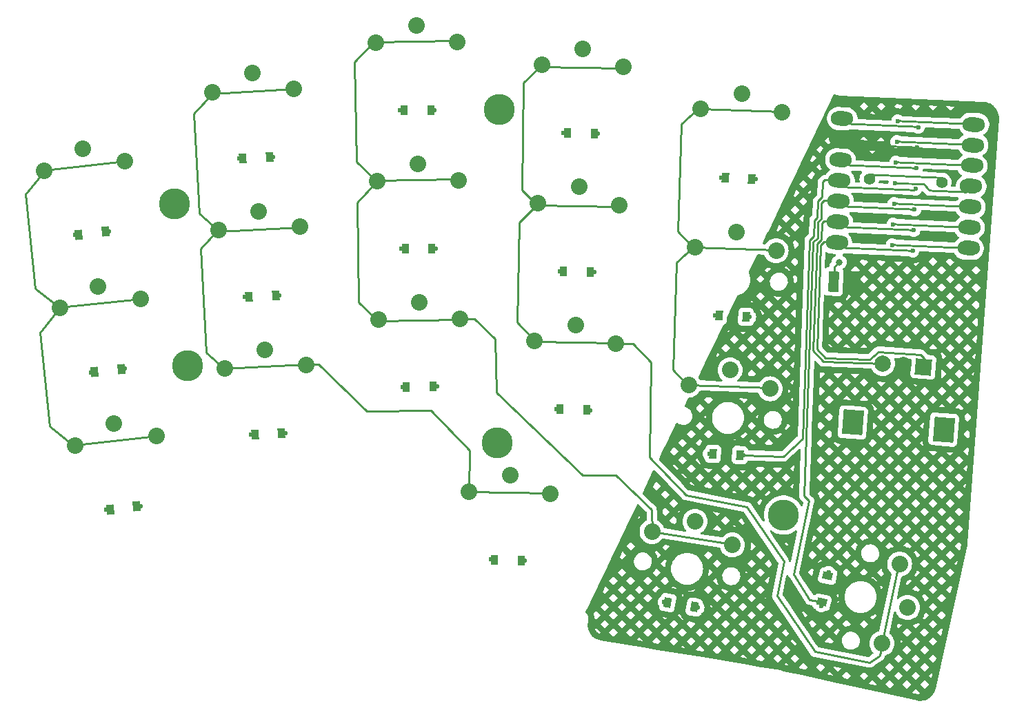
<source format=gbr>
%TF.GenerationSoftware,KiCad,Pcbnew,7.0.8*%
%TF.CreationDate,2023-11-06T14:18:33+01:00*%
%TF.ProjectId,goose_choc_routing,676f6f73-655f-4636-986f-635f726f7574,v1.0.0*%
%TF.SameCoordinates,Original*%
%TF.FileFunction,Copper,L2,Bot*%
%TF.FilePolarity,Positive*%
%FSLAX46Y46*%
G04 Gerber Fmt 4.6, Leading zero omitted, Abs format (unit mm)*
G04 Created by KiCad (PCBNEW 7.0.8) date 2023-11-06 14:18:33*
%MOMM*%
%LPD*%
G01*
G04 APERTURE LIST*
G04 Aperture macros list*
%AMHorizOval*
0 Thick line with rounded ends*
0 $1 width*
0 $2 $3 position (X,Y) of the first rounded end (center of the circle)*
0 $4 $5 position (X,Y) of the second rounded end (center of the circle)*
0 Add line between two ends*
20,1,$1,$2,$3,$4,$5,0*
0 Add two circle primitives to create the rounded ends*
1,1,$1,$2,$3*
1,1,$1,$4,$5*%
%AMRotRect*
0 Rectangle, with rotation*
0 The origin of the aperture is its center*
0 $1 length*
0 $2 width*
0 $3 Rotation angle, in degrees counterclockwise*
0 Add horizontal line*
21,1,$1,$2,0,0,$3*%
G04 Aperture macros list end*
%TA.AperFunction,ComponentPad*%
%ADD10C,0.600000*%
%TD*%
%TA.AperFunction,SMDPad,CuDef*%
%ADD11RotRect,1.250000X2.500000X357.500000*%
%TD*%
%TA.AperFunction,ComponentPad*%
%ADD12C,3.800000*%
%TD*%
%TA.AperFunction,ComponentPad*%
%ADD13RotRect,2.000000X2.000000X265.500000*%
%TD*%
%TA.AperFunction,ComponentPad*%
%ADD14C,2.000000*%
%TD*%
%TA.AperFunction,ComponentPad*%
%ADD15RotRect,3.000000X2.500000X265.500000*%
%TD*%
%TA.AperFunction,ComponentPad*%
%ADD16C,2.032000*%
%TD*%
%TA.AperFunction,SMDPad,CuDef*%
%ADD17RotRect,0.900000X1.200000X177.500000*%
%TD*%
%TA.AperFunction,SMDPad,CuDef*%
%ADD18RotRect,0.900000X1.200000X178.500000*%
%TD*%
%TA.AperFunction,SMDPad,CuDef*%
%ADD19RotRect,0.900000X1.200000X170.500000*%
%TD*%
%TA.AperFunction,SMDPad,CuDef*%
%ADD20RotRect,0.900000X1.200000X77.500000*%
%TD*%
%TA.AperFunction,SMDPad,CuDef*%
%ADD21RotRect,0.900000X1.200000X180.500000*%
%TD*%
%TA.AperFunction,SMDPad,CuDef*%
%ADD22RotRect,0.900000X1.200000X182.500000*%
%TD*%
%TA.AperFunction,SMDPad,CuDef*%
%ADD23RotRect,0.900000X1.200000X186.500000*%
%TD*%
%TA.AperFunction,SMDPad,CuDef*%
%ADD24RotRect,9.000000X0.250000X357.500000*%
%TD*%
%TA.AperFunction,SMDPad,CuDef*%
%ADD25HorizOval,1.800000X0.474548X-0.020719X-0.474548X0.020719X0*%
%TD*%
%TA.AperFunction,SMDPad,CuDef*%
%ADD26RotRect,3.498500X0.242450X357.500000*%
%TD*%
%TA.AperFunction,SMDPad,CuDef*%
%ADD27RotRect,1.181750X0.250000X312.500000*%
%TD*%
%TA.AperFunction,SMDPad,CuDef*%
%ADD28RotRect,4.622352X0.249950X357.500000*%
%TD*%
%TA.AperFunction,SMDPad,CuDef*%
%ADD29HorizOval,1.800000X-0.474548X0.020719X0.474548X-0.020719X0*%
%TD*%
%TA.AperFunction,ComponentPad*%
%ADD30C,1.397000*%
%TD*%
%TA.AperFunction,ViaPad*%
%ADD31C,0.800000*%
%TD*%
%TA.AperFunction,Conductor*%
%ADD32C,0.250000*%
%TD*%
G04 APERTURE END LIST*
D10*
%TO.P,Di31,1*%
%TO.N,R2*%
X254283098Y-148383113D03*
%TO.P,Di31,2*%
%TO.N,C4_R2*%
X250087096Y-148199911D03*
%TD*%
%TO.P,Di30,1*%
%TO.N,R0*%
X236390284Y-108865226D03*
%TO.P,Di30,2*%
%TO.N,C3_R0*%
X232191724Y-108755282D03*
%TD*%
%TO.P,Di22,1*%
%TO.N,R2*%
X198023794Y-145694188D03*
%TO.P,Di22,2*%
%TO.N,C1_R2*%
X193827792Y-145877390D03*
%TD*%
%TO.P,Di19,1*%
%TO.N,R2*%
X180239972Y-154629280D03*
%TO.P,Di19,2*%
%TO.N,C0_R2*%
X176066970Y-155104734D03*
%TD*%
%TO.P,Di34,1*%
%TO.N,R3*%
X227461149Y-161324439D03*
%TO.P,Di34,2*%
%TO.N,C1_R3*%
X223262589Y-161214495D03*
%TD*%
%TO.P,Di33,1*%
%TO.N,R0*%
X255766171Y-114415477D03*
%TO.P,Di33,2*%
%TO.N,C4_R0*%
X251570169Y-114232275D03*
%TD*%
%TO.P,Di32,1*%
%TO.N,R1*%
X255024642Y-131399287D03*
%TO.P,Di32,2*%
%TO.N,C4_R1*%
X250828640Y-131216085D03*
%TD*%
%TO.P,Di35,1*%
%TO.N,R3*%
X248681783Y-167128759D03*
%TO.P,Di35,2*%
%TO.N,C2_R3*%
X244539383Y-166435559D03*
%TD*%
%TO.P,Di36,1*%
%TO.N,R3*%
X263810160Y-166896652D03*
%TO.P,Di36,2*%
%TO.N,C3_R3*%
X264719206Y-162796208D03*
%TD*%
%TO.P,Di23,1*%
%TO.N,R1*%
X197282275Y-128710374D03*
%TO.P,Di23,2*%
%TO.N,C1_R1*%
X193086273Y-128893576D03*
%TD*%
%TO.P,Di21,1*%
%TO.N,R0*%
X176391075Y-120847842D03*
%TO.P,Di21,2*%
%TO.N,C0_R0*%
X172218073Y-121323296D03*
%TD*%
%TO.P,Di24,1*%
%TO.N,R0*%
X196540740Y-111726550D03*
%TO.P,Di24,2*%
%TO.N,C1_R0*%
X192344738Y-111909752D03*
%TD*%
%TO.P,Di26,1*%
%TO.N,R1*%
X216484159Y-122948224D03*
%TO.P,Di26,2*%
%TO.N,C2_R1*%
X212284319Y-122984876D03*
%TD*%
%TO.P,Di28,1*%
%TO.N,R2*%
X235500274Y-142853570D03*
%TO.P,Di28,2*%
%TO.N,C3_R2*%
X231301714Y-142743626D03*
%TD*%
%TO.P,Di25,1*%
%TO.N,R2*%
X216632519Y-139947561D03*
%TO.P,Di25,2*%
%TO.N,C2_R2*%
X212432679Y-139984213D03*
%TD*%
%TO.P,Di29,1*%
%TO.N,R1*%
X235945277Y-125859408D03*
%TO.P,Di29,2*%
%TO.N,C3_R1*%
X231746717Y-125749464D03*
%TD*%
%TO.P,Di27,1*%
%TO.N,R0*%
X216335810Y-105948862D03*
%TO.P,Di27,2*%
%TO.N,C2_R0*%
X212135970Y-105985514D03*
%TD*%
%TO.P,Di20,1*%
%TO.N,R1*%
X178311063Y-137702187D03*
%TO.P,Di20,2*%
%TO.N,C0_R1*%
X174146995Y-138250397D03*
%TD*%
D11*
%TO.P,PAD1,1*%
%TO.N,BAT+*%
X265374349Y-127046601D03*
%TO.P,PAD1,2*%
%TO.N,GND*%
X267871969Y-127155649D03*
%TD*%
D12*
%TO.P,H4,*%
%TO.N,*%
X224018782Y-146883593D03*
%TD*%
%TO.P,H5,*%
%TO.N,*%
X259186608Y-155738052D03*
%TD*%
%TO.P,H3,*%
%TO.N,*%
X224276538Y-105889461D03*
%TD*%
%TO.P,H2,*%
%TO.N,*%
X186020288Y-137374369D03*
%TD*%
%TO.P,H1,*%
%TO.N,*%
X184451928Y-117446353D03*
%TD*%
D13*
%TO.P,ROT1,A*%
%TO.N,ENCA*%
X276359424Y-137517152D03*
D14*
%TO.P,ROT1,B*%
%TO.N,ENCB*%
X271374837Y-137124857D03*
%TO.P,ROT1,C*%
%TO.N,GND*%
X273867131Y-137321004D03*
D15*
%TO.P,ROT1,MP*%
%TO.N,N/C*%
X278861425Y-145237255D03*
X267695950Y-144358513D03*
%TD*%
D16*
%TO.P,S10,1*%
%TO.N,C3*%
X228619967Y-134370563D03*
X238616540Y-134632333D03*
%TO.P,S10,2*%
%TO.N,C3_R2*%
X233673225Y-132402168D03*
%TD*%
%TO.P,S17,1*%
%TO.N,C2*%
X243049051Y-157770754D03*
X252911907Y-159421230D03*
%TO.P,S17,2*%
%TO.N,C2_R3*%
X248327079Y-156524792D03*
%TD*%
%TO.P,S4,1*%
%TO.N,C1*%
X190568511Y-137711782D03*
X200558993Y-137275588D03*
%TO.P,S4,2*%
%TO.N,C1_R2*%
X195472152Y-135395683D03*
%TD*%
%TO.P,S18,1*%
%TO.N,C3*%
X273450152Y-161761400D03*
X271285756Y-171524361D03*
%TO.P,S18,2*%
%TO.N,C3_R3*%
X274418175Y-167097404D03*
%TD*%
%TO.P,S11,1*%
%TO.N,C3*%
X229064975Y-117376387D03*
X239061548Y-117638157D03*
%TO.P,S11,2*%
%TO.N,C3_R1*%
X234118233Y-115407992D03*
%TD*%
%TO.P,S3,1*%
%TO.N,C0*%
X168397130Y-113404938D03*
X178332848Y-112272906D03*
%TO.P,S3,2*%
%TO.N,C0_R0*%
X173127262Y-110752421D03*
%TD*%
%TO.P,S5,1*%
%TO.N,C1*%
X189826993Y-120727973D03*
X199817475Y-120291779D03*
%TO.P,S5,2*%
%TO.N,C1_R1*%
X194730634Y-118411874D03*
%TD*%
%TO.P,S8,1*%
%TO.N,C2*%
X209312006Y-114710491D03*
X219311625Y-114623226D03*
%TO.P,S8,2*%
%TO.N,C2_R1*%
X214293489Y-112566939D03*
%TD*%
%TO.P,S16,1*%
%TO.N,C1*%
X220580857Y-152841422D03*
X230577430Y-153103192D03*
%TO.P,S16,2*%
%TO.N,C1_R3*%
X225634115Y-150873027D03*
%TD*%
%TO.P,S7,1*%
%TO.N,C2*%
X209460358Y-131709843D03*
X219459977Y-131622578D03*
%TO.P,S7,2*%
%TO.N,C2_R2*%
X214441841Y-129566291D03*
%TD*%
%TO.P,S12,1*%
%TO.N,C3*%
X229509992Y-100382207D03*
X239506565Y-100643977D03*
%TO.P,S12,2*%
%TO.N,C3_R0*%
X234563250Y-98413812D03*
%TD*%
%TO.P,S6,1*%
%TO.N,C1*%
X189085455Y-103744157D03*
X199075937Y-103307963D03*
%TO.P,S6,2*%
%TO.N,C1_R0*%
X193989096Y-101428058D03*
%TD*%
%TO.P,S9,1*%
%TO.N,C2*%
X209163658Y-97711135D03*
X219163277Y-97623870D03*
%TO.P,S9,2*%
%TO.N,C2_R0*%
X214145141Y-95567583D03*
%TD*%
%TO.P,S1,1*%
%TO.N,C0*%
X172246042Y-147186377D03*
X182181760Y-146054345D03*
%TO.P,S1,2*%
%TO.N,C0_R2*%
X176976174Y-144533860D03*
%TD*%
%TO.P,S2,1*%
%TO.N,C0*%
X170321581Y-130295661D03*
X180257299Y-129163629D03*
%TO.P,S2,2*%
%TO.N,C0_R1*%
X175051713Y-127643144D03*
%TD*%
%TO.P,S13,1*%
%TO.N,C4*%
X247551904Y-139781312D03*
X257542386Y-140217506D03*
%TO.P,S13,2*%
%TO.N,C4_R2*%
X252638745Y-137901407D03*
%TD*%
%TO.P,S15,1*%
%TO.N,C4*%
X249034963Y-105813682D03*
X259025445Y-106249876D03*
%TO.P,S15,2*%
%TO.N,C4_R0*%
X254121804Y-103933777D03*
%TD*%
%TO.P,S14,1*%
%TO.N,C4*%
X248293432Y-122797499D03*
X258283914Y-123233693D03*
%TO.P,S14,2*%
%TO.N,C4_R1*%
X253380273Y-120917594D03*
%TD*%
D17*
%TO.P,Di14,1*%
%TO.N,R1*%
X254575071Y-131379658D03*
%TO.P,Di14,2*%
%TO.N,C4_R1*%
X251278211Y-131235714D03*
%TD*%
%TO.P,Di13,1*%
%TO.N,R2*%
X253833527Y-148363484D03*
%TO.P,Di13,2*%
%TO.N,C4_R2*%
X250536667Y-148219540D03*
%TD*%
D18*
%TO.P,Di12,1*%
%TO.N,R0*%
X235940439Y-108853446D03*
%TO.P,Di12,2*%
%TO.N,C3_R0*%
X232641569Y-108767062D03*
%TD*%
D17*
%TO.P,Di15,1*%
%TO.N,R0*%
X255316600Y-114395848D03*
%TO.P,Di15,2*%
%TO.N,C4_R0*%
X252019740Y-114251904D03*
%TD*%
D19*
%TO.P,Di17,1*%
%TO.N,R3*%
X248237954Y-167054488D03*
%TO.P,Di17,2*%
%TO.N,C2_R3*%
X244983212Y-166509830D03*
%TD*%
D18*
%TO.P,Di16,1*%
%TO.N,R3*%
X227011304Y-161312659D03*
%TO.P,Di16,2*%
%TO.N,C1_R3*%
X223712434Y-161226275D03*
%TD*%
D20*
%TO.P,Di18,1*%
%TO.N,R3*%
X263907558Y-166457318D03*
%TO.P,Di18,2*%
%TO.N,C3_R3*%
X264621808Y-163235542D03*
%TD*%
D18*
%TO.P,Di11,1*%
%TO.N,R1*%
X235495432Y-125847628D03*
%TO.P,Di11,2*%
%TO.N,C3_R1*%
X232196562Y-125761244D03*
%TD*%
%TO.P,Di10,1*%
%TO.N,R2*%
X235050429Y-142841790D03*
%TO.P,Di10,2*%
%TO.N,C3_R2*%
X231751559Y-142755406D03*
%TD*%
D21*
%TO.P,Di9,1*%
%TO.N,R0*%
X215885827Y-105952789D03*
%TO.P,Di9,2*%
%TO.N,C2_R0*%
X212585953Y-105981587D03*
%TD*%
%TO.P,Di8,1*%
%TO.N,R1*%
X216034176Y-122952151D03*
%TO.P,Di8,2*%
%TO.N,C2_R1*%
X212734302Y-122980949D03*
%TD*%
%TO.P,Di7,1*%
%TO.N,R2*%
X216182536Y-139951488D03*
%TO.P,Di7,2*%
%TO.N,C2_R2*%
X212882662Y-139980286D03*
%TD*%
D22*
%TO.P,Di5,1*%
%TO.N,R1*%
X196832704Y-128730003D03*
%TO.P,Di5,2*%
%TO.N,C1_R1*%
X193535844Y-128873947D03*
%TD*%
%TO.P,Di4,1*%
%TO.N,R2*%
X197574223Y-145713817D03*
%TO.P,Di4,2*%
%TO.N,C1_R2*%
X194277363Y-145857761D03*
%TD*%
D23*
%TO.P,Di1,1*%
%TO.N,R2*%
X179792865Y-154680222D03*
%TO.P,Di1,2*%
%TO.N,C0_R2*%
X176514077Y-155053792D03*
%TD*%
%TO.P,Di2,1*%
%TO.N,R1*%
X177868423Y-137789507D03*
%TO.P,Di2,2*%
%TO.N,C0_R1*%
X174589635Y-138163077D03*
%TD*%
%TO.P,Di3,1*%
%TO.N,R0*%
X175943968Y-120898784D03*
%TO.P,Di3,2*%
%TO.N,C0_R0*%
X172665180Y-121272354D03*
%TD*%
D22*
%TO.P,Di6,1*%
%TO.N,R0*%
X196091169Y-111746179D03*
%TO.P,Di6,2*%
%TO.N,C1_R0*%
X192794309Y-111890123D03*
%TD*%
D10*
%TO.P,MCU1,1*%
%TO.N,C0*%
X273223148Y-107300163D03*
D24*
X277537039Y-107488511D03*
D25*
X282574941Y-107708471D03*
D10*
%TO.P,MCU1,2*%
%TO.N,C1*%
X273112355Y-109837745D03*
D24*
X277426245Y-110026094D03*
D25*
X282464148Y-110246053D03*
D10*
%TO.P,MCU1,3*%
%TO.N,C2*%
X273001562Y-112375328D03*
D24*
X277315452Y-112563676D03*
D25*
X282353355Y-112783636D03*
D10*
%TO.P,MCU1,4*%
%TO.N,C3*%
X272890769Y-114912910D03*
D26*
X274719394Y-115001533D03*
D27*
X276777375Y-115476728D03*
D28*
X279398831Y-115972772D03*
D25*
X282242562Y-115321218D03*
D10*
%TO.P,MCU1,5*%
%TO.N,C4*%
X272779976Y-117450493D03*
D24*
X277093866Y-117638841D03*
D25*
X282131768Y-117858801D03*
D10*
%TO.P,MCU1,6*%
%TO.N,R0*%
X272669182Y-119988075D03*
D24*
X276983072Y-120176424D03*
D25*
X282020975Y-120396383D03*
D10*
%TO.P,MCU1,7*%
%TO.N,R1*%
X272558389Y-122525658D03*
D24*
X276872279Y-122714006D03*
D25*
X281910182Y-122933966D03*
D29*
%TO.P,MCU1,8*%
%TO.N,ENCA*%
X265735591Y-122227768D03*
D24*
X270627504Y-123076959D03*
D10*
X275068273Y-123270847D03*
D29*
%TO.P,MCU1,9*%
%TO.N,ENCB*%
X265846384Y-119690186D03*
D24*
X270738297Y-120539376D03*
D10*
X275179066Y-120733264D03*
D29*
%TO.P,MCU1,10*%
%TO.N,R3*%
X265957177Y-117152603D03*
D24*
X270849090Y-118001794D03*
D10*
X275289860Y-118195682D03*
D29*
%TO.P,MCU1,11*%
%TO.N,R2*%
X266067971Y-114615021D03*
D24*
X270891336Y-115601352D03*
D10*
X275400653Y-115658099D03*
D29*
%TO.P,MCU1,12*%
%TO.N,3V3*%
X266178764Y-112077438D03*
D24*
X271070677Y-112926629D03*
D10*
X275511446Y-113120517D03*
D29*
%TO.P,MCU1,13*%
%TO.N,GND*%
X266289557Y-109539856D03*
D24*
X271181470Y-110389046D03*
D10*
X275622239Y-110582934D03*
D29*
%TO.P,MCU1,14*%
%TO.N,5V*%
X266400350Y-107002273D03*
D24*
X271292263Y-107851464D03*
D10*
X275733033Y-108045352D03*
D30*
%TO.P,MCU1,19*%
%TO.N,BAT+*%
X269732618Y-114457721D03*
D24*
X274198338Y-114080153D03*
D30*
X278609863Y-114845309D03*
%TD*%
D31*
%TO.N,BAT+*%
X266026295Y-124642783D03*
%TD*%
D32*
%TO.N,C4*%
X246084260Y-124689628D02*
X245624387Y-137858580D01*
X248096041Y-122813617D02*
X246084260Y-124689628D01*
X245624387Y-137858580D02*
X247453004Y-139819539D01*
X246678180Y-107681995D02*
X246218306Y-120850946D01*
X248689959Y-105805984D02*
X246678180Y-107681995D01*
X246218306Y-120850946D02*
X248046924Y-122811906D01*
%TO.N,R2*%
X254283102Y-148383113D02*
X259170221Y-148553775D01*
X264018269Y-114809001D02*
X264288471Y-114557026D01*
X259170221Y-148553775D02*
X261545530Y-146338772D01*
X261545530Y-146338772D02*
X262396353Y-121974224D01*
X262396353Y-121974224D02*
X262921775Y-121484261D01*
X262921775Y-121484261D02*
X262991632Y-119483875D01*
X264288471Y-114557026D02*
X266542517Y-114635739D01*
X262991632Y-119483875D02*
X263348333Y-119151249D01*
X263348333Y-119151249D02*
X263417758Y-117163207D01*
X263417758Y-117163207D02*
X263953505Y-116663617D01*
X263953505Y-116663617D02*
X264018269Y-114809001D01*
%TO.N,R3*%
X266431727Y-117173321D02*
X264152102Y-117093715D01*
X264152102Y-117093715D02*
X263860981Y-117365191D01*
X261749867Y-153381457D02*
X262327477Y-154000872D01*
X263860981Y-117365191D02*
X263791552Y-119353230D01*
X262430740Y-166143410D02*
X263907554Y-166457318D01*
X263791552Y-119353230D02*
X263434858Y-119685865D01*
X263434858Y-119685865D02*
X263364994Y-121686247D01*
X263364994Y-121686247D02*
X262839575Y-122176211D01*
X262839575Y-122176211D02*
X261749867Y-153381457D01*
X262327477Y-154000872D02*
X260408419Y-163029314D01*
X260408419Y-163029314D02*
X262430740Y-166143410D01*
%TO.N,BAT+*%
X265374349Y-127046598D02*
X265439172Y-125190293D01*
X265439172Y-125190293D02*
X266026295Y-124642783D01*
%TO.N,ENCA*%
X276359424Y-137517152D02*
X276432567Y-136471144D01*
X276432567Y-136471144D02*
X276042955Y-136022950D01*
X269769896Y-136618535D02*
X264323363Y-136428336D01*
X276042955Y-136022950D02*
X270871074Y-135661300D01*
X270871074Y-135661300D02*
X269769896Y-136618535D01*
X264323363Y-136428336D02*
X263281447Y-135311024D01*
X263281447Y-135311024D02*
X263726019Y-122580181D01*
X263726019Y-122580181D02*
X264158545Y-122176845D01*
X264158545Y-122176845D02*
X266210137Y-122248489D01*
%TO.N,ENCB*%
X271374844Y-137124855D02*
X264121373Y-136871559D01*
X263808217Y-121888235D02*
X263878077Y-119887852D01*
X264121373Y-136871559D02*
X262825208Y-135481605D01*
X262825208Y-135481605D02*
X263282797Y-122378193D01*
X263282797Y-122378193D02*
X263808217Y-121888235D01*
X263878077Y-119887852D02*
X264149154Y-119635062D01*
X264149154Y-119635062D02*
X266320927Y-119710902D01*
%TO.N,C3*%
X238616539Y-134632330D02*
X240719450Y-134669037D01*
X259235167Y-161460427D02*
X258411252Y-165699097D01*
X240719450Y-134669037D02*
X242942229Y-136970790D01*
X254715058Y-154759088D02*
X259235167Y-161460427D01*
X263031215Y-172548461D02*
X269763212Y-173857035D01*
X242942229Y-136970790D02*
X242738311Y-148653005D01*
X270993653Y-173027090D02*
X271285758Y-171524365D01*
X242738311Y-148653005D02*
X247229822Y-153304109D01*
X247229822Y-153304109D02*
X254715058Y-154759088D01*
X258411252Y-165699097D02*
X263031215Y-172548461D01*
X269763212Y-173857035D02*
X270993653Y-173027090D01*
X271285758Y-171524361D02*
X273346645Y-161828608D01*
%TO.N,C4*%
X249034957Y-105813679D02*
X258941284Y-106159621D01*
X248293441Y-122797497D02*
X258199752Y-123143434D01*
X247551903Y-139781309D02*
X257458216Y-140127244D01*
%TO.N,C2*%
X243049051Y-157770748D02*
X252839378Y-159321376D01*
X219459970Y-131622582D02*
X221270809Y-131590974D01*
X221270809Y-131590974D02*
X223812328Y-134045275D01*
X223812328Y-134045275D02*
X223927576Y-140648261D01*
X223927576Y-140648261D02*
X234521744Y-150878929D01*
X234521744Y-150878929D02*
X238585125Y-150808001D01*
X243001970Y-155073311D02*
X243049051Y-157770748D01*
X238585125Y-150808001D02*
X243001970Y-155073311D01*
%TO.N,C1*%
X220580856Y-152841428D02*
X230491684Y-153014418D01*
%TO.N,C3*%
X226507061Y-132082129D02*
X228792985Y-134449273D01*
X229139112Y-117434726D02*
X226721976Y-119768916D01*
X226721976Y-119768916D02*
X226507061Y-132082129D01*
X228792985Y-134449273D02*
X238670596Y-134621693D01*
X239260176Y-100844836D02*
X229268782Y-100670431D01*
X229268782Y-100670431D02*
X227290050Y-102581269D01*
X227290050Y-102581269D02*
X227060076Y-115756241D01*
X227060076Y-115756241D02*
X228922639Y-117684988D01*
X228922639Y-117684988D02*
X238800254Y-117857393D01*
%TO.N,C1*%
X200558997Y-137275601D02*
X202086273Y-137248936D01*
X220658312Y-147774265D02*
X220570058Y-152830245D01*
X202086273Y-137248936D02*
X208051597Y-143009569D01*
X208051597Y-143009569D02*
X215924396Y-142872151D01*
X215924396Y-142872151D02*
X220658312Y-147774265D01*
%TO.N,C2*%
X209175104Y-114894110D02*
X206840910Y-117311250D01*
X206840910Y-117311250D02*
X207055838Y-129624454D01*
X209422983Y-131910371D02*
X219300606Y-131737960D01*
X207055838Y-129624454D02*
X209422983Y-131910371D01*
X218857605Y-97431878D02*
X208866191Y-97606269D01*
X208866191Y-97606269D02*
X206532007Y-100023395D01*
X206532007Y-100023395D02*
X206746917Y-112336605D01*
X209114080Y-114622534D02*
X218991692Y-114450123D01*
X206746917Y-112336605D02*
X209114080Y-114622534D01*
%TO.N,C1*%
X189663947Y-120754307D02*
X187655893Y-122984480D01*
X187655893Y-122984480D02*
X188327007Y-135789987D01*
X190505535Y-137751556D02*
X200371114Y-137234525D01*
X188327007Y-135789987D02*
X190505535Y-137751556D01*
X199014121Y-103374706D02*
X189034882Y-103897692D01*
X189034882Y-103897692D02*
X186786465Y-106394819D01*
X186786465Y-106394819D02*
X187430981Y-118693017D01*
X187430981Y-118693017D02*
X189876482Y-120894945D01*
X189876482Y-120894945D02*
X199742048Y-120377915D01*
%TO.N,C0*%
X169107123Y-144834150D02*
X172104782Y-147261601D01*
X170189889Y-130461900D02*
X167894471Y-133296509D01*
X167894471Y-133296509D02*
X169107123Y-144834150D01*
X166111271Y-116330553D02*
X167323930Y-127868213D01*
X168406693Y-113495953D02*
X166111271Y-116330553D01*
X167323930Y-127868213D02*
X170321583Y-130295652D01*
X182181769Y-146054346D02*
X172323706Y-147090477D01*
X180257302Y-129163628D02*
X170399240Y-130199754D01*
X178332845Y-112272905D02*
X168474798Y-113309029D01*
%TD*%
%TA.AperFunction,Conductor*%
%TO.N,GND*%
G36*
X265566003Y-103999396D02*
G01*
X265670766Y-104066136D01*
X265844634Y-104138148D01*
X266028366Y-104178870D01*
X266109280Y-104182397D01*
X283764028Y-104953225D01*
X283764034Y-104953226D01*
X283764035Y-104953226D01*
X283780996Y-104953967D01*
X283780998Y-104953968D01*
X283803465Y-104954949D01*
X283807536Y-104955263D01*
X284056272Y-104982820D01*
X284064409Y-104984277D01*
X284238600Y-105027583D01*
X284305241Y-105044151D01*
X284313111Y-105046675D01*
X284428474Y-105092355D01*
X284543837Y-105138035D01*
X284551302Y-105141582D01*
X284707375Y-105228959D01*
X284767840Y-105262810D01*
X284774763Y-105267316D01*
X284892125Y-105355376D01*
X284973259Y-105416254D01*
X284979528Y-105421647D01*
X285156465Y-105595655D01*
X285161962Y-105601834D01*
X285183405Y-105629440D01*
X285314187Y-105797814D01*
X285318809Y-105804662D01*
X285341726Y-105844040D01*
X285443632Y-106019150D01*
X285447306Y-106026559D01*
X285542500Y-106255723D01*
X285545156Y-106263555D01*
X285609039Y-106503351D01*
X285610631Y-106511466D01*
X285642066Y-106757617D01*
X285642565Y-106765873D01*
X285640984Y-107015528D01*
X285640820Y-107019662D01*
X281819804Y-159233196D01*
X281819517Y-159236147D01*
X281797886Y-159414234D01*
X281796892Y-159420074D01*
X281758695Y-159593817D01*
X281757148Y-159599536D01*
X281714367Y-159732203D01*
X281705403Y-159751266D01*
X281700719Y-159772389D01*
X281698220Y-159780794D01*
X281693017Y-159794633D01*
X281692788Y-159799651D01*
X281689978Y-159820836D01*
X277864191Y-177077808D01*
X277863183Y-177081741D01*
X277794446Y-177317545D01*
X277791669Y-177325174D01*
X277693555Y-177548143D01*
X277689806Y-177555344D01*
X277563429Y-177763596D01*
X277558772Y-177770247D01*
X277406302Y-177960212D01*
X277400817Y-177966198D01*
X277224844Y-178134649D01*
X277218625Y-178139867D01*
X277022179Y-178283902D01*
X277015332Y-178288265D01*
X276801765Y-178405427D01*
X276794407Y-178408858D01*
X276567368Y-178497145D01*
X276559626Y-178499586D01*
X276323009Y-178557484D01*
X276315013Y-178558893D01*
X276072867Y-178585409D01*
X276064756Y-178585763D01*
X275922554Y-178582658D01*
X275821224Y-178580446D01*
X275813139Y-178579739D01*
X275569326Y-178542211D01*
X275565337Y-178541463D01*
X271380533Y-177613712D01*
X274896501Y-177613712D01*
X274913603Y-177630814D01*
X275705319Y-177806334D01*
X275759091Y-177814610D01*
X275959990Y-177613711D01*
X275428246Y-177081967D01*
X274896501Y-177613712D01*
X271380533Y-177613712D01*
X268994757Y-177084797D01*
X266280536Y-176483067D01*
X266280534Y-176483067D01*
X266273926Y-176481602D01*
X266220551Y-176469769D01*
X269676482Y-176469769D01*
X270546985Y-176662755D01*
X270656688Y-176553052D01*
X271714521Y-176553052D01*
X272188038Y-177026569D01*
X272283360Y-177047701D01*
X272778009Y-176553052D01*
X273835841Y-176553052D01*
X274367586Y-177084797D01*
X274899331Y-176553052D01*
X275957161Y-176553052D01*
X276488906Y-177084797D01*
X277020651Y-176553052D01*
X276488906Y-176021307D01*
X275957161Y-176553052D01*
X274899331Y-176553052D01*
X274367586Y-176021307D01*
X273835841Y-176553052D01*
X272778009Y-176553052D01*
X272778010Y-176553051D01*
X272246265Y-176021307D01*
X271714521Y-176553052D01*
X270656688Y-176553052D01*
X270656689Y-176553051D01*
X270124944Y-176021306D01*
X269676482Y-176469769D01*
X266220551Y-176469769D01*
X261011419Y-175314934D01*
X264467356Y-175314934D01*
X265337859Y-175507919D01*
X265353387Y-175492392D01*
X266411220Y-175492392D01*
X266736908Y-175818080D01*
X267074235Y-175892864D01*
X267474708Y-175492391D01*
X268532539Y-175492391D01*
X269064285Y-176024137D01*
X269596030Y-175492392D01*
X270653860Y-175492392D01*
X271185605Y-176024136D01*
X271717350Y-175492392D01*
X272775181Y-175492392D01*
X273306925Y-176024136D01*
X273838670Y-175492392D01*
X274896501Y-175492392D01*
X275428246Y-176024137D01*
X275959991Y-175492392D01*
X277017821Y-175492392D01*
X277371172Y-175845742D01*
X277564158Y-174975239D01*
X277549566Y-174960647D01*
X277017821Y-175492392D01*
X275959991Y-175492392D01*
X275428246Y-174960647D01*
X274896501Y-175492392D01*
X273838670Y-175492392D01*
X273306925Y-174960647D01*
X272775181Y-175492392D01*
X271717350Y-175492392D01*
X271185605Y-174960647D01*
X270653860Y-175492392D01*
X269596030Y-175492392D01*
X269272679Y-175169041D01*
X268923720Y-175101210D01*
X268532539Y-175492391D01*
X267474708Y-175492391D01*
X266942964Y-174960647D01*
X266411220Y-175492392D01*
X265353387Y-175492392D01*
X265353388Y-175492391D01*
X264821644Y-174960647D01*
X264467356Y-175314934D01*
X261011419Y-175314934D01*
X260047371Y-175101210D01*
X258903392Y-174847596D01*
X258898727Y-174846560D01*
X258895195Y-174845777D01*
X258895184Y-174845774D01*
X258895032Y-174845741D01*
X258894917Y-174845717D01*
X258893970Y-174845507D01*
X258893866Y-174845484D01*
X258889556Y-174843825D01*
X256426982Y-174431732D01*
X261107919Y-174431732D01*
X261285783Y-174609596D01*
X261865110Y-174738029D01*
X262171408Y-174431731D01*
X263229238Y-174431731D01*
X263760984Y-174963477D01*
X264292729Y-174431732D01*
X265350560Y-174431732D01*
X265882303Y-174963476D01*
X266261964Y-174583815D01*
X265371555Y-174410736D01*
X265350560Y-174431732D01*
X264292729Y-174431732D01*
X264006366Y-174145369D01*
X263595471Y-174065498D01*
X263229238Y-174431731D01*
X262171408Y-174431731D01*
X261639664Y-173899987D01*
X261107919Y-174431732D01*
X256426982Y-174431732D01*
X254803765Y-174160099D01*
X259258229Y-174160099D01*
X259926637Y-174308281D01*
X259518342Y-173899986D01*
X259258229Y-174160099D01*
X254803765Y-174160099D01*
X249285653Y-173236685D01*
X253817683Y-173236685D01*
X254728718Y-173389140D01*
X254746786Y-173371072D01*
X255804618Y-173371072D01*
X256042545Y-173608999D01*
X256545940Y-173693238D01*
X256868106Y-173371072D01*
X257925938Y-173371072D01*
X258457683Y-173902816D01*
X258989428Y-173371072D01*
X260047259Y-173371072D01*
X260579003Y-173902816D01*
X261110748Y-173371072D01*
X260579003Y-172839327D01*
X260047259Y-173371072D01*
X258989428Y-173371072D01*
X258457683Y-172839327D01*
X257925938Y-173371072D01*
X256868106Y-173371072D01*
X256868107Y-173371071D01*
X256336363Y-172839327D01*
X255804618Y-173371072D01*
X254746786Y-173371072D01*
X254746787Y-173371071D01*
X254215042Y-172839326D01*
X253817683Y-173236685D01*
X249285653Y-173236685D01*
X243750457Y-172310412D01*
X248379997Y-172310412D01*
X248399594Y-172330009D01*
X249277052Y-172476845D01*
X249443486Y-172310411D01*
X250501317Y-172310411D01*
X250947245Y-172756339D01*
X251094273Y-172780943D01*
X251564806Y-172310411D01*
X252622637Y-172310411D01*
X253154382Y-172842156D01*
X253686126Y-172310411D01*
X254743958Y-172310411D01*
X255275703Y-172842156D01*
X255807447Y-172310411D01*
X256865278Y-172310411D01*
X257397023Y-172842156D01*
X257928767Y-172310411D01*
X258986598Y-172310411D01*
X259518343Y-172842156D01*
X260050087Y-172310411D01*
X259518343Y-171778667D01*
X258986598Y-172310411D01*
X257928767Y-172310411D01*
X257397023Y-171778667D01*
X256865278Y-172310411D01*
X255807447Y-172310411D01*
X255275703Y-171778667D01*
X254743958Y-172310411D01*
X253686126Y-172310411D01*
X253154382Y-171778667D01*
X252622637Y-172310411D01*
X251564806Y-172310411D01*
X251033062Y-171778667D01*
X250501317Y-172310411D01*
X249443486Y-172310411D01*
X248911742Y-171778667D01*
X248379997Y-172310412D01*
X243750457Y-172310412D01*
X242016760Y-172020291D01*
X246548795Y-172020291D01*
X247129166Y-172117412D01*
X246790420Y-171778666D01*
X246548795Y-172020291D01*
X242016760Y-172020291D01*
X236758188Y-171140309D01*
X236754217Y-171139510D01*
X236658152Y-171116888D01*
X236620394Y-171107996D01*
X241097129Y-171107996D01*
X242008163Y-171260451D01*
X242018863Y-171249751D01*
X243076696Y-171249751D01*
X243304294Y-171477349D01*
X243825385Y-171564550D01*
X244140184Y-171249751D01*
X245198016Y-171249751D01*
X245729761Y-171781496D01*
X246261505Y-171249751D01*
X247319337Y-171249751D01*
X247851081Y-171781495D01*
X248382826Y-171249751D01*
X249440657Y-171249751D01*
X249972402Y-171781496D01*
X250504146Y-171249751D01*
X251561977Y-171249751D01*
X252093722Y-171781496D01*
X252625466Y-171249751D01*
X253683298Y-171249751D01*
X254215042Y-171781495D01*
X254746787Y-171249751D01*
X255804618Y-171249751D01*
X256336363Y-171781496D01*
X256868107Y-171249751D01*
X257925938Y-171249751D01*
X258457683Y-171781495D01*
X258989427Y-171249751D01*
X260047259Y-171249751D01*
X260579003Y-171781495D01*
X260739344Y-171621154D01*
X260310960Y-170986049D01*
X260047259Y-171249751D01*
X258989427Y-171249751D01*
X258457683Y-170718006D01*
X257925938Y-171249751D01*
X256868107Y-171249751D01*
X256336363Y-170718006D01*
X255804618Y-171249751D01*
X254746787Y-171249751D01*
X254215042Y-170718006D01*
X253683298Y-171249751D01*
X252625466Y-171249751D01*
X252093722Y-170718006D01*
X251561977Y-171249751D01*
X250504146Y-171249751D01*
X249972402Y-170718006D01*
X249440657Y-171249751D01*
X248382826Y-171249751D01*
X247851081Y-170718006D01*
X247319337Y-171249751D01*
X246261505Y-171249751D01*
X245729761Y-170718006D01*
X245198016Y-171249751D01*
X244140184Y-171249751D01*
X244140185Y-171249750D01*
X243608441Y-170718006D01*
X243076696Y-171249751D01*
X242018863Y-171249751D01*
X242018864Y-171249750D01*
X241487120Y-170718006D01*
X241097129Y-171107996D01*
X236620394Y-171107996D01*
X236515125Y-171083205D01*
X236507361Y-171080831D01*
X236279560Y-170994520D01*
X236272172Y-170991153D01*
X236057585Y-170875846D01*
X236050700Y-170871544D01*
X235993153Y-170830115D01*
X235853005Y-170729220D01*
X235846745Y-170724060D01*
X235669309Y-170557144D01*
X235663773Y-170551207D01*
X235509645Y-170362564D01*
X235504931Y-170355955D01*
X235482893Y-170320343D01*
X235445098Y-170259267D01*
X235376748Y-170148815D01*
X235372937Y-170141648D01*
X235290905Y-169959553D01*
X235272875Y-169919530D01*
X235270035Y-169911932D01*
X235248774Y-169841295D01*
X235236463Y-169800392D01*
X236040772Y-169800392D01*
X236117334Y-169924113D01*
X236214572Y-170043127D01*
X236326519Y-170148437D01*
X236451242Y-170238226D01*
X236586619Y-170310970D01*
X236591742Y-170312911D01*
X236715562Y-170189091D01*
X237773395Y-170189091D01*
X238208993Y-170624689D01*
X238373719Y-170652255D01*
X238836883Y-170189091D01*
X239894715Y-170189091D01*
X240426460Y-170720835D01*
X240958205Y-170189091D01*
X242016036Y-170189091D01*
X242547780Y-170720835D01*
X243079525Y-170189091D01*
X244137356Y-170189091D01*
X244669101Y-170720836D01*
X245200846Y-170189091D01*
X246258676Y-170189091D01*
X246790421Y-170720835D01*
X247322166Y-170189091D01*
X248379997Y-170189091D01*
X248911742Y-170720836D01*
X249443487Y-170189091D01*
X250501317Y-170189091D01*
X251033062Y-170720836D01*
X251564807Y-170189091D01*
X252622637Y-170189091D01*
X253154382Y-170720835D01*
X253686127Y-170189091D01*
X254743958Y-170189091D01*
X255275703Y-170720836D01*
X255807448Y-170189091D01*
X256865278Y-170189091D01*
X257397023Y-170720836D01*
X257928768Y-170189091D01*
X257928767Y-170189090D01*
X258986598Y-170189090D01*
X259518342Y-170720835D01*
X259884854Y-170354323D01*
X259456470Y-169719218D01*
X258986598Y-170189090D01*
X257928767Y-170189090D01*
X257397023Y-169657346D01*
X256865278Y-170189091D01*
X255807448Y-170189091D01*
X255275703Y-169657346D01*
X254743958Y-170189091D01*
X253686127Y-170189091D01*
X253154382Y-169657346D01*
X252622637Y-170189091D01*
X251564807Y-170189091D01*
X251033062Y-169657346D01*
X250501317Y-170189091D01*
X249443487Y-170189091D01*
X248911742Y-169657346D01*
X248379997Y-170189091D01*
X247322166Y-170189091D01*
X246790421Y-169657346D01*
X246258676Y-170189091D01*
X245200846Y-170189091D01*
X244669101Y-169657346D01*
X244137356Y-170189091D01*
X243079525Y-170189091D01*
X242547780Y-169657346D01*
X242016036Y-170189091D01*
X240958205Y-170189091D01*
X240426460Y-169657346D01*
X239894715Y-170189091D01*
X238836883Y-170189091D01*
X238836884Y-170189090D01*
X238305140Y-169657346D01*
X237773395Y-170189091D01*
X236715562Y-170189091D01*
X236715563Y-170189090D01*
X236183819Y-169657345D01*
X236040772Y-169800392D01*
X235236463Y-169800392D01*
X235199825Y-169678667D01*
X235198001Y-169670761D01*
X235182598Y-169576200D01*
X235158835Y-169430315D01*
X235158059Y-169422258D01*
X235150613Y-169178759D01*
X235150896Y-169170653D01*
X235155146Y-169128431D01*
X236712735Y-169128431D01*
X237244480Y-169660176D01*
X237776225Y-169128431D01*
X238834055Y-169128431D01*
X239365800Y-169660176D01*
X239897545Y-169128431D01*
X240955376Y-169128431D01*
X241487120Y-169660175D01*
X242018865Y-169128431D01*
X243076696Y-169128431D01*
X243608441Y-169660176D01*
X244140186Y-169128431D01*
X245198016Y-169128431D01*
X245729761Y-169660176D01*
X246261506Y-169128431D01*
X246261505Y-169128430D01*
X247319336Y-169128430D01*
X247851081Y-169660175D01*
X248382826Y-169128431D01*
X249440657Y-169128431D01*
X249972402Y-169660176D01*
X250504147Y-169128431D01*
X251561977Y-169128431D01*
X252093722Y-169660176D01*
X252625467Y-169128431D01*
X253683298Y-169128431D01*
X254215042Y-169660175D01*
X254746787Y-169128431D01*
X255804618Y-169128431D01*
X256336363Y-169660176D01*
X256868108Y-169128431D01*
X257925938Y-169128431D01*
X258457683Y-169660175D01*
X258989428Y-169128431D01*
X258457683Y-168596686D01*
X257925938Y-169128431D01*
X256868108Y-169128431D01*
X256336363Y-168596686D01*
X255804618Y-169128431D01*
X254746787Y-169128431D01*
X254215042Y-168596686D01*
X253683298Y-169128431D01*
X252625467Y-169128431D01*
X252093722Y-168596686D01*
X251561977Y-169128431D01*
X250504147Y-169128431D01*
X249972402Y-168596686D01*
X249440657Y-169128431D01*
X248382826Y-169128431D01*
X248181801Y-168927406D01*
X247615181Y-168832585D01*
X247319336Y-169128430D01*
X246261505Y-169128430D01*
X245729761Y-168596686D01*
X245198016Y-169128431D01*
X244140186Y-169128431D01*
X243608441Y-168596686D01*
X243076696Y-169128431D01*
X242018865Y-169128431D01*
X241487120Y-168596686D01*
X240955376Y-169128431D01*
X239897545Y-169128431D01*
X239365800Y-168596686D01*
X238834055Y-169128431D01*
X237776225Y-169128431D01*
X237244480Y-168596686D01*
X236712735Y-169128431D01*
X235155146Y-169128431D01*
X235175471Y-168926515D01*
X235176009Y-168922493D01*
X235177691Y-168912437D01*
X235218848Y-168666520D01*
X235218847Y-168666518D01*
X235220571Y-168656222D01*
X235220624Y-168655534D01*
X235231769Y-168588703D01*
X235230810Y-168404312D01*
X235198479Y-168222775D01*
X235135720Y-168049389D01*
X235044364Y-167889217D01*
X235044361Y-167889213D01*
X235044360Y-167889211D01*
X235018577Y-167857933D01*
X235861912Y-167857933D01*
X235908169Y-167985728D01*
X235916173Y-168011191D01*
X235925825Y-168047220D01*
X235931622Y-168073266D01*
X235970491Y-168291514D01*
X235974040Y-168317943D01*
X235977422Y-168355084D01*
X235978704Y-168381762D01*
X235978769Y-168394465D01*
X236183819Y-168599515D01*
X236715564Y-168067771D01*
X237773395Y-168067771D01*
X238305140Y-168599516D01*
X238836885Y-168067771D01*
X239894715Y-168067771D01*
X240426460Y-168599515D01*
X240958205Y-168067771D01*
X242016036Y-168067771D01*
X242547780Y-168599515D01*
X242859955Y-168287341D01*
X244356926Y-168287341D01*
X244669100Y-168599515D01*
X244891773Y-168376843D01*
X244356926Y-168287341D01*
X242859955Y-168287341D01*
X243079525Y-168067771D01*
X243079524Y-168067770D01*
X246258676Y-168067770D01*
X246790420Y-168599515D01*
X246866976Y-168522959D01*
X246860065Y-168516687D01*
X246856894Y-168513596D01*
X246715931Y-168365990D01*
X246712991Y-168362683D01*
X246687408Y-168331750D01*
X246684709Y-168328238D01*
X246651099Y-168281118D01*
X246648659Y-168277425D01*
X246627739Y-168243166D01*
X246625568Y-168239307D01*
X246531896Y-168057963D01*
X246530006Y-168053959D01*
X246514172Y-168017062D01*
X246512572Y-168012933D01*
X246493600Y-167958252D01*
X246492299Y-167954022D01*
X246481881Y-167915266D01*
X246480885Y-167910952D01*
X246470280Y-167856166D01*
X246258676Y-168067770D01*
X243079524Y-168067770D01*
X242547780Y-167536026D01*
X242016036Y-168067771D01*
X240958205Y-168067771D01*
X240426460Y-167536026D01*
X239894715Y-168067771D01*
X238836885Y-168067771D01*
X238305140Y-167536026D01*
X237773395Y-168067771D01*
X236715564Y-168067771D01*
X236183819Y-167536025D01*
X235861912Y-167857933D01*
X235018577Y-167857933D01*
X234941864Y-167764870D01*
X234927078Y-167746932D01*
X234927076Y-167746930D01*
X234923362Y-167743137D01*
X234924864Y-167741665D01*
X234891793Y-167690621D01*
X234891535Y-167620752D01*
X234898834Y-167601626D01*
X235184053Y-167007111D01*
X236712735Y-167007111D01*
X237244480Y-167538856D01*
X237776225Y-167007111D01*
X238834055Y-167007111D01*
X239365800Y-167538856D01*
X239897545Y-167007111D01*
X240955376Y-167007111D01*
X241487120Y-167538855D01*
X242018865Y-167007111D01*
X241487120Y-166475366D01*
X240955376Y-167007111D01*
X239897545Y-167007111D01*
X239365800Y-166475366D01*
X238834055Y-167007111D01*
X237776225Y-167007111D01*
X237244480Y-166475366D01*
X236712735Y-167007111D01*
X235184053Y-167007111D01*
X235692906Y-165946450D01*
X237773395Y-165946450D01*
X238305140Y-166478195D01*
X238836884Y-165946450D01*
X239894715Y-165946450D01*
X240426460Y-166478195D01*
X240958204Y-165946450D01*
X242016036Y-165946450D01*
X242547780Y-166478194D01*
X242590412Y-166435562D01*
X243725767Y-166435562D01*
X243746164Y-166616600D01*
X243746165Y-166616605D01*
X243783422Y-166723077D01*
X243799800Y-166769885D01*
X243806341Y-166788576D01*
X243906977Y-166948736D01*
X243905425Y-166949710D01*
X243928348Y-167005849D01*
X243928779Y-167025757D01*
X243927226Y-167052176D01*
X243927226Y-167052184D01*
X243955013Y-167195738D01*
X243955014Y-167195741D01*
X244022119Y-167325653D01*
X244118301Y-167426365D01*
X244123109Y-167431400D01*
X244249799Y-167504411D01*
X244308457Y-167520829D01*
X244424447Y-167540239D01*
X245292040Y-167685425D01*
X245292050Y-167685426D01*
X245292056Y-167685427D01*
X245292063Y-167685427D01*
X245292069Y-167685428D01*
X245352852Y-167689001D01*
X245352857Y-167689000D01*
X245352863Y-167689001D01*
X245496421Y-167661213D01*
X245621041Y-167596842D01*
X247181968Y-167596842D01*
X247209755Y-167740396D01*
X247209756Y-167740399D01*
X247276861Y-167870311D01*
X247276862Y-167870312D01*
X247377851Y-167976058D01*
X247504541Y-168049069D01*
X247563199Y-168065487D01*
X247684734Y-168085825D01*
X248546782Y-168230083D01*
X248546792Y-168230084D01*
X248546798Y-168230085D01*
X248546805Y-168230085D01*
X248546811Y-168230086D01*
X248607594Y-168233659D01*
X248607599Y-168233658D01*
X248607605Y-168233659D01*
X248751163Y-168205871D01*
X248881078Y-168138765D01*
X248955416Y-168067771D01*
X250501317Y-168067771D01*
X251033062Y-168599516D01*
X251564807Y-168067771D01*
X252622637Y-168067771D01*
X253154382Y-168599515D01*
X253686127Y-168067771D01*
X254743958Y-168067771D01*
X255275703Y-168599516D01*
X255807448Y-168067771D01*
X256865278Y-168067771D01*
X257397023Y-168599516D01*
X257928768Y-168067771D01*
X257397023Y-167536026D01*
X256865278Y-168067771D01*
X255807448Y-168067771D01*
X255275703Y-167536026D01*
X254743958Y-168067771D01*
X253686127Y-168067771D01*
X253154382Y-167536026D01*
X252622637Y-168067771D01*
X251564807Y-168067771D01*
X251033062Y-167536026D01*
X250501317Y-168067771D01*
X248955416Y-168067771D01*
X248986824Y-168037776D01*
X249059835Y-167911086D01*
X249069012Y-167878295D01*
X249106037Y-167819044D01*
X249122451Y-167806725D01*
X249189064Y-167764870D01*
X249317894Y-167636040D01*
X249414826Y-167481774D01*
X249475000Y-167309806D01*
X249475064Y-167309241D01*
X249495399Y-167128762D01*
X249495399Y-167128755D01*
X249475001Y-166947717D01*
X249475000Y-166947712D01*
X249461652Y-166909565D01*
X249414826Y-166775744D01*
X249351533Y-166675014D01*
X250172050Y-166675014D01*
X250188534Y-166722122D01*
X250189591Y-166725438D01*
X250198322Y-166755748D01*
X250199191Y-166759115D01*
X250209306Y-166803438D01*
X250209985Y-166806849D01*
X250215266Y-166837934D01*
X250215753Y-166841378D01*
X250241241Y-167067599D01*
X250241533Y-167071065D01*
X250243301Y-167102551D01*
X250243399Y-167106028D01*
X250243399Y-167151490D01*
X250243301Y-167154967D01*
X250241533Y-167186453D01*
X250241241Y-167189919D01*
X250231070Y-167280186D01*
X250504145Y-167007111D01*
X251561977Y-167007111D01*
X252093722Y-167538856D01*
X252625467Y-167007111D01*
X253683298Y-167007111D01*
X254215042Y-167538855D01*
X254746787Y-167007111D01*
X255804618Y-167007111D01*
X256336363Y-167538856D01*
X256868108Y-167007111D01*
X256336363Y-166475366D01*
X255804618Y-167007111D01*
X254746787Y-167007111D01*
X254215042Y-166475366D01*
X253683298Y-167007111D01*
X252625467Y-167007111D01*
X252093722Y-166475366D01*
X251561977Y-167007111D01*
X250504145Y-167007111D01*
X250504146Y-167007110D01*
X250172050Y-166675014D01*
X249351533Y-166675014D01*
X249317894Y-166621478D01*
X249317893Y-166621477D01*
X249314189Y-166615582D01*
X249315738Y-166614608D01*
X249292816Y-166558455D01*
X249292386Y-166538555D01*
X249293051Y-166527253D01*
X249293939Y-166512137D01*
X249293939Y-166512133D01*
X249266152Y-166368579D01*
X249266151Y-166368576D01*
X249199046Y-166238664D01*
X249098057Y-166132918D01*
X248971367Y-166059907D01*
X248971365Y-166059906D01*
X248912707Y-166043488D01*
X248332834Y-165946450D01*
X250501317Y-165946450D01*
X251033062Y-166478195D01*
X251564806Y-165946450D01*
X252622637Y-165946450D01*
X253154382Y-166478195D01*
X253686126Y-165946450D01*
X254743958Y-165946450D01*
X255275703Y-166478195D01*
X255807447Y-165946450D01*
X256865277Y-165946450D01*
X257121979Y-166203151D01*
X257114607Y-166187342D01*
X257113072Y-166183761D01*
X257100185Y-166150877D01*
X257098878Y-166147207D01*
X257083310Y-166098722D01*
X257082236Y-166094977D01*
X257073572Y-166060738D01*
X257073422Y-166060059D01*
X257073222Y-166059434D01*
X257063490Y-166025497D01*
X257062535Y-166021723D01*
X257051598Y-165971991D01*
X257050881Y-165968161D01*
X257045475Y-165933246D01*
X257045000Y-165929379D01*
X257041341Y-165889181D01*
X257033920Y-165849528D01*
X257033325Y-165845678D01*
X257029020Y-165810616D01*
X257028667Y-165806734D01*
X257027340Y-165784388D01*
X256865277Y-165946450D01*
X255807447Y-165946450D01*
X255275703Y-165414706D01*
X254743958Y-165946450D01*
X253686126Y-165946450D01*
X253154382Y-165414706D01*
X252622637Y-165946450D01*
X251564806Y-165946450D01*
X251033062Y-165414706D01*
X250501317Y-165946450D01*
X248332834Y-165946450D01*
X247929125Y-165878892D01*
X247929096Y-165878889D01*
X247868313Y-165875316D01*
X247868298Y-165875317D01*
X247724744Y-165903104D01*
X247594830Y-165970210D01*
X247489084Y-166071199D01*
X247416073Y-166197889D01*
X247416072Y-166197891D01*
X247399654Y-166256548D01*
X247399654Y-166256549D01*
X247185544Y-167536016D01*
X247185541Y-167536045D01*
X247181968Y-167596835D01*
X247181968Y-167596842D01*
X245621041Y-167596842D01*
X245626336Y-167594107D01*
X245732082Y-167493118D01*
X245805093Y-167366428D01*
X245821511Y-167307770D01*
X245914398Y-166752700D01*
X246035621Y-166028301D01*
X246035624Y-166028272D01*
X246039197Y-165967482D01*
X246039197Y-165967475D01*
X246011410Y-165823921D01*
X246011409Y-165823918D01*
X245944304Y-165694006D01*
X245843315Y-165588260D01*
X245716625Y-165515249D01*
X245716623Y-165515248D01*
X245708173Y-165512883D01*
X246692243Y-165512883D01*
X246706994Y-165547256D01*
X246708594Y-165551385D01*
X246727566Y-165606066D01*
X246728867Y-165610296D01*
X246739285Y-165649052D01*
X246740281Y-165653366D01*
X246772029Y-165817393D01*
X246855450Y-165672641D01*
X246857795Y-165668888D01*
X246880267Y-165635629D01*
X246882875Y-165632051D01*
X246918617Y-165586526D01*
X246921473Y-165583143D01*
X246939260Y-165563545D01*
X246790420Y-165414705D01*
X246692243Y-165512883D01*
X245708173Y-165512883D01*
X245657965Y-165498830D01*
X244674383Y-165334234D01*
X244674354Y-165334231D01*
X244613571Y-165330658D01*
X244613556Y-165330659D01*
X244470002Y-165358446D01*
X244340088Y-165425552D01*
X244234342Y-165526541D01*
X244161331Y-165653231D01*
X244161329Y-165653235D01*
X244152152Y-165686023D01*
X244115125Y-165745275D01*
X244098715Y-165757591D01*
X244032105Y-165799445D01*
X244032103Y-165799446D01*
X243903272Y-165928277D01*
X243806341Y-166082541D01*
X243746165Y-166254512D01*
X243746164Y-166254517D01*
X243725767Y-166435555D01*
X243725767Y-166435562D01*
X242590412Y-166435562D01*
X243051781Y-165974193D01*
X243066164Y-165933089D01*
X242547780Y-165414706D01*
X242016036Y-165946450D01*
X240958204Y-165946450D01*
X240426460Y-165414706D01*
X239894715Y-165946450D01*
X238836884Y-165946450D01*
X238305140Y-165414706D01*
X237773395Y-165946450D01*
X235692906Y-165946450D01*
X236053141Y-165195569D01*
X237022514Y-165195569D01*
X237244480Y-165417535D01*
X237776224Y-164885790D01*
X238834055Y-164885790D01*
X239365800Y-165417535D01*
X239897544Y-164885790D01*
X240955376Y-164885790D01*
X241487120Y-165417534D01*
X242018865Y-164885790D01*
X243076696Y-164885790D01*
X243482312Y-165291406D01*
X243519254Y-165254465D01*
X243521780Y-165252077D01*
X243537066Y-165238414D01*
X243600708Y-165127983D01*
X243603054Y-165124230D01*
X243625525Y-165090971D01*
X243628133Y-165087393D01*
X243654200Y-165054191D01*
X247487738Y-165054191D01*
X247599090Y-165165543D01*
X247751004Y-165136139D01*
X247754825Y-165135522D01*
X247789640Y-165131014D01*
X247793496Y-165130637D01*
X247844022Y-165127282D01*
X247847895Y-165127146D01*
X247883033Y-165127013D01*
X247886908Y-165127119D01*
X247984653Y-165132864D01*
X248001301Y-165134291D01*
X248024501Y-165136906D01*
X248041048Y-165139221D01*
X248116729Y-165151886D01*
X248382826Y-164885790D01*
X249440657Y-164885790D01*
X249972402Y-165417535D01*
X250504146Y-164885790D01*
X250504145Y-164885789D01*
X251561976Y-164885789D01*
X252093722Y-165417535D01*
X252441090Y-165070166D01*
X252305668Y-165044066D01*
X252302785Y-165043439D01*
X252276795Y-165037135D01*
X252273945Y-165036371D01*
X252236937Y-165025506D01*
X252234126Y-165024607D01*
X252208828Y-165015853D01*
X252206059Y-165014820D01*
X251974975Y-164922306D01*
X251972262Y-164921145D01*
X251947928Y-164910032D01*
X251945273Y-164908742D01*
X251910992Y-164891069D01*
X251908400Y-164889654D01*
X251901708Y-164885790D01*
X253683298Y-164885790D01*
X254215042Y-165417534D01*
X254746787Y-164885790D01*
X255804618Y-164885790D01*
X256336363Y-165417535D01*
X256868107Y-164885790D01*
X256336363Y-164354045D01*
X255804618Y-164885790D01*
X254746787Y-164885790D01*
X254244345Y-164383348D01*
X254094048Y-164556799D01*
X254092063Y-164558983D01*
X254073595Y-164578352D01*
X254071507Y-164580440D01*
X254043592Y-164607055D01*
X254041409Y-164609039D01*
X254021193Y-164626556D01*
X254018917Y-164628436D01*
X253823268Y-164782295D01*
X253820907Y-164784062D01*
X253799127Y-164799572D01*
X253796685Y-164801226D01*
X253764242Y-164822078D01*
X253761721Y-164823614D01*
X253738536Y-164837002D01*
X253735943Y-164838418D01*
X253725059Y-164844028D01*
X253683298Y-164885790D01*
X251901708Y-164885790D01*
X251885227Y-164876274D01*
X251882708Y-164874739D01*
X251694183Y-164753582D01*
X251561976Y-164885789D01*
X250504145Y-164885789D01*
X249972402Y-164354045D01*
X249440657Y-164885790D01*
X248382826Y-164885790D01*
X248360726Y-164863690D01*
X248155138Y-164940371D01*
X248134025Y-164947399D01*
X248104155Y-164956172D01*
X248082544Y-164961690D01*
X247777441Y-165028061D01*
X247755498Y-165032019D01*
X247724677Y-165036450D01*
X247702543Y-165038828D01*
X247487738Y-165054191D01*
X243654200Y-165054191D01*
X243663875Y-165041868D01*
X243666731Y-165038485D01*
X243693713Y-165008756D01*
X243696804Y-165005585D01*
X243844410Y-164864622D01*
X243847717Y-164861682D01*
X243878650Y-164836099D01*
X243882162Y-164833400D01*
X243929282Y-164799790D01*
X243932975Y-164797350D01*
X243967234Y-164776430D01*
X243971093Y-164774259D01*
X244009048Y-164754653D01*
X243949727Y-164695332D01*
X245388473Y-164695332D01*
X245792931Y-164763016D01*
X245809313Y-164766210D01*
X245832108Y-164771290D01*
X245848332Y-164775366D01*
X245942620Y-164801757D01*
X245946316Y-164802918D01*
X245979484Y-164814478D01*
X245983100Y-164815867D01*
X246029779Y-164835485D01*
X246033302Y-164837097D01*
X246064763Y-164852698D01*
X246068178Y-164854526D01*
X246210658Y-164936636D01*
X246261505Y-164885789D01*
X246158035Y-164782319D01*
X245916077Y-164650202D01*
X245896901Y-164638824D01*
X245870708Y-164621988D01*
X245852423Y-164609292D01*
X245636300Y-164447504D01*
X245388473Y-164695332D01*
X243949727Y-164695332D01*
X243608441Y-164354045D01*
X243076696Y-164885790D01*
X242018865Y-164885790D01*
X241487120Y-164354045D01*
X240955376Y-164885790D01*
X239897544Y-164885790D01*
X239365800Y-164354045D01*
X238834055Y-164885790D01*
X237776224Y-164885790D01*
X237367309Y-164476875D01*
X237022514Y-165195569D01*
X236053141Y-165195569D01*
X236710609Y-163825130D01*
X237773395Y-163825130D01*
X238305140Y-164356875D01*
X238836885Y-163825130D01*
X239894715Y-163825130D01*
X240426460Y-164356874D01*
X240958205Y-163825130D01*
X242016036Y-163825130D01*
X242547780Y-164356874D01*
X243079525Y-163825130D01*
X244137356Y-163825130D01*
X244669100Y-164356874D01*
X245127842Y-163898132D01*
X245087883Y-163844752D01*
X245075187Y-163826467D01*
X245058351Y-163800274D01*
X245046973Y-163781098D01*
X244914852Y-163539136D01*
X244669101Y-163293385D01*
X244137356Y-163825130D01*
X243079525Y-163825130D01*
X242547780Y-163293385D01*
X242016036Y-163825130D01*
X240958205Y-163825130D01*
X240426460Y-163293385D01*
X239894715Y-163825130D01*
X238836885Y-163825130D01*
X238305140Y-163293385D01*
X237773395Y-163825130D01*
X236710609Y-163825130D01*
X237219461Y-162764470D01*
X238834055Y-162764470D01*
X239365800Y-163296215D01*
X239829454Y-162832561D01*
X243144787Y-162832561D01*
X243608441Y-163296215D01*
X244140186Y-162764470D01*
X243719594Y-162343878D01*
X245383279Y-162343878D01*
X245403331Y-162624241D01*
X245403332Y-162624248D01*
X245463077Y-162898888D01*
X245463079Y-162898895D01*
X245521696Y-163056053D01*
X245561306Y-163162253D01*
X245561308Y-163162257D01*
X245696009Y-163408944D01*
X245696014Y-163408952D01*
X245864450Y-163633957D01*
X245864466Y-163633975D01*
X246063199Y-163832708D01*
X246063217Y-163832724D01*
X246288222Y-164001160D01*
X246288230Y-164001165D01*
X246534917Y-164135866D01*
X246534921Y-164135868D01*
X246534923Y-164135869D01*
X246798280Y-164234096D01*
X247072935Y-164293844D01*
X247283123Y-164308877D01*
X247423473Y-164308877D01*
X247633661Y-164293844D01*
X247908316Y-164234096D01*
X248171673Y-164135869D01*
X248418371Y-164001162D01*
X248643386Y-163832718D01*
X248650974Y-163825130D01*
X250501317Y-163825130D01*
X251033061Y-164356874D01*
X251186519Y-164203416D01*
X251183084Y-164198071D01*
X251181547Y-164195548D01*
X251162262Y-164162145D01*
X251160849Y-164159557D01*
X251148586Y-164135773D01*
X251147296Y-164133116D01*
X251043896Y-163906698D01*
X251042735Y-163903987D01*
X251032791Y-163879150D01*
X251031758Y-163876383D01*
X251019144Y-163839934D01*
X251018245Y-163837123D01*
X251010707Y-163811450D01*
X251009943Y-163808599D01*
X250951260Y-163566703D01*
X250950632Y-163563819D01*
X250945567Y-163537542D01*
X250945078Y-163534630D01*
X250939590Y-163496454D01*
X250939240Y-163493524D01*
X250936697Y-163466896D01*
X250936487Y-163463953D01*
X250933122Y-163393324D01*
X250501317Y-163825130D01*
X248650974Y-163825130D01*
X248842139Y-163633965D01*
X249010583Y-163408950D01*
X249103457Y-163238863D01*
X249915050Y-163238863D01*
X249972402Y-163296215D01*
X250069623Y-163198994D01*
X251672712Y-163198994D01*
X251682721Y-163409098D01*
X251732311Y-163613510D01*
X251747818Y-163647465D01*
X251819689Y-163804843D01*
X251819693Y-163804849D01*
X251941695Y-163976178D01*
X251941700Y-163976183D01*
X252093932Y-164121336D01*
X252270883Y-164235055D01*
X252466157Y-164313232D01*
X252594953Y-164338055D01*
X252672697Y-164353039D01*
X252672698Y-164353039D01*
X252830330Y-164353039D01*
X252830337Y-164353039D01*
X252987258Y-164338055D01*
X253189080Y-164278795D01*
X253376039Y-164182410D01*
X253541379Y-164052386D01*
X253679124Y-163893420D01*
X253718551Y-163825130D01*
X254743958Y-163825130D01*
X255275703Y-164356875D01*
X255807448Y-163825130D01*
X256865278Y-163825130D01*
X257286313Y-164246165D01*
X257459391Y-163355753D01*
X257397023Y-163293385D01*
X256865278Y-163825130D01*
X255807448Y-163825130D01*
X255275703Y-163293385D01*
X254743958Y-163825130D01*
X253718551Y-163825130D01*
X253784295Y-163711258D01*
X253853091Y-163512485D01*
X253883026Y-163304284D01*
X253873017Y-163094180D01*
X253823427Y-162889768D01*
X253736048Y-162698434D01*
X253733374Y-162694679D01*
X253614042Y-162527099D01*
X253614036Y-162527093D01*
X253557475Y-162473162D01*
X254455479Y-162473162D01*
X254511842Y-162596580D01*
X254513003Y-162599291D01*
X254522947Y-162624128D01*
X254523980Y-162626895D01*
X254536594Y-162663344D01*
X254537493Y-162666155D01*
X254545031Y-162691828D01*
X254545795Y-162694679D01*
X254598660Y-162912596D01*
X254746786Y-162764470D01*
X255804618Y-162764470D01*
X256336363Y-163296215D01*
X256868108Y-162764470D01*
X256336363Y-162232725D01*
X255804618Y-162764470D01*
X254746786Y-162764470D01*
X254746787Y-162764469D01*
X254455479Y-162473162D01*
X253557475Y-162473162D01*
X253461808Y-162381944D01*
X253461806Y-162381942D01*
X253284855Y-162268223D01*
X253284853Y-162268222D01*
X253089590Y-162190049D01*
X253089583Y-162190046D01*
X253089581Y-162190046D01*
X253089578Y-162190045D01*
X253089577Y-162190045D01*
X252883041Y-162150239D01*
X252883040Y-162150239D01*
X252725401Y-162150239D01*
X252568480Y-162165223D01*
X252568476Y-162165224D01*
X252366660Y-162224482D01*
X252179700Y-162320867D01*
X252014359Y-162450891D01*
X252014358Y-162450892D01*
X251876618Y-162609853D01*
X251876609Y-162609864D01*
X251771443Y-162792018D01*
X251702648Y-162990787D01*
X251702647Y-162990792D01*
X251702647Y-162990793D01*
X251672712Y-163198994D01*
X250069623Y-163198994D01*
X250504147Y-162764470D01*
X250071317Y-162331640D01*
X250071317Y-162359445D01*
X250070522Y-162381710D01*
X250048249Y-162693122D01*
X250045871Y-162715256D01*
X250041440Y-162746077D01*
X250037482Y-162768020D01*
X249971111Y-163073123D01*
X249965593Y-163094734D01*
X249956820Y-163124604D01*
X249949792Y-163145717D01*
X249915050Y-163238863D01*
X249103457Y-163238863D01*
X249145290Y-163162252D01*
X249243517Y-162898895D01*
X249303265Y-162624240D01*
X249323317Y-162343877D01*
X249303265Y-162063514D01*
X249243517Y-161788859D01*
X249211795Y-161703810D01*
X250501317Y-161703810D01*
X251033062Y-162235555D01*
X251564807Y-161703810D01*
X254743958Y-161703810D01*
X255275703Y-162235555D01*
X255807448Y-161703810D01*
X256865278Y-161703810D01*
X257397022Y-162235554D01*
X257744723Y-161887853D01*
X257769859Y-161758544D01*
X257383437Y-161185650D01*
X256865278Y-161703810D01*
X255807448Y-161703810D01*
X255275703Y-161172065D01*
X254743958Y-161703810D01*
X251564807Y-161703810D01*
X251033062Y-161172065D01*
X250501317Y-161703810D01*
X249211795Y-161703810D01*
X249145290Y-161525502D01*
X249125227Y-161488760D01*
X249010586Y-161278809D01*
X249010581Y-161278801D01*
X248842145Y-161053796D01*
X248842129Y-161053778D01*
X248643396Y-160855045D01*
X248643378Y-160855029D01*
X248418373Y-160686593D01*
X248418365Y-160686588D01*
X248309016Y-160626879D01*
X249456926Y-160626879D01*
X249553812Y-160756305D01*
X249972401Y-161174894D01*
X250504146Y-160643149D01*
X250156103Y-160295106D01*
X249838934Y-160244871D01*
X249456926Y-160626879D01*
X248309016Y-160626879D01*
X248171678Y-160551887D01*
X248171674Y-160551885D01*
X248071830Y-160514645D01*
X247908316Y-160453658D01*
X247908312Y-160453657D01*
X247908309Y-160453656D01*
X247633669Y-160393911D01*
X247633662Y-160393910D01*
X247423473Y-160378877D01*
X247283123Y-160378877D01*
X247072933Y-160393910D01*
X247072926Y-160393911D01*
X246798286Y-160453656D01*
X246798281Y-160453657D01*
X246798280Y-160453658D01*
X246762034Y-160467177D01*
X246534921Y-160551885D01*
X246534917Y-160551887D01*
X246288230Y-160686588D01*
X246288222Y-160686593D01*
X246063217Y-160855029D01*
X246063199Y-160855045D01*
X245864466Y-161053778D01*
X245864450Y-161053796D01*
X245696014Y-161278801D01*
X245696009Y-161278809D01*
X245561308Y-161525496D01*
X245561306Y-161525500D01*
X245515784Y-161647550D01*
X245478183Y-161748365D01*
X245463077Y-161788865D01*
X245403332Y-162063505D01*
X245403331Y-162063512D01*
X245383279Y-162343875D01*
X245383279Y-162343878D01*
X243719594Y-162343878D01*
X243608441Y-162232725D01*
X243597479Y-162243686D01*
X243593999Y-162250438D01*
X243592585Y-162253028D01*
X243468128Y-162468595D01*
X243466591Y-162471117D01*
X243452128Y-162493621D01*
X243450475Y-162496064D01*
X243428102Y-162527482D01*
X243426334Y-162529844D01*
X243409793Y-162550879D01*
X243407913Y-162553156D01*
X243244906Y-162741275D01*
X243242921Y-162743459D01*
X243224453Y-162762828D01*
X243222365Y-162764916D01*
X243194450Y-162791531D01*
X243192267Y-162793515D01*
X243172051Y-162811032D01*
X243169775Y-162812912D01*
X243144787Y-162832561D01*
X239829454Y-162832561D01*
X239897545Y-162764470D01*
X239365800Y-162232725D01*
X238834055Y-162764470D01*
X237219461Y-162764470D01*
X237881996Y-161383470D01*
X240823570Y-161383470D01*
X240833579Y-161593574D01*
X240883169Y-161797986D01*
X240924210Y-161887853D01*
X240970547Y-161989319D01*
X240970551Y-161989325D01*
X241092553Y-162160654D01*
X241092559Y-162160660D01*
X241097345Y-162165223D01*
X241244790Y-162305812D01*
X241421741Y-162419531D01*
X241617015Y-162497708D01*
X241745811Y-162522531D01*
X241823555Y-162537515D01*
X241823556Y-162537515D01*
X241981188Y-162537515D01*
X241981195Y-162537515D01*
X242138116Y-162522531D01*
X242339938Y-162463271D01*
X242526897Y-162366886D01*
X242692237Y-162236862D01*
X242829982Y-162077896D01*
X242935153Y-161895734D01*
X243001579Y-161703810D01*
X244137356Y-161703810D01*
X244642983Y-162209437D01*
X244658347Y-161994632D01*
X244660725Y-161972498D01*
X244665156Y-161941677D01*
X244669114Y-161919734D01*
X244735485Y-161614631D01*
X244741003Y-161593020D01*
X244749776Y-161563150D01*
X244756804Y-161542037D01*
X244833483Y-161336447D01*
X244669101Y-161172065D01*
X244137356Y-161703810D01*
X243001579Y-161703810D01*
X243003949Y-161696961D01*
X243033884Y-161488760D01*
X243023875Y-161278656D01*
X242974285Y-161074244D01*
X242886906Y-160882910D01*
X242872410Y-160862553D01*
X242764900Y-160711575D01*
X242764894Y-160711569D01*
X242612666Y-160566420D01*
X242612664Y-160566418D01*
X242435713Y-160452699D01*
X242405804Y-160440725D01*
X242240448Y-160374525D01*
X242240441Y-160374522D01*
X242240439Y-160374522D01*
X242240436Y-160374521D01*
X242240435Y-160374521D01*
X242033899Y-160334715D01*
X242033898Y-160334715D01*
X241876259Y-160334715D01*
X241719338Y-160349699D01*
X241719334Y-160349700D01*
X241517518Y-160408958D01*
X241330558Y-160505343D01*
X241165217Y-160635367D01*
X241165216Y-160635368D01*
X241027476Y-160794329D01*
X241027467Y-160794340D01*
X240922301Y-160976494D01*
X240853506Y-161175263D01*
X240853505Y-161175268D01*
X240853505Y-161175269D01*
X240823570Y-161383470D01*
X237881996Y-161383470D01*
X238116402Y-160894870D01*
X239085776Y-160894870D01*
X239365800Y-161174894D01*
X239897544Y-160643149D01*
X239571775Y-160317380D01*
X243402464Y-160317380D01*
X243507394Y-160464735D01*
X243509047Y-160467177D01*
X243523512Y-160489683D01*
X243525049Y-160492206D01*
X243544334Y-160525609D01*
X243545747Y-160528197D01*
X243558010Y-160551981D01*
X243559300Y-160554638D01*
X243662700Y-160781056D01*
X243663861Y-160783767D01*
X243673805Y-160808604D01*
X243674838Y-160811371D01*
X243687452Y-160847820D01*
X243688351Y-160850631D01*
X243695889Y-160876304D01*
X243696653Y-160879155D01*
X243737169Y-161046165D01*
X244140185Y-160643149D01*
X243608440Y-160111404D01*
X243402464Y-160317380D01*
X239571775Y-160317380D01*
X239430570Y-160176175D01*
X239085776Y-160894870D01*
X238116402Y-160894870D01*
X238746017Y-159582489D01*
X239894715Y-159582489D01*
X240426460Y-160114234D01*
X240842504Y-159698189D01*
X244253056Y-159698189D01*
X244669101Y-160114234D01*
X245200845Y-159582489D01*
X245115040Y-159496684D01*
X244619302Y-159418167D01*
X244420663Y-159587822D01*
X244401410Y-159603000D01*
X244373697Y-159623134D01*
X244353327Y-159636743D01*
X244253056Y-159698189D01*
X240842504Y-159698189D01*
X240958204Y-159582489D01*
X240426460Y-159050745D01*
X239894715Y-159582489D01*
X238746017Y-159582489D01*
X240286841Y-156370768D01*
X241256216Y-156370768D01*
X241410073Y-156190626D01*
X241426708Y-156172630D01*
X241450927Y-156148411D01*
X241468923Y-156131776D01*
X241620593Y-156002236D01*
X241493832Y-155875475D01*
X241256216Y-156370768D01*
X240286841Y-156370768D01*
X241208796Y-154449028D01*
X241255538Y-154397105D01*
X241322938Y-154378692D01*
X241389593Y-154399641D01*
X241406730Y-154413472D01*
X241448105Y-154453427D01*
X242336198Y-155311052D01*
X242370748Y-155371780D01*
X242374041Y-155398085D01*
X242390045Y-156314997D01*
X242371533Y-156382370D01*
X242330855Y-156422888D01*
X242150199Y-156533595D01*
X241967733Y-156689436D01*
X241811892Y-156871902D01*
X241811888Y-156871907D01*
X241686510Y-157076505D01*
X241686508Y-157076508D01*
X241594681Y-157298199D01*
X241594681Y-157298200D01*
X241538663Y-157531534D01*
X241519837Y-157770754D01*
X241538663Y-158009973D01*
X241594681Y-158243307D01*
X241594681Y-158243308D01*
X241686508Y-158464999D01*
X241686510Y-158465002D01*
X241811888Y-158669600D01*
X241811892Y-158669605D01*
X241879404Y-158748651D01*
X241967733Y-158852072D01*
X242080843Y-158948676D01*
X242150199Y-159007912D01*
X242150204Y-159007916D01*
X242354802Y-159133294D01*
X242354805Y-159133296D01*
X242576497Y-159225123D01*
X242610124Y-159233196D01*
X242809829Y-159281141D01*
X243049051Y-159299968D01*
X243288273Y-159281141D01*
X243521604Y-159225123D01*
X243521605Y-159225123D01*
X243743296Y-159133296D01*
X243743297Y-159133295D01*
X243743300Y-159133294D01*
X243947900Y-159007914D01*
X244130369Y-158852072D01*
X244286211Y-158669603D01*
X244286215Y-158669595D01*
X244287387Y-158668224D01*
X244345894Y-158630031D01*
X244401072Y-158626282D01*
X251338302Y-159725026D01*
X251401435Y-159754954D01*
X251438366Y-159814266D01*
X251439470Y-159818527D01*
X251457538Y-159893783D01*
X251457539Y-159893787D01*
X251457540Y-159893788D01*
X251549364Y-160115475D01*
X251549366Y-160115478D01*
X251674744Y-160320076D01*
X251674748Y-160320081D01*
X251721244Y-160374521D01*
X251830589Y-160502548D01*
X251947388Y-160602303D01*
X252013055Y-160658388D01*
X252013060Y-160658392D01*
X252217658Y-160783770D01*
X252217661Y-160783772D01*
X252439353Y-160875599D01*
X252469781Y-160882904D01*
X252672685Y-160931617D01*
X252911907Y-160950444D01*
X253151129Y-160931617D01*
X253384460Y-160875599D01*
X253384461Y-160875599D01*
X253606152Y-160783772D01*
X253606153Y-160783771D01*
X253606156Y-160783770D01*
X253810756Y-160658390D01*
X253828601Y-160643149D01*
X255804618Y-160643149D01*
X256336363Y-161174894D01*
X256868107Y-160643149D01*
X256336363Y-160111405D01*
X255804618Y-160643149D01*
X253828601Y-160643149D01*
X253993225Y-160502548D01*
X254149067Y-160320079D01*
X254157064Y-160307030D01*
X254202928Y-160232186D01*
X254274447Y-160115479D01*
X254274963Y-160114233D01*
X254339461Y-159958520D01*
X255119988Y-159958520D01*
X255275702Y-160114234D01*
X255807447Y-159582489D01*
X255275702Y-159050744D01*
X255170552Y-159155894D01*
X255188159Y-159379617D01*
X255189121Y-159404105D01*
X255189121Y-159438355D01*
X255188159Y-159462843D01*
X255166645Y-159736222D01*
X255163760Y-159760585D01*
X255158399Y-159794413D01*
X255153622Y-159818426D01*
X255119988Y-159958520D01*
X254339461Y-159958520D01*
X254366276Y-159893784D01*
X254366276Y-159893783D01*
X254383789Y-159820836D01*
X254422294Y-159660452D01*
X254441121Y-159421230D01*
X254422294Y-159182008D01*
X254366276Y-158948677D01*
X254366276Y-158948676D01*
X254366276Y-158948675D01*
X254274449Y-158726984D01*
X254274447Y-158726981D01*
X254149069Y-158522383D01*
X254149065Y-158522378D01*
X254083760Y-158445916D01*
X253993225Y-158339912D01*
X253880114Y-158243307D01*
X253810758Y-158184071D01*
X253810753Y-158184067D01*
X253606155Y-158058689D01*
X253606152Y-158058687D01*
X253384460Y-157966860D01*
X253151125Y-157910842D01*
X253151126Y-157910842D01*
X252911907Y-157892016D01*
X252672687Y-157910842D01*
X252439353Y-157966860D01*
X252439352Y-157966860D01*
X252217661Y-158058687D01*
X252217658Y-158058689D01*
X252013060Y-158184067D01*
X252013056Y-158184070D01*
X251830594Y-158339906D01*
X251830589Y-158339912D01*
X251740052Y-158445916D01*
X251681544Y-158484109D01*
X251626364Y-158487857D01*
X249109615Y-158089245D01*
X249046480Y-158059316D01*
X249009549Y-158000004D01*
X249010547Y-157930142D01*
X249049157Y-157871909D01*
X249064207Y-157861055D01*
X249225928Y-157761952D01*
X249408397Y-157606110D01*
X249532187Y-157461169D01*
X250501317Y-157461169D01*
X250609649Y-157569501D01*
X251340687Y-157685287D01*
X251564806Y-157461168D01*
X251248060Y-157144422D01*
X252939383Y-157144422D01*
X252953520Y-157144978D01*
X253226899Y-157166492D01*
X253251262Y-157169377D01*
X253285090Y-157174738D01*
X253309103Y-157179515D01*
X253434602Y-157209644D01*
X253154382Y-156929424D01*
X252939383Y-157144422D01*
X251248060Y-157144422D01*
X251033062Y-156929424D01*
X250501317Y-157461169D01*
X249532187Y-157461169D01*
X249564239Y-157423641D01*
X249689619Y-157219041D01*
X249689621Y-157219037D01*
X249781448Y-156997346D01*
X249781448Y-156997345D01*
X249811563Y-156871907D01*
X249837466Y-156764014D01*
X249856293Y-156524792D01*
X249846512Y-156400509D01*
X251561977Y-156400509D01*
X252093722Y-156932254D01*
X252625467Y-156400509D01*
X252625466Y-156400508D01*
X253683297Y-156400508D01*
X254215042Y-156932253D01*
X254393865Y-156753430D01*
X253965482Y-156118324D01*
X253683297Y-156400508D01*
X252625466Y-156400508D01*
X252093722Y-155868764D01*
X251561977Y-156400509D01*
X249846512Y-156400509D01*
X249837466Y-156285570D01*
X249781448Y-156052239D01*
X249781448Y-156052238D01*
X249781448Y-156052237D01*
X249689621Y-155830546D01*
X249689619Y-155830543D01*
X249564241Y-155625945D01*
X249564237Y-155625940D01*
X249508152Y-155560273D01*
X249408397Y-155443474D01*
X249302692Y-155353194D01*
X249298009Y-155349194D01*
X250510662Y-155349194D01*
X251033061Y-155871593D01*
X251385424Y-155519230D01*
X250510662Y-155349194D01*
X249298009Y-155349194D01*
X249225930Y-155287633D01*
X249225925Y-155287629D01*
X249021327Y-155162251D01*
X249021324Y-155162249D01*
X248799632Y-155070422D01*
X248566297Y-155014404D01*
X248566298Y-155014404D01*
X248327079Y-154995578D01*
X248087859Y-155014404D01*
X247854525Y-155070422D01*
X247854524Y-155070422D01*
X247632833Y-155162249D01*
X247632830Y-155162251D01*
X247428232Y-155287629D01*
X247428227Y-155287633D01*
X247245761Y-155443474D01*
X247089920Y-155625940D01*
X247089916Y-155625945D01*
X246964538Y-155830543D01*
X246964536Y-155830546D01*
X246872709Y-156052237D01*
X246872709Y-156052238D01*
X246816691Y-156285572D01*
X246797865Y-156524792D01*
X246816691Y-156764011D01*
X246872709Y-156997345D01*
X246872709Y-156997346D01*
X246964536Y-157219037D01*
X246964538Y-157219040D01*
X247089916Y-157423638D01*
X247089920Y-157423643D01*
X247156859Y-157502018D01*
X247213089Y-157567856D01*
X247241660Y-157631617D01*
X247231223Y-157700702D01*
X247185092Y-157753178D01*
X247117914Y-157772384D01*
X247099401Y-157770860D01*
X244599270Y-157374881D01*
X244536135Y-157344952D01*
X244504107Y-157299860D01*
X244503419Y-157298200D01*
X244470631Y-157219040D01*
X244411593Y-157076508D01*
X244411591Y-157076505D01*
X244286213Y-156871907D01*
X244286209Y-156871902D01*
X244194064Y-156764014D01*
X244130369Y-156689436D01*
X243986317Y-156566405D01*
X243947902Y-156533595D01*
X243947897Y-156533591D01*
X243743299Y-156408213D01*
X243743296Y-156408211D01*
X243733360Y-156404096D01*
X243728909Y-156400509D01*
X245198016Y-156400509D01*
X245568587Y-156771080D01*
X245846859Y-156815154D01*
X246054093Y-156607920D01*
X246050827Y-156566405D01*
X246049865Y-156541917D01*
X246049865Y-156507667D01*
X246050827Y-156483179D01*
X246072228Y-156211231D01*
X245729761Y-155868764D01*
X245198016Y-156400509D01*
X243728909Y-156400509D01*
X243678956Y-156360255D01*
X243656891Y-156293961D01*
X243656831Y-156291699D01*
X243653805Y-156118324D01*
X243637216Y-155167855D01*
X244385329Y-155167855D01*
X244392788Y-155595281D01*
X244669101Y-155871594D01*
X245200846Y-155339849D01*
X245200845Y-155339848D01*
X246258676Y-155339848D01*
X246338838Y-155420010D01*
X246461090Y-155220516D01*
X246474699Y-155200146D01*
X246494833Y-155172433D01*
X246510011Y-155153180D01*
X246688101Y-154944664D01*
X246704736Y-154926668D01*
X246728955Y-154902449D01*
X246746951Y-154885814D01*
X246812309Y-154829992D01*
X246790421Y-154808104D01*
X246258676Y-155339848D01*
X245200845Y-155339848D01*
X244669100Y-154808103D01*
X244385997Y-155091206D01*
X244386975Y-155111186D01*
X244387043Y-155115084D01*
X244386550Y-155150402D01*
X244386373Y-155154294D01*
X244385329Y-155167855D01*
X243637216Y-155167855D01*
X243636832Y-155145870D01*
X243638297Y-155130102D01*
X243638025Y-155130082D01*
X243638622Y-155122308D01*
X243638624Y-155122300D01*
X243635199Y-155052280D01*
X243634678Y-155022406D01*
X243633672Y-155015424D01*
X243633112Y-155009605D01*
X243630805Y-154962433D01*
X243630804Y-154962429D01*
X243625304Y-154944664D01*
X243624767Y-154942926D01*
X243620489Y-154923947D01*
X243617579Y-154903745D01*
X243610115Y-154885814D01*
X243599429Y-154860141D01*
X243597440Y-154854647D01*
X243583474Y-154809530D01*
X243572771Y-154792133D01*
X243563912Y-154774820D01*
X243556068Y-154755976D01*
X243527652Y-154718267D01*
X243524359Y-154713439D01*
X243499608Y-154673207D01*
X243499604Y-154673202D01*
X243484920Y-154659022D01*
X243472030Y-154644453D01*
X243459743Y-154628147D01*
X243459741Y-154628146D01*
X243459741Y-154628145D01*
X243422831Y-154598680D01*
X243418441Y-154594823D01*
X243091592Y-154279188D01*
X245198016Y-154279188D01*
X245729760Y-154810933D01*
X246253205Y-154287488D01*
X246235902Y-154271126D01*
X246233156Y-154268361D01*
X246198426Y-154231120D01*
X246195860Y-154228189D01*
X246173432Y-154200888D01*
X246171054Y-154197800D01*
X246167266Y-154192549D01*
X245953404Y-153971087D01*
X245729761Y-153747444D01*
X245198016Y-154279188D01*
X243091592Y-154279188D01*
X242749441Y-153948776D01*
X241993250Y-153218528D01*
X244137356Y-153218528D01*
X244669101Y-153750273D01*
X245200845Y-153218528D01*
X244669101Y-152686783D01*
X244137356Y-153218528D01*
X241993250Y-153218528D01*
X241924954Y-153152575D01*
X241890405Y-153091848D01*
X241894173Y-153022080D01*
X241899284Y-153009764D01*
X242242926Y-152293471D01*
X243212299Y-152293471D01*
X243608441Y-152689613D01*
X244140185Y-152157868D01*
X243608441Y-151626124D01*
X243462395Y-151772168D01*
X243212299Y-152293471D01*
X242242926Y-152293471D01*
X243204755Y-150288617D01*
X243251497Y-150236693D01*
X243318897Y-150218280D01*
X243385552Y-150239229D01*
X243405749Y-150256120D01*
X246736403Y-153705118D01*
X246747776Y-153718720D01*
X246762824Y-153739585D01*
X246762825Y-153739585D01*
X246762828Y-153739589D01*
X246793438Y-153765092D01*
X246795371Y-153766703D01*
X246800289Y-153771274D01*
X246801806Y-153772845D01*
X246828581Y-153794373D01*
X246885799Y-153842045D01*
X246885801Y-153842046D01*
X246890522Y-153845065D01*
X246895237Y-153847966D01*
X246962760Y-153878595D01*
X246963093Y-153878746D01*
X247030385Y-153910699D01*
X247030394Y-153910700D01*
X247035727Y-153912454D01*
X247040996Y-153914085D01*
X247041002Y-153914088D01*
X247041008Y-153914089D01*
X247114413Y-153927032D01*
X249530089Y-154396591D01*
X254286177Y-155321079D01*
X254348228Y-155353194D01*
X254365317Y-155373461D01*
X258534515Y-161554550D01*
X258555683Y-161621136D01*
X258553436Y-161647550D01*
X257805346Y-165496132D01*
X257800636Y-165511255D01*
X257800897Y-165511332D01*
X257798696Y-165518808D01*
X257787493Y-165587978D01*
X257781785Y-165617344D01*
X257781317Y-165624391D01*
X257780656Y-165630193D01*
X257773105Y-165676815D01*
X257774955Y-165697146D01*
X257775193Y-165716589D01*
X257773841Y-165736963D01*
X257773841Y-165736969D01*
X257782528Y-165783385D01*
X257783331Y-165789172D01*
X257787613Y-165836214D01*
X257787612Y-165836214D01*
X257794458Y-165855438D01*
X257799527Y-165874221D01*
X257803284Y-165894295D01*
X257823246Y-165937103D01*
X257825461Y-165942506D01*
X257833081Y-165963903D01*
X257841304Y-165986996D01*
X257841304Y-165986997D01*
X257852718Y-166003919D01*
X257862297Y-166020850D01*
X257870926Y-166039354D01*
X257870927Y-166039355D01*
X257870928Y-166039357D01*
X257900912Y-166075861D01*
X257904394Y-166080533D01*
X262459255Y-172833380D01*
X262466615Y-172847399D01*
X262466855Y-172847269D01*
X262470593Y-172854125D01*
X262511580Y-172910955D01*
X262528305Y-172935751D01*
X262532960Y-172941068D01*
X262536598Y-172945642D01*
X262564220Y-172983941D01*
X262564221Y-172983943D01*
X262579901Y-172997006D01*
X262593826Y-173010594D01*
X262607276Y-173025957D01*
X262607277Y-173025958D01*
X262607276Y-173025958D01*
X262646242Y-173052638D01*
X262650903Y-173056163D01*
X262687190Y-173086396D01*
X262705629Y-173095151D01*
X262722498Y-173104851D01*
X262732530Y-173111720D01*
X262739343Y-173116385D01*
X262783730Y-173132540D01*
X262789101Y-173134786D01*
X262831777Y-173155051D01*
X262851820Y-173158946D01*
X262870565Y-173164146D01*
X262881945Y-173168287D01*
X262889749Y-173171128D01*
X262936748Y-173175736D01*
X262942531Y-173176580D01*
X265167125Y-173608999D01*
X269560248Y-174462939D01*
X269575368Y-174467650D01*
X269575446Y-174467389D01*
X269582925Y-174469590D01*
X269582928Y-174469591D01*
X269652094Y-174480793D01*
X269681458Y-174486501D01*
X269688503Y-174486968D01*
X269694295Y-174487627D01*
X269740929Y-174495181D01*
X269761266Y-174493329D01*
X269780702Y-174493092D01*
X269801081Y-174494446D01*
X269847510Y-174485756D01*
X269853283Y-174484954D01*
X269900329Y-174480674D01*
X269919559Y-174473826D01*
X269938338Y-174468758D01*
X269958409Y-174465003D01*
X270001227Y-174445035D01*
X270006603Y-174442830D01*
X270037772Y-174431732D01*
X271714521Y-174431732D01*
X272246265Y-174963476D01*
X272778010Y-174431732D01*
X273835841Y-174431732D01*
X274367586Y-174963477D01*
X274899331Y-174431732D01*
X275957161Y-174431732D01*
X276488906Y-174963477D01*
X277020651Y-174431732D01*
X276488906Y-173899987D01*
X275957161Y-174431732D01*
X274899331Y-174431732D01*
X274367586Y-173899987D01*
X273835841Y-174431732D01*
X272778010Y-174431732D01*
X272246265Y-173899987D01*
X271714521Y-174431732D01*
X270037772Y-174431732D01*
X270051113Y-174426982D01*
X270068046Y-174415559D01*
X270084964Y-174405988D01*
X270103471Y-174397359D01*
X270139978Y-174367371D01*
X270144645Y-174363893D01*
X270446781Y-174160099D01*
X271278566Y-173599051D01*
X271292591Y-173591689D01*
X271292461Y-173591450D01*
X271299313Y-173587714D01*
X271356154Y-173546719D01*
X271363859Y-173541521D01*
X271380944Y-173529998D01*
X271386269Y-173525335D01*
X271390801Y-173521730D01*
X271429132Y-173494086D01*
X271442199Y-173478402D01*
X271455794Y-173464471D01*
X271471147Y-173451031D01*
X271471148Y-173451030D01*
X271497833Y-173412055D01*
X271501341Y-173407416D01*
X271531588Y-173371115D01*
X271531608Y-173371072D01*
X272775181Y-173371072D01*
X273306925Y-173902816D01*
X273838670Y-173371072D01*
X274896501Y-173371072D01*
X275428246Y-173902817D01*
X275959991Y-173371072D01*
X277017821Y-173371072D01*
X277549565Y-173902816D01*
X277873787Y-173578594D01*
X277949103Y-173238864D01*
X277549566Y-172839327D01*
X277017821Y-173371072D01*
X275959991Y-173371072D01*
X275428246Y-172839327D01*
X274896501Y-173371072D01*
X273838670Y-173371072D01*
X273306925Y-172839327D01*
X272775181Y-173371072D01*
X271531608Y-173371072D01*
X271540346Y-173352669D01*
X271550042Y-173335806D01*
X271561577Y-173318962D01*
X271577734Y-173274567D01*
X271579981Y-173269198D01*
X271600243Y-173226529D01*
X271604140Y-173206475D01*
X271609333Y-173187748D01*
X271616320Y-173168556D01*
X271620927Y-173121552D01*
X271621770Y-173115781D01*
X271625780Y-173095151D01*
X271627812Y-173084696D01*
X271659926Y-173022647D01*
X271720491Y-172987809D01*
X271720588Y-172987786D01*
X271758305Y-172978731D01*
X271758312Y-172978729D01*
X271980001Y-172886903D01*
X271980002Y-172886902D01*
X271980005Y-172886901D01*
X272184605Y-172761521D01*
X272367074Y-172605679D01*
X272522916Y-172423210D01*
X272592040Y-172310411D01*
X273835841Y-172310411D01*
X274367586Y-172842156D01*
X274899330Y-172310411D01*
X275957161Y-172310411D01*
X276488906Y-172842156D01*
X277020650Y-172310411D01*
X276488906Y-171778667D01*
X275957161Y-172310411D01*
X274899330Y-172310411D01*
X274367586Y-171778667D01*
X273835841Y-172310411D01*
X272592040Y-172310411D01*
X272648296Y-172218610D01*
X272667000Y-172173454D01*
X272740125Y-171996915D01*
X272740125Y-171996914D01*
X272759892Y-171914577D01*
X272796143Y-171763583D01*
X272814970Y-171524361D01*
X272796143Y-171285139D01*
X272740125Y-171051808D01*
X272740125Y-171051807D01*
X272740125Y-171051806D01*
X272668532Y-170878965D01*
X273467884Y-170878965D01*
X273527471Y-171127165D01*
X273532248Y-171151178D01*
X273537609Y-171185006D01*
X273540494Y-171209369D01*
X273562008Y-171482748D01*
X273562970Y-171507236D01*
X273562970Y-171525451D01*
X273838670Y-171249751D01*
X274896501Y-171249751D01*
X275428246Y-171781496D01*
X275959990Y-171249751D01*
X277017821Y-171249751D01*
X277549566Y-171781495D01*
X278081310Y-171249751D01*
X277549566Y-170718006D01*
X277017821Y-171249751D01*
X275959990Y-171249751D01*
X275428246Y-170718006D01*
X274896501Y-171249751D01*
X273838670Y-171249751D01*
X273467884Y-170878965D01*
X272668532Y-170878965D01*
X272648298Y-170830115D01*
X272648296Y-170830112D01*
X272522918Y-170625514D01*
X272522914Y-170625509D01*
X272466829Y-170559842D01*
X272367074Y-170443043D01*
X272269159Y-170359416D01*
X272250663Y-170343619D01*
X272212470Y-170285112D01*
X272209905Y-170223548D01*
X272217229Y-170189091D01*
X273835841Y-170189091D01*
X274367586Y-170720836D01*
X274899331Y-170189091D01*
X275957161Y-170189091D01*
X276488906Y-170720836D01*
X277020651Y-170189091D01*
X278078482Y-170189091D01*
X278526009Y-170636618D01*
X278718994Y-169766114D01*
X278610226Y-169657346D01*
X278078482Y-170189091D01*
X277020651Y-170189091D01*
X276488906Y-169657346D01*
X275957161Y-170189091D01*
X274899331Y-170189091D01*
X274367586Y-169657346D01*
X273835841Y-170189091D01*
X272217229Y-170189091D01*
X272222800Y-170162881D01*
X272366914Y-169484872D01*
X273131622Y-169484872D01*
X273306925Y-169660175D01*
X273684476Y-169282623D01*
X275050693Y-169282623D01*
X275428246Y-169660176D01*
X275959991Y-169128431D01*
X277017821Y-169128431D01*
X277549566Y-169660175D01*
X278081311Y-169128431D01*
X277549566Y-168596686D01*
X277017821Y-169128431D01*
X275959991Y-169128431D01*
X275765133Y-168933573D01*
X275742821Y-168949784D01*
X275722451Y-168963393D01*
X275488657Y-169106663D01*
X275467281Y-169118635D01*
X275436759Y-169134188D01*
X275414493Y-169144452D01*
X275161158Y-169249387D01*
X275138172Y-169257868D01*
X275105597Y-169268452D01*
X275082003Y-169275107D01*
X275050693Y-169282623D01*
X273684476Y-169282623D01*
X273706521Y-169260578D01*
X273698178Y-169257868D01*
X273675192Y-169249387D01*
X273421857Y-169144452D01*
X273399591Y-169134188D01*
X273369069Y-169118635D01*
X273347693Y-169106663D01*
X273227650Y-169033100D01*
X273131622Y-169484872D01*
X272366914Y-169484872D01*
X272755301Y-167657647D01*
X272788493Y-167596167D01*
X272849656Y-167562391D01*
X272919371Y-167567043D01*
X272975503Y-167608648D01*
X272991152Y-167635978D01*
X273055632Y-167791649D01*
X273055634Y-167791652D01*
X273181012Y-167996250D01*
X273181016Y-167996255D01*
X273230300Y-168053959D01*
X273336857Y-168178722D01*
X273412312Y-168243166D01*
X273519323Y-168334562D01*
X273519328Y-168334566D01*
X273723926Y-168459944D01*
X273723929Y-168459946D01*
X273945621Y-168551773D01*
X274003954Y-168565777D01*
X274178953Y-168607791D01*
X274418175Y-168626618D01*
X274657397Y-168607791D01*
X274890728Y-168551773D01*
X274890729Y-168551773D01*
X275112420Y-168459946D01*
X275112421Y-168459945D01*
X275112424Y-168459944D01*
X275214489Y-168397398D01*
X276286788Y-168397398D01*
X276488906Y-168599516D01*
X277020651Y-168067771D01*
X278078482Y-168067771D01*
X278610226Y-168599515D01*
X279082276Y-168127465D01*
X279103941Y-168029741D01*
X278610226Y-167536026D01*
X278078482Y-168067771D01*
X277020651Y-168067771D01*
X276618767Y-167665887D01*
X276595878Y-167761232D01*
X276589223Y-167784826D01*
X276578639Y-167817401D01*
X276570158Y-167840387D01*
X276465223Y-168093722D01*
X276454959Y-168115988D01*
X276439406Y-168146510D01*
X276427434Y-168167886D01*
X276286788Y-168397398D01*
X275214489Y-168397398D01*
X275317024Y-168334564D01*
X275499493Y-168178722D01*
X275655335Y-167996253D01*
X275780715Y-167791653D01*
X275789528Y-167770377D01*
X275872544Y-167569958D01*
X275872544Y-167569957D01*
X275880535Y-167536672D01*
X275928562Y-167336626D01*
X275947389Y-167097404D01*
X275940283Y-167007111D01*
X277017821Y-167007111D01*
X277549566Y-167538855D01*
X278081311Y-167007111D01*
X277549566Y-166475366D01*
X277017821Y-167007111D01*
X275940283Y-167007111D01*
X275928562Y-166858182D01*
X275876372Y-166640796D01*
X275872544Y-166624850D01*
X275872544Y-166624849D01*
X275780717Y-166403158D01*
X275780715Y-166403155D01*
X275655337Y-166198557D01*
X275655333Y-166198552D01*
X275599248Y-166132885D01*
X275499493Y-166016086D01*
X275396681Y-165928277D01*
X275317026Y-165860245D01*
X275317021Y-165860241D01*
X275112423Y-165734863D01*
X275112420Y-165734861D01*
X275015752Y-165694820D01*
X276208790Y-165694820D01*
X276235243Y-165725792D01*
X276250421Y-165745045D01*
X276270555Y-165772758D01*
X276284164Y-165793128D01*
X276427434Y-166026922D01*
X276439406Y-166048298D01*
X276454959Y-166078820D01*
X276465223Y-166101086D01*
X276570158Y-166354421D01*
X276578639Y-166377407D01*
X276581349Y-166385750D01*
X277020650Y-165946450D01*
X278078482Y-165946450D01*
X278610226Y-166478195D01*
X279141971Y-165946450D01*
X278610226Y-165414706D01*
X278078482Y-165946450D01*
X277020650Y-165946450D01*
X276488905Y-165414705D01*
X276208790Y-165694820D01*
X275015752Y-165694820D01*
X274890728Y-165643034D01*
X274657393Y-165587016D01*
X274657394Y-165587016D01*
X274418175Y-165568190D01*
X274178955Y-165587016D01*
X273945621Y-165643034D01*
X273945620Y-165643034D01*
X273723929Y-165734861D01*
X273723926Y-165734863D01*
X273519328Y-165860241D01*
X273519323Y-165860245D01*
X273393769Y-165967479D01*
X273336857Y-166016086D01*
X273336855Y-166016087D01*
X273333153Y-166019250D01*
X273332338Y-166018296D01*
X273276092Y-166048996D01*
X273206401Y-166043999D01*
X273150475Y-166002118D01*
X273126069Y-165936649D01*
X273128465Y-165902044D01*
X273346297Y-164877222D01*
X274905068Y-164877222D01*
X275082003Y-164919701D01*
X275105597Y-164926356D01*
X275138172Y-164936940D01*
X275161158Y-164945421D01*
X275414493Y-165050356D01*
X275436759Y-165060620D01*
X275467281Y-165076173D01*
X275488657Y-165088145D01*
X275655433Y-165190346D01*
X275959989Y-164885790D01*
X277017821Y-164885790D01*
X277549566Y-165417534D01*
X278081310Y-164885790D01*
X279139142Y-164885790D01*
X279670886Y-165417534D01*
X279686520Y-165401899D01*
X279873832Y-164556991D01*
X279670887Y-164354045D01*
X279139142Y-164885790D01*
X278081310Y-164885790D01*
X277549566Y-164354045D01*
X277017821Y-164885790D01*
X275959989Y-164885790D01*
X275959990Y-164885789D01*
X275428246Y-164354045D01*
X274905068Y-164877222D01*
X273346297Y-164877222D01*
X273482489Y-164236485D01*
X274247196Y-164236485D01*
X274367586Y-164356875D01*
X274899331Y-163825130D01*
X275957161Y-163825130D01*
X276488906Y-164356875D01*
X277020651Y-163825130D01*
X278078482Y-163825130D01*
X278610226Y-164356874D01*
X279141971Y-163825130D01*
X278610226Y-163293385D01*
X278078482Y-163825130D01*
X277020651Y-163825130D01*
X276488906Y-163293385D01*
X275957161Y-163825130D01*
X274899331Y-163825130D01*
X274721666Y-163647465D01*
X274520634Y-163770659D01*
X274499258Y-163782631D01*
X274468736Y-163798184D01*
X274446470Y-163808448D01*
X274327724Y-163857633D01*
X274247196Y-164236485D01*
X273482489Y-164236485D01*
X273671176Y-163348776D01*
X273704367Y-163287297D01*
X273763516Y-163253986D01*
X273922705Y-163215769D01*
X273922706Y-163215769D01*
X274119666Y-163134186D01*
X275266217Y-163134186D01*
X275428246Y-163296215D01*
X275959991Y-162764470D01*
X277017821Y-162764470D01*
X277549566Y-163296214D01*
X278081311Y-162764470D01*
X279139142Y-162764470D01*
X279670887Y-163296215D01*
X280202632Y-162764470D01*
X279670887Y-162232725D01*
X279139142Y-162764470D01*
X278081311Y-162764470D01*
X277549566Y-162232725D01*
X277017821Y-162764470D01*
X275959991Y-162764470D01*
X275626291Y-162430770D01*
X275621200Y-162448822D01*
X275610616Y-162481397D01*
X275602135Y-162504383D01*
X275497200Y-162757718D01*
X275486936Y-162779984D01*
X275471383Y-162810506D01*
X275459411Y-162831882D01*
X275316141Y-163065676D01*
X275302532Y-163086046D01*
X275282398Y-163113759D01*
X275267220Y-163133012D01*
X275266217Y-163134186D01*
X274119666Y-163134186D01*
X274144397Y-163123942D01*
X274144398Y-163123941D01*
X274144401Y-163123940D01*
X274349001Y-162998560D01*
X274531470Y-162842718D01*
X274687312Y-162660249D01*
X274693565Y-162650046D01*
X274752939Y-162553156D01*
X274812692Y-162455649D01*
X274812694Y-162455645D01*
X274904521Y-162233954D01*
X274904521Y-162233953D01*
X274921021Y-162165224D01*
X274960539Y-162000622D01*
X274979366Y-161761400D01*
X274974834Y-161703810D01*
X275957161Y-161703810D01*
X276488906Y-162235555D01*
X277020651Y-161703810D01*
X278078482Y-161703810D01*
X278610226Y-162235554D01*
X279141971Y-161703810D01*
X280199802Y-161703810D01*
X280450737Y-161954745D01*
X280593692Y-161309919D01*
X280199802Y-161703810D01*
X279141971Y-161703810D01*
X278610226Y-161172065D01*
X278078482Y-161703810D01*
X277020651Y-161703810D01*
X276488906Y-161172065D01*
X275957161Y-161703810D01*
X274974834Y-161703810D01*
X274960539Y-161522178D01*
X274912795Y-161323309D01*
X274904521Y-161288846D01*
X274904521Y-161288845D01*
X274812694Y-161067154D01*
X274812692Y-161067151D01*
X274687314Y-160862553D01*
X274687310Y-160862548D01*
X274558981Y-160712294D01*
X274531470Y-160680082D01*
X274398387Y-160566419D01*
X274349003Y-160524241D01*
X274348998Y-160524237D01*
X274144400Y-160398859D01*
X274144397Y-160398857D01*
X273969688Y-160326491D01*
X275213159Y-160326491D01*
X275267220Y-160389788D01*
X275282398Y-160409041D01*
X275302532Y-160436754D01*
X275316141Y-160457124D01*
X275459411Y-160690918D01*
X275471383Y-160712294D01*
X275486936Y-160742816D01*
X275497200Y-160765082D01*
X275597035Y-161006105D01*
X275959990Y-160643149D01*
X277017821Y-160643149D01*
X277549566Y-161174894D01*
X278081310Y-160643149D01*
X279139142Y-160643149D01*
X279670887Y-161174894D01*
X280202631Y-160643149D01*
X279670887Y-160111405D01*
X279139142Y-160643149D01*
X278081310Y-160643149D01*
X277549566Y-160111405D01*
X277017821Y-160643149D01*
X275959990Y-160643149D01*
X275428245Y-160111404D01*
X275213159Y-160326491D01*
X273969688Y-160326491D01*
X273922705Y-160307030D01*
X273689370Y-160251012D01*
X273689371Y-160251012D01*
X273450152Y-160232186D01*
X273210932Y-160251012D01*
X272977598Y-160307030D01*
X272977597Y-160307030D01*
X272755906Y-160398857D01*
X272755903Y-160398859D01*
X272551305Y-160524237D01*
X272551300Y-160524241D01*
X272368834Y-160680082D01*
X272212993Y-160862548D01*
X272212989Y-160862553D01*
X272087611Y-161067151D01*
X272087609Y-161067154D01*
X271995782Y-161288845D01*
X271995782Y-161288846D01*
X271939764Y-161522180D01*
X271920938Y-161761400D01*
X271939764Y-162000619D01*
X271995782Y-162233953D01*
X271995782Y-162233954D01*
X272087609Y-162455645D01*
X272087611Y-162455648D01*
X272212989Y-162660246D01*
X272212993Y-162660251D01*
X272259972Y-162715256D01*
X272368834Y-162842718D01*
X272409731Y-162877647D01*
X272447924Y-162936154D01*
X272450489Y-162997718D01*
X270970713Y-169959553D01*
X270937521Y-170021035D01*
X270878372Y-170054345D01*
X270813203Y-170069991D01*
X270813196Y-170069994D01*
X270591506Y-170161820D01*
X270386909Y-170287198D01*
X270386904Y-170287202D01*
X270204438Y-170443043D01*
X270048597Y-170625509D01*
X270048593Y-170625514D01*
X269923215Y-170830112D01*
X269923213Y-170830115D01*
X269831386Y-171051806D01*
X269831386Y-171051807D01*
X269775368Y-171285141D01*
X269756542Y-171524361D01*
X269775368Y-171763580D01*
X269831386Y-171996914D01*
X269831386Y-171996915D01*
X269923213Y-172218606D01*
X269923215Y-172218609D01*
X270048593Y-172423207D01*
X270048597Y-172423212D01*
X270094404Y-172476845D01*
X270204438Y-172605679D01*
X270204468Y-172605705D01*
X270204476Y-172605716D01*
X270207890Y-172609131D01*
X270207173Y-172609847D01*
X270242667Y-172664207D01*
X270243173Y-172734075D01*
X270205826Y-172793125D01*
X270193286Y-172802804D01*
X269669086Y-173156382D01*
X269602500Y-173177550D01*
X269576086Y-173175303D01*
X263460093Y-171986469D01*
X263398041Y-171954354D01*
X263380952Y-171934087D01*
X263093037Y-171507236D01*
X262919361Y-171249751D01*
X264289900Y-171249751D01*
X264458732Y-171418583D01*
X265066430Y-171536708D01*
X265353388Y-171249750D01*
X265241031Y-171137393D01*
X266362454Y-171137393D01*
X266372463Y-171347497D01*
X266422053Y-171551909D01*
X266453676Y-171621154D01*
X266509431Y-171743242D01*
X266509435Y-171743248D01*
X266631437Y-171914577D01*
X266631442Y-171914582D01*
X266783674Y-172059735D01*
X266960625Y-172173454D01*
X267155899Y-172251631D01*
X267284695Y-172276454D01*
X267362439Y-172291438D01*
X267362440Y-172291438D01*
X267520072Y-172291438D01*
X267520079Y-172291438D01*
X267677000Y-172276454D01*
X267878822Y-172217194D01*
X268065781Y-172120809D01*
X268231121Y-171990785D01*
X268368866Y-171831819D01*
X268474037Y-171649657D01*
X268542833Y-171450884D01*
X268572768Y-171242683D01*
X268562759Y-171032579D01*
X268513169Y-170828167D01*
X268425790Y-170636833D01*
X268417730Y-170625514D01*
X268303784Y-170465498D01*
X268303778Y-170465492D01*
X268151550Y-170320343D01*
X268151548Y-170320341D01*
X267974597Y-170206622D01*
X267974595Y-170206621D01*
X267779332Y-170128448D01*
X267779325Y-170128445D01*
X267779323Y-170128445D01*
X267779320Y-170128444D01*
X267779319Y-170128444D01*
X267572783Y-170088638D01*
X267572782Y-170088638D01*
X267415143Y-170088638D01*
X267258222Y-170103622D01*
X267258218Y-170103623D01*
X267056402Y-170162881D01*
X266869442Y-170259266D01*
X266704101Y-170389290D01*
X266704100Y-170389291D01*
X266566360Y-170548252D01*
X266566351Y-170548263D01*
X266461185Y-170730417D01*
X266392390Y-170929186D01*
X266392389Y-170929191D01*
X266392389Y-170929192D01*
X266362454Y-171137393D01*
X265241031Y-171137393D01*
X264821644Y-170718006D01*
X264289900Y-171249751D01*
X262919361Y-171249751D01*
X262203935Y-170189091D01*
X263229239Y-170189091D01*
X263760984Y-170720836D01*
X264292729Y-170189091D01*
X265350559Y-170189091D01*
X265726791Y-170565323D01*
X265760630Y-170467554D01*
X265761661Y-170464790D01*
X265771600Y-170439961D01*
X265772761Y-170437250D01*
X265788782Y-170402166D01*
X265790073Y-170399508D01*
X265802339Y-170375715D01*
X265803753Y-170373125D01*
X265928210Y-170157558D01*
X265929747Y-170155036D01*
X265944210Y-170132532D01*
X265945863Y-170130089D01*
X265968236Y-170098671D01*
X265970004Y-170096309D01*
X265986545Y-170075274D01*
X265988425Y-170072997D01*
X266132121Y-169907163D01*
X265882304Y-169657346D01*
X265350559Y-170189091D01*
X264292729Y-170189091D01*
X263760984Y-169657346D01*
X263229239Y-170189091D01*
X262203935Y-170189091D01*
X261399011Y-168995744D01*
X262301264Y-168995744D01*
X262729649Y-169630850D01*
X263232067Y-169128431D01*
X264289899Y-169128431D01*
X264821644Y-169660175D01*
X265353389Y-169128431D01*
X266411220Y-169128431D01*
X266759041Y-169476252D01*
X266760490Y-169475632D01*
X266796298Y-169461296D01*
X266799065Y-169460264D01*
X266824351Y-169451513D01*
X266827162Y-169450614D01*
X267065988Y-169380489D01*
X267068837Y-169379726D01*
X267094832Y-169373419D01*
X267097716Y-169372791D01*
X267135589Y-169365492D01*
X267138498Y-169365002D01*
X267164988Y-169361193D01*
X267167919Y-169360843D01*
X267250149Y-169352990D01*
X267474708Y-169128431D01*
X268532540Y-169128431D01*
X269064285Y-169660176D01*
X269596030Y-169128431D01*
X269064285Y-168596686D01*
X268532540Y-169128431D01*
X267474708Y-169128431D01*
X267474709Y-169128430D01*
X266942964Y-168596686D01*
X266411220Y-169128431D01*
X265353389Y-169128431D01*
X264821644Y-168596686D01*
X264289899Y-169128431D01*
X263232067Y-169128431D01*
X263232068Y-169128430D01*
X262700323Y-168596685D01*
X262301264Y-168995744D01*
X261399011Y-168995744D01*
X260544521Y-167728913D01*
X261446775Y-167728913D01*
X261875160Y-168364019D01*
X262171407Y-168067771D01*
X265350559Y-168067771D01*
X265882304Y-168599515D01*
X266198974Y-168282846D01*
X269808275Y-168282846D01*
X270124944Y-168599515D01*
X270594997Y-168129462D01*
X270616626Y-168027707D01*
X270451560Y-167862641D01*
X270449707Y-167864368D01*
X270426175Y-167884757D01*
X270408835Y-167898729D01*
X270158904Y-168085825D01*
X270140619Y-168098521D01*
X270114426Y-168115357D01*
X270095250Y-168126735D01*
X269821213Y-168276369D01*
X269808275Y-168282846D01*
X266198974Y-168282846D01*
X266414049Y-168067771D01*
X265882304Y-167536026D01*
X265350559Y-168067771D01*
X262171407Y-168067771D01*
X262171408Y-168067770D01*
X261639663Y-167536025D01*
X261446775Y-167728913D01*
X260544521Y-167728913D01*
X259745080Y-166543695D01*
X260647333Y-166543695D01*
X261020670Y-167097188D01*
X261110747Y-167007110D01*
X260647333Y-166543695D01*
X259745080Y-166543695D01*
X259111901Y-165604970D01*
X259090734Y-165538385D01*
X259092981Y-165511971D01*
X259546218Y-163180274D01*
X259578333Y-163118224D01*
X259638897Y-163083385D01*
X259708682Y-163086820D01*
X259765532Y-163127439D01*
X259785462Y-163164381D01*
X259788990Y-163174863D01*
X259793731Y-163193735D01*
X259797136Y-163213868D01*
X259797139Y-163213877D01*
X259816348Y-163257022D01*
X259818471Y-163262466D01*
X259833534Y-163307224D01*
X259844649Y-163324340D01*
X259853931Y-163341435D01*
X259862237Y-163360090D01*
X259862239Y-163360092D01*
X259888578Y-163393324D01*
X259891577Y-163397107D01*
X259894987Y-163401854D01*
X261853891Y-166418297D01*
X261861014Y-166432457D01*
X261861255Y-166432332D01*
X261864867Y-166439241D01*
X261904867Y-166496795D01*
X261921150Y-166521866D01*
X261921154Y-166521872D01*
X261925701Y-166527253D01*
X261929255Y-166531885D01*
X261956215Y-166570673D01*
X261956217Y-166570674D01*
X261971669Y-166584012D01*
X261985352Y-166597838D01*
X261998532Y-166613434D01*
X262034212Y-166638790D01*
X262037035Y-166640796D01*
X262041624Y-166644395D01*
X262077380Y-166675259D01*
X262077383Y-166675260D01*
X262077384Y-166675261D01*
X262095663Y-166684335D01*
X262112351Y-166694321D01*
X262129001Y-166706154D01*
X262173106Y-166723084D01*
X262178423Y-166725417D01*
X262220746Y-166746427D01*
X262220749Y-166746427D01*
X262220750Y-166746428D01*
X262240710Y-166750670D01*
X262259374Y-166756198D01*
X262278429Y-166763513D01*
X262278433Y-166763513D01*
X262278435Y-166763514D01*
X262291737Y-166765052D01*
X262325357Y-166768942D01*
X262331102Y-166769883D01*
X262642169Y-166836003D01*
X262703650Y-166869195D01*
X262729385Y-166906229D01*
X262791108Y-167042815D01*
X262886421Y-167153698D01*
X262886423Y-167153699D01*
X262886424Y-167153700D01*
X263009120Y-167233242D01*
X263040442Y-167243805D01*
X263097673Y-167283878D01*
X263105805Y-167295325D01*
X263114550Y-167309241D01*
X263150481Y-167366426D01*
X263174049Y-167403933D01*
X263302879Y-167532763D01*
X263457145Y-167629695D01*
X263626630Y-167689000D01*
X263629113Y-167689869D01*
X263629118Y-167689870D01*
X263810156Y-167710268D01*
X263810160Y-167710268D01*
X263810164Y-167710268D01*
X263991201Y-167689870D01*
X263991204Y-167689869D01*
X263991207Y-167689869D01*
X264163175Y-167629695D01*
X264282186Y-167554914D01*
X264349423Y-167535914D01*
X264361902Y-167536672D01*
X264374743Y-167538103D01*
X264393900Y-167540240D01*
X264538716Y-167520004D01*
X264671964Y-167459789D01*
X264671965Y-167459787D01*
X264671967Y-167459787D01*
X264782849Y-167364475D01*
X264782849Y-167364474D01*
X264782851Y-167364473D01*
X264862392Y-167241778D01*
X264881857Y-167184060D01*
X265097707Y-166210423D01*
X265104459Y-166149886D01*
X265084223Y-166005071D01*
X265024008Y-165871822D01*
X265024007Y-165871821D01*
X265024007Y-165871820D01*
X264928694Y-165760937D01*
X264805994Y-165681393D01*
X264805992Y-165681392D01*
X264748280Y-165661929D01*
X264391285Y-165582785D01*
X265714223Y-165582785D01*
X265777775Y-165723418D01*
X265779453Y-165727515D01*
X265793334Y-165765188D01*
X265794715Y-165769396D01*
X265810800Y-165824995D01*
X265811877Y-165829288D01*
X265820252Y-165868538D01*
X265821021Y-165872897D01*
X265848764Y-166071438D01*
X265849180Y-166075288D01*
X265851859Y-166110297D01*
X265852034Y-166114166D01*
X265852739Y-166164799D01*
X265852672Y-166168674D01*
X265850966Y-166203768D01*
X265850657Y-166207630D01*
X265839803Y-166304951D01*
X265837502Y-166321526D01*
X265833674Y-166344558D01*
X265830501Y-166360935D01*
X265818622Y-166414513D01*
X265882304Y-166478195D01*
X265999234Y-166361264D01*
X265973845Y-166244553D01*
X265969887Y-166222610D01*
X265965456Y-166191789D01*
X265963078Y-166169655D01*
X265940805Y-165858243D01*
X265940010Y-165835978D01*
X265940010Y-165820411D01*
X266688010Y-165820411D01*
X266708062Y-166100774D01*
X266708063Y-166100781D01*
X266766319Y-166368576D01*
X266767810Y-166375428D01*
X266790238Y-166435559D01*
X266866037Y-166638786D01*
X266866039Y-166638790D01*
X267000740Y-166885477D01*
X267000745Y-166885485D01*
X267169181Y-167110490D01*
X267169197Y-167110508D01*
X267367930Y-167309241D01*
X267367948Y-167309257D01*
X267592953Y-167477693D01*
X267592961Y-167477698D01*
X267839648Y-167612399D01*
X267839652Y-167612401D01*
X267839654Y-167612402D01*
X268103011Y-167710629D01*
X268377666Y-167770377D01*
X268587854Y-167785410D01*
X268728204Y-167785410D01*
X268938392Y-167770377D01*
X269213047Y-167710629D01*
X269476404Y-167612402D01*
X269723102Y-167477695D01*
X269948117Y-167309251D01*
X270146870Y-167110498D01*
X270315314Y-166885483D01*
X270450021Y-166638785D01*
X270548248Y-166375428D01*
X270607996Y-166100773D01*
X270628048Y-165820410D01*
X270607996Y-165540047D01*
X270548248Y-165265392D01*
X270450021Y-165002035D01*
X270419107Y-164945421D01*
X270315317Y-164755342D01*
X270315312Y-164755334D01*
X270146876Y-164530329D01*
X270146860Y-164530311D01*
X270123996Y-164507447D01*
X271032203Y-164507447D01*
X271113988Y-164657226D01*
X271123969Y-164677163D01*
X271136903Y-164705489D01*
X271145422Y-164726057D01*
X271254523Y-165018570D01*
X271255567Y-165021708D01*
X271360342Y-164528782D01*
X271185604Y-164354045D01*
X271032203Y-164507447D01*
X270123996Y-164507447D01*
X269948127Y-164331578D01*
X269948109Y-164331562D01*
X269723104Y-164163126D01*
X269723096Y-164163121D01*
X269476409Y-164028420D01*
X269476405Y-164028418D01*
X269336343Y-163976178D01*
X269213047Y-163930191D01*
X269213043Y-163930190D01*
X269213040Y-163930189D01*
X268938400Y-163870444D01*
X268938393Y-163870443D01*
X268728204Y-163855410D01*
X268587854Y-163855410D01*
X268377664Y-163870443D01*
X268377657Y-163870444D01*
X268103017Y-163930189D01*
X268103012Y-163930190D01*
X268103011Y-163930191D01*
X268098365Y-163931924D01*
X267839652Y-164028418D01*
X267839648Y-164028420D01*
X267592961Y-164163121D01*
X267592953Y-164163126D01*
X267367948Y-164331562D01*
X267367930Y-164331578D01*
X267169197Y-164530311D01*
X267169181Y-164530329D01*
X267000745Y-164755334D01*
X267000740Y-164755342D01*
X266866039Y-165002029D01*
X266866037Y-165002033D01*
X266767808Y-165265398D01*
X266708063Y-165540038D01*
X266708062Y-165540045D01*
X266688010Y-165820408D01*
X266688010Y-165820411D01*
X265940010Y-165820411D01*
X265940010Y-165804842D01*
X265940805Y-165782577D01*
X265961455Y-165493857D01*
X265882303Y-165414705D01*
X265714223Y-165582785D01*
X264391285Y-165582785D01*
X263481750Y-165381146D01*
X263481753Y-165381146D01*
X263421219Y-165374396D01*
X263421217Y-165374396D01*
X263421216Y-165374396D01*
X263312604Y-165389573D01*
X263276399Y-165394632D01*
X263276397Y-165394633D01*
X263143148Y-165454848D01*
X263032267Y-165550159D01*
X263026432Y-165556841D01*
X263023691Y-165554446D01*
X262983728Y-165588738D01*
X262914522Y-165598346D01*
X262906983Y-165596985D01*
X262869360Y-165588988D01*
X262807878Y-165555796D01*
X262791146Y-165535233D01*
X262785501Y-165526541D01*
X261497355Y-163542974D01*
X263424907Y-163542974D01*
X263437621Y-163633957D01*
X263445143Y-163687789D01*
X263445144Y-163687791D01*
X263505358Y-163821039D01*
X263600671Y-163931922D01*
X263600673Y-163931923D01*
X263600674Y-163931924D01*
X263723370Y-164011466D01*
X263781088Y-164030931D01*
X265047613Y-164311713D01*
X265047612Y-164311713D01*
X265057756Y-164312844D01*
X265108150Y-164318464D01*
X265252966Y-164298228D01*
X265386214Y-164238013D01*
X265386215Y-164238011D01*
X265386217Y-164238011D01*
X265497099Y-164142699D01*
X265497099Y-164142698D01*
X265497101Y-164142697D01*
X265576642Y-164020002D01*
X265596107Y-163962284D01*
X265710426Y-163446624D01*
X269971704Y-163446624D01*
X270095250Y-163514085D01*
X270114426Y-163525463D01*
X270140619Y-163542299D01*
X270158904Y-163554995D01*
X270408835Y-163742091D01*
X270426175Y-163756063D01*
X270449707Y-163776452D01*
X270466021Y-163791641D01*
X270578100Y-163903720D01*
X270656690Y-163825130D01*
X270124944Y-163293384D01*
X269971704Y-163446624D01*
X265710426Y-163446624D01*
X265811957Y-162988647D01*
X265818709Y-162928110D01*
X265798473Y-162783295D01*
X265738258Y-162650046D01*
X265738257Y-162650045D01*
X265738257Y-162650044D01*
X265731486Y-162642167D01*
X266533521Y-162642167D01*
X266534502Y-162646762D01*
X266535271Y-162651121D01*
X266563014Y-162849662D01*
X266563430Y-162853512D01*
X266566109Y-162888521D01*
X266566284Y-162892390D01*
X266566667Y-162919917D01*
X266942964Y-163296214D01*
X267474709Y-162764470D01*
X268532540Y-162764470D01*
X268884766Y-163116696D01*
X269007274Y-163125459D01*
X269029408Y-163127837D01*
X269060229Y-163132268D01*
X269082172Y-163136226D01*
X269198883Y-163161615D01*
X269596028Y-162764470D01*
X270653860Y-162764470D01*
X271185604Y-163296214D01*
X271520321Y-162961497D01*
X271440893Y-162831882D01*
X271428921Y-162810506D01*
X271413368Y-162779984D01*
X271403104Y-162757718D01*
X271298169Y-162504383D01*
X271289688Y-162481397D01*
X271279104Y-162448822D01*
X271272449Y-162425228D01*
X271239068Y-162286188D01*
X271185605Y-162232725D01*
X270653860Y-162764470D01*
X269596028Y-162764470D01*
X269596029Y-162764469D01*
X269064285Y-162232725D01*
X268532540Y-162764470D01*
X267474709Y-162764470D01*
X266942964Y-162232724D01*
X266533521Y-162642167D01*
X265731486Y-162642167D01*
X265642944Y-162539161D01*
X265541138Y-162473162D01*
X265520246Y-162459618D01*
X265520245Y-162459617D01*
X265520244Y-162459617D01*
X265494371Y-162450892D01*
X265488923Y-162449054D01*
X265431690Y-162408979D01*
X265423556Y-162397529D01*
X265413763Y-162381944D01*
X265355317Y-162288927D01*
X265226487Y-162160097D01*
X265095672Y-162077900D01*
X265072223Y-162063166D01*
X265072222Y-162063165D01*
X265072221Y-162063165D01*
X265017899Y-162044157D01*
X264900252Y-162002990D01*
X264900247Y-162002989D01*
X264719210Y-161982592D01*
X264719202Y-161982592D01*
X264538164Y-162002989D01*
X264538159Y-162002990D01*
X264366188Y-162063166D01*
X264247178Y-162137946D01*
X264179942Y-162156946D01*
X264167463Y-162156188D01*
X264135469Y-162152620D01*
X264135467Y-162152620D01*
X264135466Y-162152620D01*
X264026854Y-162167797D01*
X263990649Y-162172856D01*
X263990647Y-162172857D01*
X263857398Y-162233072D01*
X263746516Y-162328384D01*
X263666974Y-162451082D01*
X263666972Y-162451085D01*
X263647509Y-162508799D01*
X263538932Y-162998558D01*
X263474921Y-163287297D01*
X263431658Y-163482442D01*
X263425513Y-163537542D01*
X263424907Y-163542974D01*
X261497355Y-163542974D01*
X261110604Y-162947430D01*
X261090601Y-162880486D01*
X261093308Y-162854124D01*
X261112365Y-162764470D01*
X262168579Y-162764470D01*
X262700323Y-163296214D01*
X262708620Y-163287916D01*
X262898595Y-162430996D01*
X262700324Y-162232725D01*
X262168579Y-162764470D01*
X261112365Y-162764470D01*
X261337816Y-161703810D01*
X263229239Y-161703810D01*
X263273794Y-161748365D01*
X263391761Y-161646965D01*
X263395220Y-161644200D01*
X263427457Y-161620267D01*
X263431105Y-161617756D01*
X263479921Y-161586658D01*
X263483737Y-161584414D01*
X263519039Y-161565320D01*
X263523005Y-161563355D01*
X263686694Y-161489384D01*
X265564984Y-161489384D01*
X265643697Y-161538844D01*
X265646588Y-161540775D01*
X265672311Y-161559026D01*
X265675092Y-161561119D01*
X265710636Y-161589465D01*
X265713293Y-161591709D01*
X265736804Y-161612720D01*
X265739331Y-161615109D01*
X265900305Y-161776083D01*
X265902694Y-161778610D01*
X265923705Y-161802121D01*
X265925950Y-161804779D01*
X265954295Y-161840323D01*
X265956385Y-161843101D01*
X265966674Y-161857601D01*
X266074119Y-161927256D01*
X266077746Y-161929795D01*
X266109786Y-161953979D01*
X266113222Y-161956770D01*
X266138771Y-161979086D01*
X266414047Y-161703810D01*
X267471880Y-161703810D01*
X268003624Y-162235554D01*
X268509613Y-161729565D01*
X268482141Y-161703371D01*
X268480055Y-161701284D01*
X268461588Y-161681918D01*
X268459602Y-161679732D01*
X268434346Y-161650583D01*
X268432469Y-161648310D01*
X268415931Y-161627282D01*
X268414161Y-161624918D01*
X268309495Y-161477935D01*
X268003625Y-161172065D01*
X267471880Y-161703810D01*
X266414047Y-161703810D01*
X266414048Y-161703809D01*
X265882304Y-161172065D01*
X265564984Y-161489384D01*
X263686694Y-161489384D01*
X263708995Y-161479306D01*
X263713092Y-161477628D01*
X263750766Y-161463746D01*
X263754974Y-161462364D01*
X263810574Y-161446279D01*
X263814867Y-161445202D01*
X263854117Y-161436827D01*
X263858476Y-161436058D01*
X263986842Y-161418120D01*
X263987479Y-161417721D01*
X263990473Y-161415954D01*
X263999747Y-161410828D01*
X263760984Y-161172065D01*
X263229239Y-161703810D01*
X261337816Y-161703810D01*
X261535325Y-160774604D01*
X262300033Y-160774604D01*
X262700323Y-161174894D01*
X263232068Y-160643149D01*
X264289899Y-160643149D01*
X264821644Y-161174894D01*
X265353388Y-160643149D01*
X266411220Y-160643149D01*
X266942964Y-161174894D01*
X267474709Y-160643149D01*
X267229699Y-160398139D01*
X268743290Y-160398139D01*
X268743809Y-160409041D01*
X268753299Y-160608241D01*
X268802889Y-160812653D01*
X268840436Y-160894870D01*
X268890267Y-161003986D01*
X268890271Y-161003992D01*
X269012273Y-161175321D01*
X269012278Y-161175326D01*
X269164510Y-161320479D01*
X269341461Y-161434198D01*
X269536735Y-161512375D01*
X269665531Y-161537198D01*
X269743275Y-161552182D01*
X269743276Y-161552182D01*
X269900908Y-161552182D01*
X269900915Y-161552182D01*
X270057836Y-161537198D01*
X270259658Y-161477938D01*
X270446617Y-161381553D01*
X270611957Y-161251529D01*
X270749702Y-161092563D01*
X270854873Y-160910401D01*
X270923669Y-160711628D01*
X270953604Y-160503427D01*
X270943595Y-160293323D01*
X270894005Y-160088911D01*
X270806626Y-159897577D01*
X270803925Y-159893784D01*
X270684620Y-159726242D01*
X270684614Y-159726236D01*
X270542103Y-159590352D01*
X270533856Y-159582489D01*
X271714521Y-159582489D01*
X272077366Y-159945334D01*
X272078541Y-159944332D01*
X272097793Y-159929154D01*
X272125506Y-159909020D01*
X272145876Y-159895411D01*
X272379670Y-159752141D01*
X272401046Y-159740169D01*
X272431568Y-159724616D01*
X272453834Y-159714352D01*
X272707169Y-159609417D01*
X272730155Y-159600936D01*
X272762730Y-159590352D01*
X272773060Y-159587438D01*
X272778009Y-159582489D01*
X272725136Y-159529616D01*
X273888714Y-159529616D01*
X274113980Y-159583697D01*
X274137574Y-159590352D01*
X274170149Y-159600936D01*
X274193135Y-159609417D01*
X274446470Y-159714352D01*
X274468736Y-159724616D01*
X274499258Y-159740169D01*
X274520634Y-159752141D01*
X274650249Y-159831569D01*
X274899330Y-159582489D01*
X275957161Y-159582489D01*
X276488906Y-160114234D01*
X277020650Y-159582489D01*
X278078482Y-159582489D01*
X278610226Y-160114234D01*
X279141971Y-159582489D01*
X280199802Y-159582489D01*
X280731546Y-160114233D01*
X280895008Y-159950771D01*
X280948026Y-159711626D01*
X280948483Y-159701628D01*
X280950891Y-159682332D01*
X280966720Y-159605281D01*
X280972114Y-159586600D01*
X280980972Y-159563035D01*
X280988496Y-159529113D01*
X280994992Y-159508512D01*
X281020188Y-159447675D01*
X281035179Y-159401186D01*
X281043615Y-159362813D01*
X280731547Y-159050745D01*
X280199802Y-159582489D01*
X279141971Y-159582489D01*
X278610226Y-159050745D01*
X278078482Y-159582489D01*
X277020650Y-159582489D01*
X276488906Y-159050745D01*
X275957161Y-159582489D01*
X274899330Y-159582489D01*
X274367586Y-159050745D01*
X273888714Y-159529616D01*
X272725136Y-159529616D01*
X272246265Y-159050745D01*
X271714521Y-159582489D01*
X270533856Y-159582489D01*
X270532384Y-159581085D01*
X270355433Y-159467366D01*
X270355431Y-159467365D01*
X270160168Y-159389192D01*
X270160161Y-159389189D01*
X270160159Y-159389189D01*
X270160156Y-159389188D01*
X270160155Y-159389188D01*
X269953619Y-159349382D01*
X269953618Y-159349382D01*
X269795979Y-159349382D01*
X269639058Y-159364366D01*
X269639054Y-159364367D01*
X269437238Y-159423625D01*
X269250278Y-159520010D01*
X269084937Y-159650034D01*
X269084936Y-159650035D01*
X268947196Y-159808996D01*
X268947187Y-159809007D01*
X268842021Y-159991161D01*
X268773226Y-160189930D01*
X268773225Y-160189935D01*
X268773225Y-160189936D01*
X268744491Y-160389788D01*
X268743290Y-160398139D01*
X267229699Y-160398139D01*
X266942964Y-160111405D01*
X266411220Y-160643149D01*
X265353388Y-160643149D01*
X264821644Y-160111405D01*
X264289899Y-160643149D01*
X263232068Y-160643149D01*
X262700323Y-160111404D01*
X262371002Y-160440725D01*
X262300033Y-160774604D01*
X261535325Y-160774604D01*
X261788717Y-159582489D01*
X263229239Y-159582489D01*
X263760984Y-160114234D01*
X264292728Y-159582489D01*
X265350559Y-159582489D01*
X265882304Y-160114234D01*
X266414048Y-159582489D01*
X267471880Y-159582489D01*
X268003624Y-160114233D01*
X268032580Y-160085276D01*
X268035583Y-160064396D01*
X268036073Y-160061486D01*
X268041136Y-160035214D01*
X268041763Y-160032331D01*
X268050856Y-159994848D01*
X268051621Y-159991995D01*
X268059159Y-159966323D01*
X268060057Y-159963513D01*
X268141466Y-159728298D01*
X268142497Y-159725534D01*
X268152436Y-159700705D01*
X268153597Y-159697994D01*
X268169618Y-159662910D01*
X268170909Y-159660252D01*
X268183175Y-159636459D01*
X268184589Y-159633869D01*
X268309046Y-159418302D01*
X268310583Y-159415780D01*
X268325046Y-159393276D01*
X268326699Y-159390833D01*
X268333775Y-159380895D01*
X268003625Y-159050745D01*
X267471880Y-159582489D01*
X266414048Y-159582489D01*
X265882304Y-159050745D01*
X265350559Y-159582489D01*
X264292728Y-159582489D01*
X263760984Y-159050745D01*
X263229239Y-159582489D01*
X261788717Y-159582489D01*
X261907185Y-159025143D01*
X262671893Y-159025143D01*
X262700324Y-159053574D01*
X263232068Y-158521829D01*
X264289899Y-158521829D01*
X264821644Y-159053573D01*
X265353388Y-158521829D01*
X266411220Y-158521829D01*
X266942964Y-159053573D01*
X267474709Y-158521829D01*
X268532540Y-158521829D01*
X268880394Y-158869683D01*
X268887780Y-158865419D01*
X268890373Y-158864003D01*
X269111623Y-158749941D01*
X269114278Y-158748651D01*
X269138614Y-158737538D01*
X269141326Y-158736376D01*
X269177134Y-158722040D01*
X269179901Y-158721008D01*
X269205187Y-158712257D01*
X269207998Y-158711358D01*
X269446824Y-158641233D01*
X269449673Y-158640470D01*
X269475668Y-158634163D01*
X269478552Y-158633535D01*
X269485701Y-158632157D01*
X269596028Y-158521829D01*
X270653860Y-158521829D01*
X271185605Y-159053573D01*
X271717349Y-158521829D01*
X272775181Y-158521829D01*
X273306925Y-159053573D01*
X273838670Y-158521829D01*
X274896501Y-158521829D01*
X275428246Y-159053574D01*
X275959990Y-158521829D01*
X277017821Y-158521829D01*
X277549566Y-159053573D01*
X278081310Y-158521829D01*
X279139142Y-158521829D01*
X279670887Y-159053574D01*
X280202631Y-158521829D01*
X279670887Y-157990084D01*
X279139142Y-158521829D01*
X278081310Y-158521829D01*
X277549566Y-157990084D01*
X277017821Y-158521829D01*
X275959990Y-158521829D01*
X275428246Y-157990084D01*
X274896501Y-158521829D01*
X273838670Y-158521829D01*
X273306925Y-157990084D01*
X272775181Y-158521829D01*
X271717349Y-158521829D01*
X271185605Y-157990084D01*
X270653860Y-158521829D01*
X269596028Y-158521829D01*
X269596029Y-158521828D01*
X269064285Y-157990084D01*
X268532540Y-158521829D01*
X267474709Y-158521829D01*
X266942964Y-157990084D01*
X266411220Y-158521829D01*
X265353388Y-158521829D01*
X264821644Y-157990084D01*
X264289899Y-158521829D01*
X263232068Y-158521829D01*
X262858320Y-158148080D01*
X262671893Y-159025143D01*
X261907185Y-159025143D01*
X262239619Y-157461169D01*
X263229239Y-157461169D01*
X263760984Y-157992914D01*
X264292729Y-157461169D01*
X265350559Y-157461169D01*
X265882304Y-157992913D01*
X266414049Y-157461169D01*
X267471880Y-157461169D01*
X268003625Y-157992914D01*
X268535370Y-157461169D01*
X269593200Y-157461169D01*
X270124945Y-157992914D01*
X270656690Y-157461169D01*
X271714521Y-157461169D01*
X272246265Y-157992913D01*
X272778010Y-157461169D01*
X273835841Y-157461169D01*
X274367586Y-157992914D01*
X274899331Y-157461169D01*
X275957161Y-157461169D01*
X276488906Y-157992914D01*
X277020651Y-157461169D01*
X278078482Y-157461169D01*
X278610226Y-157992913D01*
X279141971Y-157461169D01*
X280199802Y-157461169D01*
X280731546Y-157992913D01*
X281194442Y-157530017D01*
X281203831Y-157401708D01*
X280731547Y-156929424D01*
X280199802Y-157461169D01*
X279141971Y-157461169D01*
X278610226Y-156929424D01*
X278078482Y-157461169D01*
X277020651Y-157461169D01*
X276488906Y-156929424D01*
X275957161Y-157461169D01*
X274899331Y-157461169D01*
X274367586Y-156929424D01*
X273835841Y-157461169D01*
X272778010Y-157461169D01*
X272246265Y-156929424D01*
X271714521Y-157461169D01*
X270656690Y-157461169D01*
X270124945Y-156929424D01*
X269593200Y-157461169D01*
X268535370Y-157461169D01*
X268003625Y-156929424D01*
X267471880Y-157461169D01*
X266414049Y-157461169D01*
X265882304Y-156929424D01*
X265350559Y-157461169D01*
X264292729Y-157461169D01*
X263760984Y-156929424D01*
X263229239Y-157461169D01*
X262239619Y-157461169D01*
X262465070Y-156400509D01*
X264289899Y-156400509D01*
X264821644Y-156932253D01*
X265353389Y-156400509D01*
X266411220Y-156400509D01*
X266942964Y-156932253D01*
X267474709Y-156400509D01*
X268532540Y-156400509D01*
X269064285Y-156932254D01*
X269596030Y-156400509D01*
X270653860Y-156400509D01*
X271185605Y-156932253D01*
X271717350Y-156400509D01*
X272775181Y-156400509D01*
X273306925Y-156932253D01*
X273838670Y-156400509D01*
X274896501Y-156400509D01*
X275428246Y-156932254D01*
X275959991Y-156400509D01*
X277017821Y-156400509D01*
X277549566Y-156932253D01*
X278081311Y-156400509D01*
X279139142Y-156400509D01*
X279670887Y-156932254D01*
X280202632Y-156400509D01*
X279670887Y-155868764D01*
X279139142Y-156400509D01*
X278081311Y-156400509D01*
X277549566Y-155868764D01*
X277017821Y-156400509D01*
X275959991Y-156400509D01*
X275428246Y-155868764D01*
X274896501Y-156400509D01*
X273838670Y-156400509D01*
X273306925Y-155868764D01*
X272775181Y-156400509D01*
X271717350Y-156400509D01*
X271185605Y-155868764D01*
X270653860Y-156400509D01*
X269596030Y-156400509D01*
X269064285Y-155868764D01*
X268532540Y-156400509D01*
X267474709Y-156400509D01*
X266942964Y-155868764D01*
X266411220Y-156400509D01*
X265353389Y-156400509D01*
X264821644Y-155868764D01*
X264289899Y-156400509D01*
X262465070Y-156400509D01*
X262650905Y-155526223D01*
X263415613Y-155526223D01*
X263760984Y-155871594D01*
X264292729Y-155339849D01*
X265350559Y-155339849D01*
X265882304Y-155871593D01*
X266414049Y-155339849D01*
X267471880Y-155339849D01*
X268003625Y-155871594D01*
X268535370Y-155339849D01*
X269593200Y-155339849D01*
X270124945Y-155871594D01*
X270656690Y-155339849D01*
X271714521Y-155339849D01*
X272246265Y-155871593D01*
X272778010Y-155339849D01*
X273835841Y-155339849D01*
X274367586Y-155871594D01*
X274899331Y-155339849D01*
X275957161Y-155339849D01*
X276488906Y-155871594D01*
X277020651Y-155339849D01*
X278078482Y-155339849D01*
X278610226Y-155871593D01*
X279141971Y-155339849D01*
X280199802Y-155339849D01*
X280731547Y-155871594D01*
X281263292Y-155339849D01*
X280731547Y-154808104D01*
X280199802Y-155339849D01*
X279141971Y-155339849D01*
X278610226Y-154808104D01*
X278078482Y-155339849D01*
X277020651Y-155339849D01*
X276488906Y-154808104D01*
X275957161Y-155339849D01*
X274899331Y-155339849D01*
X274367586Y-154808104D01*
X273835841Y-155339849D01*
X272778010Y-155339849D01*
X272246265Y-154808104D01*
X271714521Y-155339849D01*
X270656690Y-155339849D01*
X270124945Y-154808104D01*
X269593200Y-155339849D01*
X268535370Y-155339849D01*
X268003625Y-154808104D01*
X267471880Y-155339849D01*
X266414049Y-155339849D01*
X265882304Y-154808104D01*
X265350559Y-155339849D01*
X264292729Y-155339849D01*
X263760983Y-154808103D01*
X263516232Y-155052854D01*
X263415613Y-155526223D01*
X262650905Y-155526223D01*
X262915971Y-154279188D01*
X264289899Y-154279188D01*
X264821644Y-154810933D01*
X265353388Y-154279188D01*
X266411220Y-154279188D01*
X266942964Y-154810933D01*
X267474709Y-154279188D01*
X268532540Y-154279188D01*
X269064285Y-154810933D01*
X269596029Y-154279188D01*
X270653860Y-154279188D01*
X271185605Y-154810933D01*
X271717349Y-154279188D01*
X272775181Y-154279188D01*
X273306925Y-154810933D01*
X273838670Y-154279188D01*
X274896501Y-154279188D01*
X275428246Y-154810933D01*
X275959990Y-154279188D01*
X277017821Y-154279188D01*
X277549566Y-154810933D01*
X278081310Y-154279188D01*
X279139142Y-154279188D01*
X279670887Y-154810933D01*
X280202631Y-154279188D01*
X279670887Y-153747444D01*
X279139142Y-154279188D01*
X278081310Y-154279188D01*
X277549566Y-153747444D01*
X277017821Y-154279188D01*
X275959990Y-154279188D01*
X275428246Y-153747444D01*
X274896501Y-154279188D01*
X273838670Y-154279188D01*
X273306925Y-153747444D01*
X272775181Y-154279188D01*
X271717349Y-154279188D01*
X271185605Y-153747444D01*
X270653860Y-154279188D01*
X269596029Y-154279188D01*
X269064285Y-153747444D01*
X268532540Y-154279188D01*
X267474709Y-154279188D01*
X266942964Y-153747444D01*
X266411220Y-154279188D01*
X265353388Y-154279188D01*
X264821644Y-153747444D01*
X264289899Y-154279188D01*
X262915971Y-154279188D01*
X262943861Y-154147978D01*
X262944494Y-154145305D01*
X262946808Y-154136421D01*
X262960694Y-154083115D01*
X262960875Y-154030986D01*
X262961092Y-154026043D01*
X262965452Y-153974134D01*
X262962934Y-153959252D01*
X262961200Y-153938141D01*
X262961253Y-153923057D01*
X262958984Y-153914089D01*
X262948467Y-153872527D01*
X262947447Y-153867682D01*
X262944112Y-153847966D01*
X262938759Y-153816315D01*
X262932621Y-153802531D01*
X262925691Y-153782516D01*
X262924305Y-153777039D01*
X262921990Y-153767887D01*
X262921989Y-153767886D01*
X262921989Y-153767884D01*
X262897044Y-153722133D01*
X262894839Y-153717670D01*
X262887180Y-153700468D01*
X262873657Y-153670095D01*
X262864285Y-153658271D01*
X262852593Y-153640605D01*
X262845373Y-153627361D01*
X262845372Y-153627360D01*
X262845371Y-153627358D01*
X262833326Y-153614442D01*
X262809832Y-153589246D01*
X262806586Y-153585473D01*
X262776412Y-153547403D01*
X262774236Y-153544657D01*
X262762220Y-153535536D01*
X262746506Y-153521337D01*
X262427166Y-153178886D01*
X262395842Y-153116431D01*
X262393930Y-153089995D01*
X262394136Y-153084105D01*
X263363661Y-153084105D01*
X263375673Y-153099261D01*
X263409787Y-153135843D01*
X263412352Y-153138774D01*
X263434760Y-153166052D01*
X263437135Y-153169137D01*
X263466930Y-153210443D01*
X263469111Y-153213676D01*
X263483163Y-153235990D01*
X263498155Y-153257559D01*
X263500278Y-153260829D01*
X263526662Y-153304395D01*
X263528574Y-153307789D01*
X263544937Y-153339088D01*
X263546633Y-153342596D01*
X263566963Y-153388260D01*
X263590914Y-153432189D01*
X263592671Y-153435667D01*
X263607601Y-153467685D01*
X263609136Y-153471267D01*
X263627716Y-153518684D01*
X263629023Y-153522354D01*
X263637064Y-153547403D01*
X263646230Y-153572044D01*
X263647473Y-153575739D01*
X263662194Y-153624496D01*
X263663202Y-153628259D01*
X263670627Y-153659916D01*
X263760984Y-153750273D01*
X264292728Y-153218528D01*
X265350559Y-153218528D01*
X265882304Y-153750272D01*
X266414048Y-153218528D01*
X267471880Y-153218528D01*
X268003625Y-153750273D01*
X268535369Y-153218528D01*
X269593200Y-153218528D01*
X270124945Y-153750273D01*
X270656689Y-153218528D01*
X271714521Y-153218528D01*
X272246265Y-153750272D01*
X272778010Y-153218528D01*
X273835841Y-153218528D01*
X274367586Y-153750273D01*
X274899330Y-153218528D01*
X275957161Y-153218528D01*
X276488906Y-153750273D01*
X277020650Y-153218528D01*
X278078482Y-153218528D01*
X278610226Y-153750272D01*
X279141971Y-153218528D01*
X280199802Y-153218528D01*
X280731547Y-153750273D01*
X281263291Y-153218528D01*
X280731547Y-152686783D01*
X280199802Y-153218528D01*
X279141971Y-153218528D01*
X278610226Y-152686783D01*
X278078482Y-153218528D01*
X277020650Y-153218528D01*
X276488906Y-152686783D01*
X275957161Y-153218528D01*
X274899330Y-153218528D01*
X274367586Y-152686783D01*
X273835841Y-153218528D01*
X272778010Y-153218528D01*
X272246265Y-152686783D01*
X271714521Y-153218528D01*
X270656689Y-153218528D01*
X270124945Y-152686783D01*
X269593200Y-153218528D01*
X268535369Y-153218528D01*
X268003625Y-152686783D01*
X267471880Y-153218528D01*
X266414048Y-153218528D01*
X265882304Y-152686783D01*
X265350559Y-153218528D01*
X264292728Y-153218528D01*
X263760983Y-152686783D01*
X263363661Y-153084105D01*
X262394136Y-153084105D01*
X262426480Y-152157868D01*
X264289899Y-152157868D01*
X264821644Y-152689612D01*
X265353388Y-152157868D01*
X266411220Y-152157868D01*
X266942964Y-152689612D01*
X267474709Y-152157868D01*
X268532540Y-152157868D01*
X269064285Y-152689613D01*
X269596029Y-152157868D01*
X270653860Y-152157868D01*
X271185605Y-152689612D01*
X271717349Y-152157868D01*
X272775181Y-152157868D01*
X273306925Y-152689612D01*
X273838670Y-152157868D01*
X274896501Y-152157868D01*
X275428246Y-152689613D01*
X275959990Y-152157868D01*
X277017821Y-152157868D01*
X277549566Y-152689612D01*
X278081310Y-152157868D01*
X279139142Y-152157868D01*
X279670887Y-152689613D01*
X280202631Y-152157868D01*
X281260462Y-152157868D01*
X281565272Y-152462678D01*
X281613407Y-151804922D01*
X281260462Y-152157868D01*
X280202631Y-152157868D01*
X279670887Y-151626123D01*
X279139142Y-152157868D01*
X278081310Y-152157868D01*
X277549566Y-151626123D01*
X277017821Y-152157868D01*
X275959990Y-152157868D01*
X275428246Y-151626123D01*
X274896501Y-152157868D01*
X273838670Y-152157868D01*
X273306925Y-151626123D01*
X272775181Y-152157868D01*
X271717349Y-152157868D01*
X271185605Y-151626123D01*
X270653860Y-152157868D01*
X269596029Y-152157868D01*
X269064285Y-151626123D01*
X268532540Y-152157868D01*
X267474709Y-152157868D01*
X266942964Y-151626123D01*
X266411220Y-152157868D01*
X265353388Y-152157868D01*
X264821644Y-151626123D01*
X264289899Y-152157868D01*
X262426480Y-152157868D01*
X262463519Y-151097207D01*
X263229238Y-151097207D01*
X263760984Y-151628953D01*
X264292729Y-151097208D01*
X265350559Y-151097208D01*
X265882304Y-151628952D01*
X266414049Y-151097208D01*
X267471880Y-151097208D01*
X268003625Y-151628953D01*
X268535370Y-151097208D01*
X269593200Y-151097208D01*
X270124945Y-151628953D01*
X270656690Y-151097208D01*
X271714521Y-151097208D01*
X272246265Y-151628952D01*
X272778010Y-151097208D01*
X273835841Y-151097208D01*
X274367586Y-151628953D01*
X274899331Y-151097208D01*
X275957161Y-151097208D01*
X276488906Y-151628953D01*
X277020651Y-151097208D01*
X278078482Y-151097208D01*
X278610226Y-151628952D01*
X279141971Y-151097208D01*
X280199802Y-151097208D01*
X280731547Y-151628953D01*
X281263292Y-151097208D01*
X280731547Y-150565463D01*
X280199802Y-151097208D01*
X279141971Y-151097208D01*
X278610226Y-150565463D01*
X278078482Y-151097208D01*
X277020651Y-151097208D01*
X276488906Y-150565463D01*
X275957161Y-151097208D01*
X274899331Y-151097208D01*
X274367586Y-150565463D01*
X273835841Y-151097208D01*
X272778010Y-151097208D01*
X272246265Y-150565463D01*
X271714521Y-151097208D01*
X270656690Y-151097208D01*
X270124945Y-150565463D01*
X269593200Y-151097208D01*
X268535370Y-151097208D01*
X268003625Y-150565463D01*
X267471880Y-151097208D01*
X266414049Y-151097208D01*
X265882304Y-150565463D01*
X265350559Y-151097208D01*
X264292729Y-151097208D01*
X263760983Y-150565462D01*
X263229238Y-151097207D01*
X262463519Y-151097207D01*
X262500558Y-150036548D01*
X264289899Y-150036548D01*
X264821644Y-150568292D01*
X265353389Y-150036548D01*
X266411220Y-150036548D01*
X266942964Y-150568292D01*
X267474709Y-150036548D01*
X268532540Y-150036548D01*
X269064285Y-150568293D01*
X269596030Y-150036548D01*
X270653860Y-150036548D01*
X271185605Y-150568292D01*
X271717350Y-150036548D01*
X272775181Y-150036548D01*
X273306925Y-150568292D01*
X273838670Y-150036548D01*
X274896501Y-150036548D01*
X275428246Y-150568293D01*
X275959991Y-150036548D01*
X277017821Y-150036548D01*
X277549566Y-150568292D01*
X278081311Y-150036548D01*
X279139142Y-150036548D01*
X279670887Y-150568293D01*
X280202632Y-150036548D01*
X281260462Y-150036548D01*
X281709926Y-150486012D01*
X281780904Y-149516105D01*
X281260462Y-150036548D01*
X280202632Y-150036548D01*
X279670887Y-149504803D01*
X279139142Y-150036548D01*
X278081311Y-150036548D01*
X277549566Y-149504803D01*
X277017821Y-150036548D01*
X275959991Y-150036548D01*
X275428246Y-149504803D01*
X274896501Y-150036548D01*
X273838670Y-150036548D01*
X273306925Y-149504803D01*
X272775181Y-150036548D01*
X271717350Y-150036548D01*
X271185605Y-149504803D01*
X270653860Y-150036548D01*
X269596030Y-150036548D01*
X269064285Y-149504803D01*
X268532540Y-150036548D01*
X267474709Y-150036548D01*
X266942964Y-149504803D01*
X266411220Y-150036548D01*
X265353389Y-150036548D01*
X264821644Y-149504803D01*
X264289899Y-150036548D01*
X262500558Y-150036548D01*
X262535680Y-149030782D01*
X263284133Y-149030782D01*
X263760984Y-149507633D01*
X264292729Y-148975888D01*
X265350559Y-148975888D01*
X265882304Y-149507632D01*
X266414049Y-148975888D01*
X267471880Y-148975888D01*
X268003625Y-149507633D01*
X268535370Y-148975888D01*
X269593200Y-148975888D01*
X270124945Y-149507633D01*
X270656690Y-148975888D01*
X271714521Y-148975888D01*
X272246265Y-149507632D01*
X272778010Y-148975888D01*
X273835841Y-148975888D01*
X274367586Y-149507633D01*
X274899331Y-148975888D01*
X275957161Y-148975888D01*
X276488906Y-149507633D01*
X277020651Y-148975888D01*
X278078482Y-148975888D01*
X278610226Y-149507632D01*
X279141971Y-148975888D01*
X280199802Y-148975888D01*
X280731547Y-149507633D01*
X281263292Y-148975888D01*
X280731547Y-148444143D01*
X280199802Y-148975888D01*
X279141971Y-148975888D01*
X278610226Y-148444143D01*
X278078482Y-148975888D01*
X277020651Y-148975888D01*
X276488906Y-148444143D01*
X275957161Y-148975888D01*
X274899331Y-148975888D01*
X274367586Y-148444143D01*
X273835841Y-148975888D01*
X272778010Y-148975888D01*
X272246265Y-148444143D01*
X271714521Y-148975888D01*
X270656690Y-148975888D01*
X270124945Y-148444143D01*
X269593200Y-148975888D01*
X268535370Y-148975888D01*
X268003625Y-148444143D01*
X267471880Y-148975888D01*
X266414049Y-148975888D01*
X265882304Y-148444143D01*
X265350559Y-148975888D01*
X264292729Y-148975888D01*
X263760983Y-148444142D01*
X263288106Y-148917019D01*
X263284133Y-149030782D01*
X262535680Y-149030782D01*
X262574636Y-147915227D01*
X264289899Y-147915227D01*
X264821644Y-148446972D01*
X265353388Y-147915227D01*
X266411220Y-147915227D01*
X266942964Y-148446972D01*
X267474709Y-147915227D01*
X268532540Y-147915227D01*
X269064285Y-148446972D01*
X269596029Y-147915227D01*
X270653860Y-147915227D01*
X271185605Y-148446972D01*
X271717349Y-147915227D01*
X272775181Y-147915227D01*
X273306925Y-148446972D01*
X273838670Y-147915227D01*
X274896501Y-147915227D01*
X275428246Y-148446972D01*
X275959990Y-147915227D01*
X277017821Y-147915227D01*
X277549566Y-148446972D01*
X277963100Y-148033438D01*
X279257352Y-148033438D01*
X279670887Y-148446972D01*
X280028973Y-148088886D01*
X280008159Y-148089481D01*
X279991450Y-148089511D01*
X279968111Y-148088927D01*
X279951429Y-148088063D01*
X279257352Y-148033438D01*
X277963100Y-148033438D01*
X278057528Y-147939010D01*
X277755330Y-147915227D01*
X281260462Y-147915227D01*
X281792206Y-148446971D01*
X281864429Y-148374749D01*
X281927099Y-147518375D01*
X281792207Y-147383483D01*
X281260462Y-147915227D01*
X277755330Y-147915227D01*
X277338876Y-147882452D01*
X277322248Y-147880694D01*
X277299097Y-147877617D01*
X277282612Y-147874975D01*
X277186394Y-147856906D01*
X277182610Y-147856072D01*
X277148554Y-147847445D01*
X277144828Y-147846376D01*
X277100805Y-147832244D01*
X277017821Y-147915227D01*
X275959990Y-147915227D01*
X275428246Y-147383483D01*
X274896501Y-147915227D01*
X273838670Y-147915227D01*
X273306925Y-147383483D01*
X272775181Y-147915227D01*
X271717349Y-147915227D01*
X271185605Y-147383483D01*
X270653860Y-147915227D01*
X269596029Y-147915227D01*
X269064285Y-147383483D01*
X268532540Y-147915227D01*
X267474709Y-147915227D01*
X266942964Y-147383483D01*
X266411220Y-147915227D01*
X265353388Y-147915227D01*
X264821644Y-147383483D01*
X264289899Y-147915227D01*
X262574636Y-147915227D01*
X262607258Y-146981039D01*
X263355711Y-146981039D01*
X263760984Y-147386312D01*
X264292728Y-146854567D01*
X264292727Y-146854566D01*
X265350559Y-146854566D01*
X265882303Y-147386311D01*
X266258229Y-147010385D01*
X266173401Y-147003710D01*
X266156773Y-147001952D01*
X266133622Y-146998875D01*
X266117137Y-146996233D01*
X266020919Y-146978164D01*
X266017135Y-146977330D01*
X265983079Y-146968703D01*
X265979353Y-146967634D01*
X265931140Y-146952157D01*
X265927491Y-146950858D01*
X265894794Y-146938060D01*
X265891234Y-146936537D01*
X265831065Y-146908538D01*
X269647171Y-146908538D01*
X270124945Y-147386312D01*
X270656689Y-146854567D01*
X271714521Y-146854567D01*
X272246265Y-147386311D01*
X272778010Y-146854567D01*
X273835841Y-146854567D01*
X274367586Y-147386312D01*
X274899330Y-146854567D01*
X274899329Y-146854566D01*
X275957160Y-146854566D01*
X276481931Y-147379337D01*
X276381175Y-147220067D01*
X276378944Y-147216245D01*
X276359959Y-147180882D01*
X276358005Y-147176907D01*
X276334337Y-147124089D01*
X276332672Y-147119987D01*
X276318912Y-147082275D01*
X276317543Y-147078064D01*
X276262433Y-146885300D01*
X276261485Y-146881543D01*
X276253957Y-146847229D01*
X276253245Y-146843420D01*
X276245503Y-146793375D01*
X276245030Y-146789529D01*
X276241839Y-146754558D01*
X276241608Y-146750693D01*
X276238813Y-146652833D01*
X276238796Y-146643156D01*
X276986840Y-146643156D01*
X276988579Y-146704036D01*
X276988579Y-146704037D01*
X277028772Y-146844624D01*
X277028773Y-146844625D01*
X277106945Y-146968195D01*
X277106946Y-146968196D01*
X277106947Y-146968197D01*
X277216768Y-147064739D01*
X277349340Y-147126431D01*
X277409205Y-147137674D01*
X279998475Y-147341453D01*
X280059362Y-147339714D01*
X280199952Y-147299521D01*
X280323523Y-147221347D01*
X280420065Y-147111526D01*
X280481757Y-146978955D01*
X280492999Y-146919089D01*
X280576343Y-145860100D01*
X281326655Y-145860100D01*
X281792206Y-146325651D01*
X282031926Y-146085932D01*
X282071752Y-145541708D01*
X281792206Y-145262162D01*
X281337964Y-145716403D01*
X281326655Y-145860100D01*
X280576343Y-145860100D01*
X280736009Y-143831361D01*
X280735732Y-143821677D01*
X280734270Y-143770473D01*
X280734270Y-143770472D01*
X280694077Y-143629885D01*
X280694076Y-143629884D01*
X280615904Y-143506314D01*
X280607072Y-143498550D01*
X281434497Y-143498550D01*
X281460417Y-143589210D01*
X281461365Y-143592967D01*
X281468893Y-143627281D01*
X281469605Y-143631090D01*
X281477347Y-143681135D01*
X281477820Y-143684981D01*
X281481011Y-143719952D01*
X281481242Y-143723817D01*
X281484037Y-143821677D01*
X281484067Y-143838386D01*
X281483483Y-143861725D01*
X281482619Y-143878408D01*
X281481427Y-143893552D01*
X281792206Y-144204331D01*
X282199423Y-143797114D01*
X282216406Y-143565041D01*
X281792206Y-143140841D01*
X281434497Y-143498550D01*
X280607072Y-143498550D01*
X280506081Y-143409770D01*
X280373508Y-143348078D01*
X280346334Y-143342975D01*
X280313645Y-143336836D01*
X278769248Y-143215289D01*
X277724365Y-143133056D01*
X277663490Y-143134795D01*
X277522897Y-143174989D01*
X277522896Y-143174989D01*
X277399327Y-143253162D01*
X277302784Y-143362985D01*
X277241092Y-143495556D01*
X277229851Y-143555416D01*
X276986840Y-146643156D01*
X276238796Y-146643156D01*
X276238783Y-146636124D01*
X276239367Y-146612785D01*
X276240231Y-146596103D01*
X276242332Y-146569394D01*
X275957160Y-146854566D01*
X274899329Y-146854566D01*
X274367586Y-146322822D01*
X273835841Y-146854567D01*
X272778010Y-146854567D01*
X272246265Y-146322822D01*
X271714521Y-146854567D01*
X270656689Y-146854567D01*
X270124944Y-146322822D01*
X269961791Y-146485976D01*
X269920546Y-146574609D01*
X269918536Y-146578555D01*
X269899042Y-146613655D01*
X269896756Y-146617446D01*
X269865117Y-146665911D01*
X269862565Y-146669530D01*
X269838284Y-146701486D01*
X269835483Y-146704912D01*
X269700729Y-146858201D01*
X269697689Y-146861419D01*
X269669102Y-146889600D01*
X269665841Y-146892593D01*
X269647171Y-146908538D01*
X265831065Y-146908538D01*
X265709469Y-146851955D01*
X265705524Y-146849944D01*
X265670422Y-146830450D01*
X265666630Y-146828163D01*
X265618164Y-146796523D01*
X265614546Y-146793972D01*
X265582591Y-146769691D01*
X265579165Y-146766890D01*
X265504166Y-146700959D01*
X265350559Y-146854566D01*
X264292727Y-146854566D01*
X263760983Y-146322822D01*
X263364865Y-146718940D01*
X263355711Y-146981039D01*
X262607258Y-146981039D01*
X262648713Y-145793907D01*
X264289899Y-145793907D01*
X264821643Y-146325651D01*
X265106691Y-146040603D01*
X265096958Y-146006558D01*
X265096010Y-146002801D01*
X265088482Y-145968487D01*
X265087770Y-145964678D01*
X265080028Y-145914633D01*
X265079555Y-145910787D01*
X265076364Y-145875816D01*
X265076133Y-145871951D01*
X265073338Y-145774091D01*
X265073321Y-145764414D01*
X265821365Y-145764414D01*
X265823104Y-145825294D01*
X265823104Y-145825295D01*
X265863297Y-145965882D01*
X265863298Y-145965883D01*
X265941470Y-146089453D01*
X265941471Y-146089454D01*
X265941472Y-146089455D01*
X266051293Y-146185997D01*
X266183865Y-146247689D01*
X266243730Y-146258932D01*
X268833000Y-146462711D01*
X268893887Y-146460972D01*
X269034477Y-146420779D01*
X269158048Y-146342605D01*
X269254590Y-146232784D01*
X269316282Y-146100213D01*
X269327524Y-146040347D01*
X269346919Y-145793907D01*
X270653860Y-145793907D01*
X271185605Y-146325651D01*
X271717349Y-145793907D01*
X272775181Y-145793907D01*
X273306925Y-146325651D01*
X273838670Y-145793907D01*
X274896501Y-145793907D01*
X275428246Y-146325652D01*
X275959990Y-145793907D01*
X275428246Y-145262162D01*
X274896501Y-145793907D01*
X273838670Y-145793907D01*
X273306925Y-145262162D01*
X272775181Y-145793907D01*
X271717349Y-145793907D01*
X271185605Y-145262162D01*
X270653860Y-145793907D01*
X269346919Y-145793907D01*
X269389734Y-145249890D01*
X270140046Y-145249890D01*
X270656690Y-144733247D01*
X271714521Y-144733247D01*
X272246265Y-145264991D01*
X272778010Y-144733247D01*
X273835841Y-144733247D01*
X274367586Y-145264992D01*
X274899331Y-144733247D01*
X275957161Y-144733247D01*
X276355490Y-145131576D01*
X276423545Y-144266862D01*
X275957161Y-144733247D01*
X274899331Y-144733247D01*
X274367586Y-144201502D01*
X273835841Y-144733247D01*
X272778010Y-144733247D01*
X272246265Y-144201502D01*
X271714521Y-144733247D01*
X270656690Y-144733247D01*
X270215435Y-144291992D01*
X270140046Y-145249890D01*
X269389734Y-145249890D01*
X269513871Y-143672587D01*
X270653860Y-143672587D01*
X271185605Y-144204331D01*
X271717350Y-143672587D01*
X272775181Y-143672587D01*
X273306925Y-144204331D01*
X273838670Y-143672587D01*
X274896501Y-143672587D01*
X275428246Y-144204332D01*
X275959991Y-143672587D01*
X275428246Y-143140842D01*
X274896501Y-143672587D01*
X273838670Y-143672587D01*
X273306925Y-143140842D01*
X272775181Y-143672587D01*
X271717350Y-143672587D01*
X271185605Y-143140842D01*
X270653860Y-143672587D01*
X269513871Y-143672587D01*
X269570534Y-142952619D01*
X269570460Y-142950041D01*
X269568795Y-142891731D01*
X269568795Y-142891730D01*
X269528602Y-142751143D01*
X269528601Y-142751142D01*
X269450429Y-142627572D01*
X269340606Y-142531028D01*
X269208033Y-142469336D01*
X269180859Y-142464233D01*
X269148170Y-142458094D01*
X267428860Y-142322782D01*
X266558890Y-142254314D01*
X266498015Y-142256053D01*
X266357422Y-142296247D01*
X266357421Y-142296247D01*
X266233852Y-142374420D01*
X266137309Y-142484243D01*
X266075617Y-142616814D01*
X266064376Y-142676674D01*
X265821365Y-145764414D01*
X265073321Y-145764414D01*
X265073308Y-145757382D01*
X265073892Y-145734043D01*
X265074756Y-145717361D01*
X265089499Y-145530018D01*
X264821644Y-145262163D01*
X264289899Y-145793907D01*
X262648713Y-145793907D01*
X262678836Y-144931298D01*
X263427290Y-144931298D01*
X263760984Y-145264992D01*
X264292729Y-144733247D01*
X263760983Y-144201501D01*
X263441623Y-144520861D01*
X263427290Y-144931298D01*
X262678836Y-144931298D01*
X262722791Y-143672587D01*
X264289899Y-143672587D01*
X264821643Y-144204331D01*
X265225628Y-143800346D01*
X265244270Y-143563468D01*
X264821644Y-143140842D01*
X264289899Y-143672587D01*
X262722791Y-143672587D01*
X262750415Y-142881556D01*
X263498868Y-142881556D01*
X263760984Y-143143672D01*
X264292729Y-142611927D01*
X263846448Y-142165646D01*
X270039480Y-142165646D01*
X270040759Y-142167257D01*
X270064586Y-142199564D01*
X270067085Y-142203218D01*
X270176200Y-142375701D01*
X270178431Y-142379523D01*
X270197416Y-142414886D01*
X270199370Y-142418861D01*
X270223038Y-142471679D01*
X270224703Y-142475781D01*
X270238463Y-142513493D01*
X270239832Y-142517704D01*
X270294942Y-142710468D01*
X270295890Y-142714225D01*
X270303418Y-142748539D01*
X270304130Y-142752348D01*
X270311872Y-142802393D01*
X270312345Y-142806239D01*
X270315536Y-142841210D01*
X270315767Y-142845075D01*
X270318562Y-142942935D01*
X270318574Y-142950041D01*
X270656688Y-142611927D01*
X271714521Y-142611927D01*
X272246265Y-143143671D01*
X272778010Y-142611927D01*
X273835841Y-142611927D01*
X274367586Y-143143672D01*
X274899331Y-142611927D01*
X275957161Y-142611927D01*
X276488905Y-143143671D01*
X276672583Y-142959993D01*
X276692259Y-142929855D01*
X276694810Y-142926237D01*
X276719091Y-142894282D01*
X276721892Y-142890856D01*
X276856646Y-142737567D01*
X276859686Y-142734349D01*
X276888273Y-142706168D01*
X276891534Y-142703175D01*
X276935544Y-142665585D01*
X276939012Y-142662831D01*
X276971317Y-142639007D01*
X276974970Y-142636509D01*
X277018006Y-142609282D01*
X276988794Y-142580070D01*
X280231658Y-142580070D01*
X280383975Y-142592058D01*
X280400602Y-142593816D01*
X280423753Y-142596893D01*
X280440238Y-142599535D01*
X280536456Y-142617604D01*
X280540240Y-142618438D01*
X280574296Y-142627065D01*
X280578022Y-142628134D01*
X280626235Y-142643611D01*
X280629884Y-142644910D01*
X280662581Y-142657708D01*
X280666141Y-142659231D01*
X280847906Y-142743813D01*
X280851851Y-142745824D01*
X280886953Y-142765318D01*
X280890745Y-142767605D01*
X280939211Y-142799245D01*
X280942829Y-142801796D01*
X280974784Y-142826077D01*
X280978210Y-142828879D01*
X281014466Y-142860751D01*
X281263291Y-142611926D01*
X280731547Y-142080182D01*
X280231658Y-142580070D01*
X276988794Y-142580070D01*
X276834023Y-142425299D01*
X278265108Y-142425299D01*
X279014306Y-142484262D01*
X278610226Y-142080181D01*
X278265108Y-142425299D01*
X276834023Y-142425299D01*
X276488906Y-142080182D01*
X275957161Y-142611927D01*
X274899331Y-142611927D01*
X274367586Y-142080182D01*
X273835841Y-142611927D01*
X272778010Y-142611927D01*
X272246265Y-142080182D01*
X271714521Y-142611927D01*
X270656688Y-142611927D01*
X270656689Y-142611926D01*
X270124944Y-142080181D01*
X270039480Y-142165646D01*
X263846448Y-142165646D01*
X263760983Y-142080181D01*
X263518382Y-142322782D01*
X263498868Y-142881556D01*
X262750415Y-142881556D01*
X262796869Y-141551266D01*
X264289899Y-141551266D01*
X264821644Y-142083011D01*
X265353388Y-141551266D01*
X265311143Y-141509021D01*
X266453465Y-141509021D01*
X266549216Y-141506287D01*
X266565925Y-141506257D01*
X266589264Y-141506841D01*
X266605946Y-141507705D01*
X267451707Y-141574266D01*
X267474707Y-141551267D01*
X268532540Y-141551267D01*
X268649834Y-141668561D01*
X269218499Y-141713316D01*
X269235127Y-141715074D01*
X269258278Y-141718151D01*
X269274763Y-141720793D01*
X269370981Y-141738862D01*
X269374765Y-141739696D01*
X269400963Y-141746332D01*
X269596029Y-141551266D01*
X270653860Y-141551266D01*
X271185605Y-142083011D01*
X271717349Y-141551266D01*
X272775181Y-141551266D01*
X273306925Y-142083011D01*
X273838670Y-141551266D01*
X274896501Y-141551266D01*
X275428246Y-142083011D01*
X275959990Y-141551266D01*
X277017821Y-141551266D01*
X277549566Y-142083011D01*
X278081310Y-141551266D01*
X279139142Y-141551266D01*
X279670887Y-142083011D01*
X280202631Y-141551266D01*
X281260462Y-141551266D01*
X281792206Y-142083011D01*
X282323951Y-141551266D01*
X281792207Y-141019522D01*
X281260462Y-141551266D01*
X280202631Y-141551266D01*
X279670887Y-141019522D01*
X279139142Y-141551266D01*
X278081310Y-141551266D01*
X277549566Y-141019522D01*
X277017821Y-141551266D01*
X275959990Y-141551266D01*
X275428246Y-141019522D01*
X274896501Y-141551266D01*
X273838670Y-141551266D01*
X273306925Y-141019522D01*
X272775181Y-141551266D01*
X271717349Y-141551266D01*
X271185605Y-141019522D01*
X270653860Y-141551266D01*
X269596029Y-141551266D01*
X269064285Y-141019522D01*
X268532540Y-141551267D01*
X267474707Y-141551267D01*
X267474708Y-141551266D01*
X266942964Y-141019522D01*
X266453465Y-141509021D01*
X265311143Y-141509021D01*
X264821644Y-141019522D01*
X264289899Y-141551266D01*
X262796869Y-141551266D01*
X262821993Y-140831814D01*
X263570447Y-140831814D01*
X263760984Y-141022351D01*
X264292728Y-140490606D01*
X265350559Y-140490606D01*
X265882304Y-141022350D01*
X266414048Y-140490606D01*
X267471880Y-140490606D01*
X268003625Y-141022351D01*
X268535369Y-140490606D01*
X269593200Y-140490606D01*
X270124945Y-141022351D01*
X270656689Y-140490606D01*
X271714521Y-140490606D01*
X272246265Y-141022350D01*
X272778010Y-140490606D01*
X273835841Y-140490606D01*
X274367586Y-141022351D01*
X274899330Y-140490606D01*
X275957161Y-140490606D01*
X276488906Y-141022351D01*
X277020650Y-140490606D01*
X278078482Y-140490606D01*
X278610226Y-141022350D01*
X279141971Y-140490606D01*
X280199802Y-140490606D01*
X280731547Y-141022351D01*
X281263291Y-140490606D01*
X280731547Y-139958861D01*
X280199802Y-140490606D01*
X279141971Y-140490606D01*
X278610226Y-139958861D01*
X278078482Y-140490606D01*
X277020650Y-140490606D01*
X276488906Y-139958861D01*
X275957161Y-140490606D01*
X274899330Y-140490606D01*
X274367586Y-139958861D01*
X273835841Y-140490606D01*
X272778010Y-140490606D01*
X272246265Y-139958861D01*
X271714521Y-140490606D01*
X270656689Y-140490606D01*
X270124945Y-139958861D01*
X269593200Y-140490606D01*
X268535369Y-140490606D01*
X268003625Y-139958861D01*
X267471880Y-140490606D01*
X266414048Y-140490606D01*
X265882304Y-139958861D01*
X265350559Y-140490606D01*
X264292728Y-140490606D01*
X263760983Y-139958861D01*
X263595140Y-140124704D01*
X263570447Y-140831814D01*
X262821993Y-140831814D01*
X262870948Y-139429946D01*
X264289899Y-139429946D01*
X264821644Y-139961690D01*
X265353389Y-139429946D01*
X266411220Y-139429946D01*
X266942964Y-139961690D01*
X267474709Y-139429946D01*
X268532540Y-139429946D01*
X269064285Y-139961691D01*
X269596030Y-139429946D01*
X270653861Y-139429946D01*
X271185605Y-139961690D01*
X271717350Y-139429946D01*
X272775181Y-139429946D01*
X273306925Y-139961690D01*
X273582999Y-139685617D01*
X275152172Y-139685617D01*
X275428245Y-139961690D01*
X275664034Y-139725901D01*
X275152172Y-139685617D01*
X273582999Y-139685617D01*
X273838670Y-139429946D01*
X279139142Y-139429946D01*
X279670887Y-139961691D01*
X280202632Y-139429946D01*
X281260462Y-139429946D01*
X281792207Y-139961691D01*
X282323952Y-139429946D01*
X281792207Y-138898201D01*
X281260462Y-139429946D01*
X280202632Y-139429946D01*
X279670887Y-138898201D01*
X279139142Y-139429946D01*
X273838670Y-139429946D01*
X273306925Y-138898201D01*
X272775181Y-139429946D01*
X271717350Y-139429946D01*
X271653784Y-139366380D01*
X271416453Y-139385060D01*
X271391963Y-139386022D01*
X271357711Y-139386022D01*
X271333221Y-139385060D01*
X271062371Y-139363742D01*
X271038042Y-139360864D01*
X271004211Y-139355506D01*
X270980167Y-139350724D01*
X270780917Y-139302888D01*
X270653861Y-139429946D01*
X269596030Y-139429946D01*
X269064285Y-138898201D01*
X268532540Y-139429946D01*
X267474709Y-139429946D01*
X266942964Y-138898201D01*
X266411220Y-139429946D01*
X265353389Y-139429946D01*
X264821644Y-138898201D01*
X264289899Y-139429946D01*
X262870948Y-139429946D01*
X262893572Y-138782072D01*
X263642025Y-138782072D01*
X263760984Y-138901031D01*
X264292729Y-138369286D01*
X264292728Y-138369285D01*
X265350559Y-138369285D01*
X265882304Y-138901030D01*
X266412377Y-138370958D01*
X267473552Y-138370958D01*
X268003625Y-138901031D01*
X268497925Y-138406730D01*
X267473552Y-138370958D01*
X266412377Y-138370958D01*
X266414049Y-138369286D01*
X266377444Y-138332681D01*
X265420577Y-138299267D01*
X265350559Y-138369285D01*
X264292728Y-138369285D01*
X264179366Y-138255923D01*
X264138295Y-138254489D01*
X264098008Y-138256883D01*
X264094112Y-138256992D01*
X264058789Y-138256868D01*
X264054897Y-138256733D01*
X264004084Y-138253358D01*
X264000207Y-138252978D01*
X263965177Y-138248429D01*
X263964524Y-138248323D01*
X263963854Y-138248279D01*
X263928685Y-138244830D01*
X263924821Y-138244328D01*
X263874546Y-138236184D01*
X263870722Y-138235441D01*
X263836276Y-138227614D01*
X263832505Y-138226632D01*
X263793821Y-138215245D01*
X263754239Y-138207553D01*
X263750440Y-138206690D01*
X263716245Y-138197785D01*
X263712503Y-138196684D01*
X263664115Y-138180773D01*
X263663037Y-138180381D01*
X263642025Y-138782072D01*
X262893572Y-138782072D01*
X262960485Y-136865932D01*
X262982497Y-136799623D01*
X263036865Y-136755739D01*
X263106329Y-136748215D01*
X263168833Y-136779440D01*
X263175096Y-136785694D01*
X263582053Y-137222098D01*
X263601023Y-137242440D01*
X263610494Y-137255146D01*
X263610710Y-137254981D01*
X263615465Y-137261156D01*
X263664867Y-137310904D01*
X263685247Y-137332758D01*
X263690661Y-137337268D01*
X263694965Y-137341212D01*
X263728252Y-137374732D01*
X263728254Y-137374733D01*
X263745789Y-137385186D01*
X263761670Y-137396430D01*
X263777350Y-137409494D01*
X263777351Y-137409495D01*
X263820005Y-137429748D01*
X263825157Y-137432498D01*
X263865737Y-137456689D01*
X263885322Y-137462452D01*
X263903502Y-137469395D01*
X263921939Y-137478150D01*
X263968311Y-137487162D01*
X263973955Y-137488538D01*
X264019283Y-137501880D01*
X264039697Y-137502592D01*
X264059010Y-137504793D01*
X264079057Y-137508690D01*
X264126208Y-137505887D01*
X264132042Y-137505817D01*
X269904790Y-137707405D01*
X269971100Y-137729417D01*
X270014984Y-137783785D01*
X270015022Y-137783877D01*
X270026594Y-137811816D01*
X270026596Y-137811819D01*
X270150657Y-138014267D01*
X270150658Y-138014270D01*
X270150661Y-138014273D01*
X270304868Y-138194826D01*
X270398260Y-138274590D01*
X270485423Y-138349035D01*
X270485425Y-138349035D01*
X270599224Y-138418772D01*
X270687874Y-138473097D01*
X270687877Y-138473099D01*
X270907240Y-138563961D01*
X270907241Y-138563961D01*
X270907243Y-138563962D01*
X271138126Y-138619392D01*
X271374837Y-138638022D01*
X271611548Y-138619392D01*
X271842431Y-138563962D01*
X271842433Y-138563961D01*
X271842434Y-138563961D01*
X272061796Y-138473099D01*
X272061797Y-138473098D01*
X272061800Y-138473097D01*
X272264253Y-138349033D01*
X272444806Y-138194826D01*
X272599013Y-138014273D01*
X272723077Y-137811820D01*
X272734652Y-137783877D01*
X272813941Y-137592454D01*
X272813941Y-137592453D01*
X272813942Y-137592451D01*
X272869372Y-137361568D01*
X272888002Y-137124857D01*
X272869372Y-136888146D01*
X272813942Y-136657263D01*
X272813941Y-136657260D01*
X272813941Y-136657259D01*
X272794622Y-136610618D01*
X272787153Y-136541149D01*
X272818429Y-136478670D01*
X272878518Y-136443018D01*
X272917828Y-136439468D01*
X274795273Y-136570750D01*
X274860775Y-136595063D01*
X274902735Y-136650930D01*
X274910240Y-136704177D01*
X274773298Y-138444209D01*
X274775037Y-138505089D01*
X274775037Y-138505090D01*
X274815230Y-138645677D01*
X274815231Y-138645678D01*
X274893403Y-138769248D01*
X274893404Y-138769249D01*
X274893405Y-138769250D01*
X275003226Y-138865792D01*
X275135798Y-138927484D01*
X275195663Y-138938727D01*
X277286474Y-139103277D01*
X277347361Y-139101538D01*
X277347362Y-139101538D01*
X277487949Y-139061345D01*
X277487949Y-139061344D01*
X277487951Y-139061344D01*
X277611522Y-138983171D01*
X277708064Y-138873350D01*
X277738078Y-138808851D01*
X278518047Y-138808851D01*
X278610226Y-138901030D01*
X279141971Y-138369286D01*
X280199802Y-138369286D01*
X280731547Y-138901031D01*
X281263292Y-138369286D01*
X281263291Y-138369285D01*
X282321121Y-138369285D01*
X282577847Y-138626011D01*
X282618389Y-138072018D01*
X282321121Y-138369285D01*
X281263291Y-138369285D01*
X280731547Y-137837541D01*
X280199802Y-138369286D01*
X279141971Y-138369286D01*
X278610227Y-137837541D01*
X278596614Y-137851153D01*
X278525777Y-138751242D01*
X278524019Y-138767870D01*
X278520942Y-138791021D01*
X278518300Y-138807506D01*
X278518047Y-138808851D01*
X277738078Y-138808851D01*
X277769756Y-138740778D01*
X277780999Y-138680913D01*
X277889000Y-137308626D01*
X279139142Y-137308626D01*
X279670887Y-137840371D01*
X280202632Y-137308626D01*
X281260462Y-137308626D01*
X281792207Y-137840371D01*
X282323952Y-137308626D01*
X281792207Y-136776881D01*
X281260462Y-137308626D01*
X280202632Y-137308626D01*
X279670887Y-136776881D01*
X279139142Y-137308626D01*
X277889000Y-137308626D01*
X277945549Y-136590102D01*
X277945497Y-136588293D01*
X277943810Y-136529214D01*
X277943810Y-136529213D01*
X277903617Y-136388626D01*
X277903616Y-136388625D01*
X277825444Y-136265055D01*
X277715621Y-136168511D01*
X277583048Y-136106819D01*
X277555874Y-136101716D01*
X277523185Y-136095577D01*
X277255961Y-136074546D01*
X276953635Y-136050752D01*
X276888347Y-136025868D01*
X276869780Y-136008486D01*
X276747164Y-135867434D01*
X278459012Y-135867434D01*
X278551215Y-136013184D01*
X278553446Y-136017006D01*
X278572431Y-136052369D01*
X278574385Y-136056344D01*
X278598053Y-136109162D01*
X278599718Y-136113264D01*
X278613478Y-136150976D01*
X278614847Y-136155187D01*
X278669957Y-136347951D01*
X278670905Y-136351708D01*
X278678433Y-136386022D01*
X278679145Y-136389831D01*
X278686887Y-136439876D01*
X278687360Y-136443722D01*
X278690551Y-136478693D01*
X278690782Y-136482558D01*
X278693577Y-136580418D01*
X278693607Y-136597127D01*
X278693023Y-136620466D01*
X278692159Y-136637148D01*
X278686979Y-136702958D01*
X279141971Y-136247966D01*
X280199802Y-136247966D01*
X280731547Y-136779711D01*
X281263292Y-136247966D01*
X282321122Y-136247966D01*
X282722500Y-136649344D01*
X282785885Y-135783202D01*
X282321122Y-136247966D01*
X281263292Y-136247966D01*
X280731547Y-135716221D01*
X280199802Y-136247966D01*
X279141971Y-136247966D01*
X278610226Y-135716220D01*
X278459012Y-135867434D01*
X276747164Y-135867434D01*
X276575924Y-135670446D01*
X276566910Y-135657424D01*
X276566688Y-135657584D01*
X276562148Y-135651243D01*
X276514531Y-135599820D01*
X276501774Y-135585146D01*
X276494914Y-135577255D01*
X276489664Y-135572562D01*
X276485494Y-135568464D01*
X276453397Y-135533802D01*
X276436234Y-135522742D01*
X276420754Y-135510950D01*
X276405539Y-135497346D01*
X276363612Y-135475613D01*
X276358556Y-135472682D01*
X276318856Y-135447098D01*
X276318853Y-135447096D01*
X276299481Y-135440652D01*
X276281558Y-135433081D01*
X276263444Y-135423691D01*
X276263435Y-135423688D01*
X276217416Y-135413063D01*
X276211791Y-135411482D01*
X276166981Y-135396576D01*
X276166975Y-135396575D01*
X276146611Y-135395151D01*
X276127373Y-135392276D01*
X276107478Y-135387683D01*
X276060267Y-135388837D01*
X276054424Y-135388705D01*
X275619266Y-135358276D01*
X272178075Y-135117646D01*
X277087480Y-135117646D01*
X277128283Y-135161709D01*
X277130840Y-135164650D01*
X277153170Y-135192030D01*
X277155538Y-135195127D01*
X277163431Y-135206153D01*
X277266818Y-135325086D01*
X277593516Y-135350799D01*
X277610143Y-135352557D01*
X277633293Y-135355634D01*
X277649778Y-135358276D01*
X277745996Y-135376345D01*
X277749780Y-135377179D01*
X277783836Y-135385806D01*
X277787562Y-135386875D01*
X277835775Y-135402352D01*
X277839424Y-135403651D01*
X277857779Y-135410835D01*
X278081310Y-135187305D01*
X279139142Y-135187305D01*
X279670887Y-135719050D01*
X280202631Y-135187305D01*
X281260462Y-135187305D01*
X281792207Y-135719050D01*
X282323951Y-135187305D01*
X281792207Y-134655561D01*
X281260462Y-135187305D01*
X280202631Y-135187305D01*
X279670887Y-134655561D01*
X279139142Y-135187305D01*
X278081310Y-135187305D01*
X277549566Y-134655561D01*
X277087480Y-135117646D01*
X272178075Y-135117646D01*
X270998691Y-135035176D01*
X270983106Y-135032344D01*
X270983062Y-135032613D01*
X270975371Y-135031339D01*
X270915338Y-135029032D01*
X270905334Y-135028648D01*
X270903503Y-135028520D01*
X270875506Y-135026562D01*
X270868451Y-135026956D01*
X270862617Y-135027007D01*
X270815423Y-135025195D01*
X270815421Y-135025195D01*
X270795460Y-135029510D01*
X270776189Y-135032115D01*
X270755814Y-135033254D01*
X270755803Y-135033256D01*
X270710795Y-135047534D01*
X270705149Y-135049036D01*
X270658983Y-135059017D01*
X270658972Y-135059021D01*
X270640714Y-135068163D01*
X270622701Y-135075477D01*
X270603243Y-135081650D01*
X270603242Y-135081651D01*
X270603239Y-135081652D01*
X270603238Y-135081653D01*
X270590000Y-135089924D01*
X270563188Y-135106677D01*
X270558095Y-135109535D01*
X270515864Y-135130684D01*
X270515855Y-135130690D01*
X270500447Y-135144083D01*
X270484817Y-135155650D01*
X270467500Y-135166471D01*
X270467496Y-135166474D01*
X270434933Y-135200669D01*
X270430708Y-135204706D01*
X269579478Y-135944667D01*
X269515969Y-135973793D01*
X269493799Y-135975007D01*
X264659046Y-135806171D01*
X264592735Y-135784159D01*
X264572686Y-135766815D01*
X264227430Y-135396576D01*
X264032282Y-135187306D01*
X268532540Y-135187306D01*
X268538422Y-135193188D01*
X269274253Y-135218885D01*
X269463285Y-135054561D01*
X269064285Y-134655561D01*
X268532540Y-135187306D01*
X264032282Y-135187306D01*
X263970647Y-135121211D01*
X266477314Y-135121211D01*
X267442314Y-135154911D01*
X266942964Y-134655561D01*
X266477314Y-135121211D01*
X263970647Y-135121211D01*
X263958745Y-135108448D01*
X263927422Y-135045995D01*
X263925510Y-135019558D01*
X263933478Y-134791373D01*
X264685830Y-134791373D01*
X264943462Y-135067648D01*
X265244234Y-135078151D01*
X264821643Y-134655560D01*
X264685830Y-134791373D01*
X263933478Y-134791373D01*
X263956691Y-134126645D01*
X265350559Y-134126645D01*
X265882304Y-134658389D01*
X266414048Y-134126645D01*
X267471880Y-134126645D01*
X268003625Y-134658390D01*
X268535369Y-134126645D01*
X269593200Y-134126645D01*
X270027674Y-134561119D01*
X270046269Y-134547806D01*
X270046848Y-134547418D01*
X270047387Y-134546979D01*
X270075427Y-134525541D01*
X270078594Y-134523274D01*
X270120900Y-134494952D01*
X270124203Y-134492887D01*
X270154728Y-134475120D01*
X270158154Y-134473268D01*
X270194247Y-134455191D01*
X270228468Y-134433811D01*
X270231832Y-134431854D01*
X270262882Y-134415065D01*
X270266362Y-134413322D01*
X270312574Y-134391967D01*
X270316161Y-134390444D01*
X270349083Y-134377673D01*
X270349753Y-134377436D01*
X270350394Y-134377141D01*
X270382885Y-134363350D01*
X270386516Y-134361942D01*
X270434537Y-134345031D01*
X270438250Y-134343853D01*
X270439966Y-134343367D01*
X270656688Y-134126645D01*
X271714521Y-134126645D01*
X271938974Y-134351098D01*
X272513388Y-134391266D01*
X272778010Y-134126645D01*
X273835841Y-134126645D01*
X274219783Y-134510587D01*
X274496067Y-134529907D01*
X274899329Y-134126645D01*
X275957161Y-134126645D01*
X276488906Y-134658390D01*
X277020650Y-134126645D01*
X278078482Y-134126645D01*
X278610226Y-134658389D01*
X279141971Y-134126645D01*
X280199802Y-134126645D01*
X280731547Y-134658390D01*
X281263291Y-134126645D01*
X282321122Y-134126645D01*
X282852866Y-134658389D01*
X282869411Y-134641844D01*
X282939674Y-133681708D01*
X282852867Y-133594900D01*
X282321122Y-134126645D01*
X281263291Y-134126645D01*
X280731547Y-133594900D01*
X280199802Y-134126645D01*
X279141971Y-134126645D01*
X278610226Y-133594900D01*
X278078482Y-134126645D01*
X277020650Y-134126645D01*
X276488906Y-133594900D01*
X275957161Y-134126645D01*
X274899329Y-134126645D01*
X274899330Y-134126644D01*
X274367586Y-133594900D01*
X273835841Y-134126645D01*
X272778010Y-134126645D01*
X272246265Y-133594900D01*
X271714521Y-134126645D01*
X270656688Y-134126645D01*
X270656689Y-134126644D01*
X270124945Y-133594900D01*
X269593200Y-134126645D01*
X268535369Y-134126645D01*
X268003625Y-133594900D01*
X267471880Y-134126645D01*
X266414048Y-134126645D01*
X265882304Y-133594900D01*
X265350559Y-134126645D01*
X263956691Y-134126645D01*
X263978469Y-133503007D01*
X264726922Y-133503007D01*
X264821644Y-133597729D01*
X265353389Y-133065985D01*
X266411220Y-133065985D01*
X266942964Y-133597729D01*
X267474709Y-133065985D01*
X268532540Y-133065985D01*
X269064285Y-133597730D01*
X269596030Y-133065985D01*
X270653860Y-133065985D01*
X271185605Y-133597729D01*
X271717350Y-133065985D01*
X272775181Y-133065985D01*
X273306925Y-133597729D01*
X273838670Y-133065985D01*
X274896501Y-133065985D01*
X275428246Y-133597730D01*
X275959991Y-133065985D01*
X277017821Y-133065985D01*
X277549566Y-133597729D01*
X278081311Y-133065985D01*
X279139142Y-133065985D01*
X279670887Y-133597730D01*
X280202632Y-133065985D01*
X281260462Y-133065985D01*
X281792207Y-133597730D01*
X282323952Y-133065985D01*
X281792207Y-132534240D01*
X281260462Y-133065985D01*
X280202632Y-133065985D01*
X279670887Y-132534240D01*
X279139142Y-133065985D01*
X278081311Y-133065985D01*
X277549566Y-132534240D01*
X277017821Y-133065985D01*
X275959991Y-133065985D01*
X275428246Y-132534240D01*
X274896501Y-133065985D01*
X273838670Y-133065985D01*
X273306925Y-132534240D01*
X272775181Y-133065985D01*
X271717350Y-133065985D01*
X271185605Y-132534240D01*
X270653860Y-133065985D01*
X269596030Y-133065985D01*
X269064285Y-132534240D01*
X268532540Y-133065985D01*
X267474709Y-133065985D01*
X266942964Y-132534240D01*
X266411220Y-133065985D01*
X265353389Y-133065985D01*
X264821643Y-132534239D01*
X264758549Y-132597333D01*
X264726922Y-133503007D01*
X263978469Y-133503007D01*
X264030770Y-132005325D01*
X265350559Y-132005325D01*
X265882304Y-132537069D01*
X266414049Y-132005325D01*
X267471880Y-132005325D01*
X268003625Y-132537070D01*
X268535370Y-132005325D01*
X269593200Y-132005325D01*
X270124945Y-132537070D01*
X270656690Y-132005325D01*
X271714521Y-132005325D01*
X272246265Y-132537069D01*
X272778010Y-132005325D01*
X273835841Y-132005325D01*
X274367586Y-132537070D01*
X274899331Y-132005325D01*
X275957161Y-132005325D01*
X276488906Y-132537070D01*
X277020651Y-132005325D01*
X278078482Y-132005325D01*
X278610226Y-132537069D01*
X279141971Y-132005325D01*
X280199802Y-132005325D01*
X280731547Y-132537070D01*
X281263292Y-132005325D01*
X282321122Y-132005325D01*
X282852866Y-132537069D01*
X283036908Y-132353028D01*
X283084327Y-131705040D01*
X282852867Y-131473580D01*
X282321122Y-132005325D01*
X281263292Y-132005325D01*
X280731547Y-131473580D01*
X280199802Y-132005325D01*
X279141971Y-132005325D01*
X278610226Y-131473580D01*
X278078482Y-132005325D01*
X277020651Y-132005325D01*
X276488906Y-131473580D01*
X275957161Y-132005325D01*
X274899331Y-132005325D01*
X274367586Y-131473580D01*
X273835841Y-132005325D01*
X272778010Y-132005325D01*
X272246265Y-131473580D01*
X271714521Y-132005325D01*
X270656690Y-132005325D01*
X270124945Y-131473580D01*
X269593200Y-132005325D01*
X268535370Y-132005325D01*
X268003625Y-131473580D01*
X267471880Y-132005325D01*
X266414049Y-132005325D01*
X265882304Y-131473580D01*
X265350559Y-132005325D01*
X264030770Y-132005325D01*
X264050048Y-131453266D01*
X264798500Y-131453266D01*
X264821644Y-131476410D01*
X265353389Y-130944665D01*
X266411220Y-130944665D01*
X266942964Y-131476409D01*
X267474709Y-130944665D01*
X268532540Y-130944665D01*
X269064285Y-131476410D01*
X269596030Y-130944665D01*
X270653860Y-130944665D01*
X271185605Y-131476409D01*
X271717350Y-130944665D01*
X272775181Y-130944665D01*
X273306925Y-131476409D01*
X273838670Y-130944665D01*
X274896501Y-130944665D01*
X275428246Y-131476410D01*
X275959991Y-130944665D01*
X277017821Y-130944665D01*
X277549566Y-131476409D01*
X278081311Y-130944665D01*
X279139142Y-130944665D01*
X279670887Y-131476410D01*
X280202632Y-130944665D01*
X281260462Y-130944665D01*
X281792207Y-131476410D01*
X282323952Y-130944665D01*
X281792207Y-130412920D01*
X281260462Y-130944665D01*
X280202632Y-130944665D01*
X279670887Y-130412920D01*
X279139142Y-130944665D01*
X278081311Y-130944665D01*
X277549566Y-130412920D01*
X277017821Y-130944665D01*
X275959991Y-130944665D01*
X275428246Y-130412920D01*
X274896501Y-130944665D01*
X273838670Y-130944665D01*
X273306925Y-130412920D01*
X272775181Y-130944665D01*
X271717350Y-130944665D01*
X271185605Y-130412920D01*
X270653860Y-130944665D01*
X269596030Y-130944665D01*
X269064285Y-130412920D01*
X268532540Y-130944665D01*
X267474709Y-130944665D01*
X266942964Y-130412920D01*
X266411220Y-130944665D01*
X265353389Y-130944665D01*
X264834386Y-130425662D01*
X264798500Y-131453266D01*
X264050048Y-131453266D01*
X264104848Y-129884004D01*
X265350559Y-129884004D01*
X265882304Y-130415749D01*
X266414048Y-129884004D01*
X267471880Y-129884004D01*
X268003625Y-130415749D01*
X268535369Y-129884004D01*
X269593200Y-129884004D01*
X270124945Y-130415749D01*
X270656689Y-129884004D01*
X271714521Y-129884004D01*
X272246265Y-130415749D01*
X272778010Y-129884004D01*
X273835841Y-129884004D01*
X274367586Y-130415749D01*
X274899330Y-129884004D01*
X275957161Y-129884004D01*
X276488906Y-130415749D01*
X277020650Y-129884004D01*
X278078482Y-129884004D01*
X278610226Y-130415749D01*
X279141971Y-129884004D01*
X280199802Y-129884004D01*
X280731547Y-130415749D01*
X281263291Y-129884004D01*
X282321122Y-129884004D01*
X282852866Y-130415749D01*
X283204405Y-130064210D01*
X283228981Y-129728374D01*
X282852867Y-129352260D01*
X282321122Y-129884004D01*
X281263291Y-129884004D01*
X280731547Y-129352260D01*
X280199802Y-129884004D01*
X279141971Y-129884004D01*
X278610226Y-129352260D01*
X278078482Y-129884004D01*
X277020650Y-129884004D01*
X276488906Y-129352260D01*
X275957161Y-129884004D01*
X274899330Y-129884004D01*
X274367586Y-129352260D01*
X273835841Y-129884004D01*
X272778010Y-129884004D01*
X272246265Y-129352260D01*
X271714521Y-129884004D01*
X270656689Y-129884004D01*
X270124945Y-129352260D01*
X269593200Y-129884004D01*
X268535369Y-129884004D01*
X268003625Y-129352260D01*
X267471880Y-129884004D01*
X266414048Y-129884004D01*
X266103896Y-129573852D01*
X266006433Y-129580046D01*
X265989742Y-129580658D01*
X265966392Y-129580890D01*
X265949680Y-129580608D01*
X265666327Y-129568236D01*
X265350559Y-129884004D01*
X264104848Y-129884004D01*
X264127626Y-129231747D01*
X266819622Y-129231747D01*
X266942964Y-129355089D01*
X267474709Y-128823345D01*
X267474708Y-128823344D01*
X268532540Y-128823344D01*
X269064285Y-129355089D01*
X269596029Y-128823344D01*
X270653860Y-128823344D01*
X271185605Y-129355089D01*
X271717349Y-128823344D01*
X272775181Y-128823344D01*
X273306925Y-129355089D01*
X273838670Y-128823344D01*
X274896501Y-128823344D01*
X275428246Y-129355089D01*
X275959990Y-128823344D01*
X277017821Y-128823344D01*
X277549566Y-129355089D01*
X278081310Y-128823344D01*
X279139142Y-128823344D01*
X279670887Y-129355089D01*
X280202631Y-128823344D01*
X281260462Y-128823344D01*
X281792207Y-129355089D01*
X282323951Y-128823344D01*
X281792207Y-128291600D01*
X281260462Y-128823344D01*
X280202631Y-128823344D01*
X279670887Y-128291600D01*
X279139142Y-128823344D01*
X278081310Y-128823344D01*
X277549566Y-128291600D01*
X277017821Y-128823344D01*
X275959990Y-128823344D01*
X275428246Y-128291600D01*
X274896501Y-128823344D01*
X273838670Y-128823344D01*
X273306925Y-128291600D01*
X272775181Y-128823344D01*
X271717349Y-128823344D01*
X271185605Y-128291600D01*
X270653860Y-128823344D01*
X269596029Y-128823344D01*
X269064285Y-128291600D01*
X268532540Y-128823344D01*
X267474708Y-128823344D01*
X267185355Y-128533991D01*
X267176695Y-128591014D01*
X267175994Y-128594823D01*
X267168565Y-128629141D01*
X267167628Y-128632898D01*
X267153845Y-128681625D01*
X267152675Y-128685319D01*
X267141020Y-128718461D01*
X267139621Y-128722074D01*
X267061433Y-128906680D01*
X267059562Y-128910692D01*
X267041313Y-128946437D01*
X267039162Y-128950304D01*
X267009235Y-128999846D01*
X267006811Y-129003553D01*
X266983652Y-129036350D01*
X266980971Y-129039873D01*
X266851646Y-129197775D01*
X266848720Y-129201098D01*
X266821135Y-129230259D01*
X266819622Y-129231747D01*
X264127626Y-129231747D01*
X264145073Y-128732131D01*
X264167084Y-128665824D01*
X264221452Y-128621940D01*
X264290916Y-128614416D01*
X264347563Y-128640531D01*
X264429782Y-128707870D01*
X264535142Y-128752494D01*
X264557458Y-128761946D01*
X264564426Y-128764897D01*
X264624647Y-128774044D01*
X265753810Y-128823344D01*
X265970638Y-128832811D01*
X265970638Y-128832810D01*
X265970641Y-128832811D01*
X266031431Y-128828948D01*
X266031436Y-128828946D01*
X266031438Y-128828946D01*
X266094441Y-128808529D01*
X266170532Y-128783873D01*
X266291300Y-128701434D01*
X266383950Y-128588311D01*
X266440978Y-128453667D01*
X266450124Y-128393446D01*
X266477664Y-127762684D01*
X269593200Y-127762684D01*
X270124945Y-128294429D01*
X270656689Y-127762684D01*
X271714521Y-127762684D01*
X272246265Y-128294428D01*
X272778010Y-127762684D01*
X273835841Y-127762684D01*
X274367586Y-128294429D01*
X274899330Y-127762684D01*
X275957161Y-127762684D01*
X276488906Y-128294429D01*
X277020650Y-127762684D01*
X278078482Y-127762684D01*
X278610226Y-128294428D01*
X279141971Y-127762684D01*
X280199802Y-127762684D01*
X280731547Y-128294429D01*
X281263291Y-127762684D01*
X282321122Y-127762684D01*
X282852866Y-128294428D01*
X283371901Y-127775393D01*
X283373635Y-127751708D01*
X282852866Y-127230939D01*
X282321122Y-127762684D01*
X281263291Y-127762684D01*
X280731547Y-127230939D01*
X280199802Y-127762684D01*
X279141971Y-127762684D01*
X278610226Y-127230939D01*
X278078482Y-127762684D01*
X277020650Y-127762684D01*
X276488906Y-127230939D01*
X275957161Y-127762684D01*
X274899330Y-127762684D01*
X274367586Y-127230939D01*
X273835841Y-127762684D01*
X272778010Y-127762684D01*
X272246265Y-127230939D01*
X271714521Y-127762684D01*
X270656689Y-127762684D01*
X270124945Y-127230939D01*
X269593200Y-127762684D01*
X266477664Y-127762684D01*
X266519416Y-126806413D01*
X268636929Y-126806413D01*
X269064285Y-127233769D01*
X269596030Y-126702024D01*
X270653860Y-126702024D01*
X271185605Y-127233768D01*
X271717350Y-126702024D01*
X272775181Y-126702024D01*
X273306925Y-127233768D01*
X273838670Y-126702024D01*
X274896501Y-126702024D01*
X275428246Y-127233769D01*
X275959991Y-126702024D01*
X277017821Y-126702024D01*
X277549566Y-127233768D01*
X278081311Y-126702024D01*
X279139142Y-126702024D01*
X279670887Y-127233769D01*
X280202632Y-126702024D01*
X281260462Y-126702024D01*
X281792207Y-127233769D01*
X282323952Y-126702024D01*
X281792207Y-126170279D01*
X281260462Y-126702024D01*
X280202632Y-126702024D01*
X279670887Y-126170279D01*
X279139142Y-126702024D01*
X278081311Y-126702024D01*
X277549566Y-126170279D01*
X277017821Y-126702024D01*
X275959991Y-126702024D01*
X275428246Y-126170279D01*
X274896501Y-126702024D01*
X273838670Y-126702024D01*
X273306925Y-126170279D01*
X272775181Y-126702024D01*
X271717350Y-126702024D01*
X271185605Y-126170279D01*
X270653860Y-126702024D01*
X269596030Y-126702024D01*
X269064284Y-126170278D01*
X268646461Y-126588101D01*
X268636929Y-126806413D01*
X266519416Y-126806413D01*
X266563416Y-125798642D01*
X266559553Y-125737852D01*
X266528286Y-125641364D01*
X267471880Y-125641364D01*
X267598935Y-125768419D01*
X268374454Y-125802279D01*
X268535368Y-125641364D01*
X269593200Y-125641364D01*
X270124945Y-126173109D01*
X270656690Y-125641364D01*
X271714521Y-125641364D01*
X272246265Y-126173108D01*
X272778010Y-125641364D01*
X273835841Y-125641364D01*
X274367586Y-126173109D01*
X274899331Y-125641364D01*
X275957161Y-125641364D01*
X276488906Y-126173109D01*
X277020651Y-125641364D01*
X278078482Y-125641364D01*
X278610226Y-126173108D01*
X279141971Y-125641364D01*
X280199802Y-125641364D01*
X280731547Y-126173109D01*
X281263292Y-125641364D01*
X282321122Y-125641364D01*
X282852867Y-126173109D01*
X283384612Y-125641364D01*
X282852867Y-125109619D01*
X282321122Y-125641364D01*
X281263292Y-125641364D01*
X280731547Y-125109619D01*
X280199802Y-125641364D01*
X279141971Y-125641364D01*
X278610226Y-125109619D01*
X278078482Y-125641364D01*
X277020651Y-125641364D01*
X276488906Y-125109619D01*
X275957161Y-125641364D01*
X274899331Y-125641364D01*
X274367586Y-125109619D01*
X273835841Y-125641364D01*
X272778010Y-125641364D01*
X272246265Y-125109619D01*
X271714521Y-125641364D01*
X270656690Y-125641364D01*
X270124945Y-125109619D01*
X269593200Y-125641364D01*
X268535368Y-125641364D01*
X268535369Y-125641363D01*
X268003625Y-125109619D01*
X267471880Y-125641364D01*
X266528286Y-125641364D01*
X266514477Y-125598751D01*
X266496720Y-125572738D01*
X266475183Y-125506273D01*
X266492998Y-125438713D01*
X266526250Y-125402512D01*
X266537750Y-125394157D01*
X266637548Y-125321649D01*
X266765335Y-125179727D01*
X266860822Y-125014339D01*
X266919837Y-124832711D01*
X266939799Y-124642783D01*
X266933274Y-124580703D01*
X268532539Y-124580703D01*
X269064285Y-125112449D01*
X269596030Y-124580704D01*
X269596029Y-124580703D01*
X270653860Y-124580703D01*
X271185605Y-125112448D01*
X271717350Y-124580704D01*
X272775181Y-124580704D01*
X273306925Y-125112448D01*
X273590756Y-124828617D01*
X275144414Y-124828617D01*
X275428246Y-125112449D01*
X275959991Y-124580704D01*
X275959990Y-124580703D01*
X277017821Y-124580703D01*
X277549566Y-125112448D01*
X278081311Y-124580704D01*
X278081310Y-124580703D01*
X279139141Y-124580703D01*
X279670886Y-125112448D01*
X280139881Y-124643453D01*
X280133367Y-124638624D01*
X280112765Y-124621950D01*
X279905195Y-124438829D01*
X279886087Y-124420471D01*
X279860498Y-124393708D01*
X279843021Y-124373802D01*
X279720065Y-124221158D01*
X279507948Y-124211896D01*
X279139141Y-124580703D01*
X278081310Y-124580703D01*
X277630533Y-124129926D01*
X277475372Y-124123151D01*
X277017821Y-124580703D01*
X275959990Y-124580703D01*
X275940400Y-124561113D01*
X275800001Y-124649334D01*
X275797006Y-124651100D01*
X275769400Y-124666359D01*
X275766306Y-124667957D01*
X275725343Y-124687682D01*
X275722169Y-124689102D01*
X275693039Y-124701168D01*
X275689790Y-124702408D01*
X275474910Y-124777598D01*
X275471594Y-124778655D01*
X275441284Y-124787386D01*
X275437917Y-124788255D01*
X275393594Y-124798370D01*
X275390183Y-124799049D01*
X275359098Y-124804330D01*
X275355654Y-124804817D01*
X275144414Y-124828617D01*
X273590756Y-124828617D01*
X273820204Y-124599169D01*
X272801206Y-124554678D01*
X272775181Y-124580704D01*
X271717350Y-124580704D01*
X271640653Y-124504007D01*
X270768629Y-124465934D01*
X270653860Y-124580703D01*
X269596029Y-124580703D01*
X269422486Y-124407160D01*
X268736053Y-124377189D01*
X268532539Y-124580703D01*
X266933274Y-124580703D01*
X266919837Y-124452855D01*
X266860822Y-124271227D01*
X266765335Y-124105839D01*
X266637548Y-123963917D01*
X266483047Y-123851665D01*
X266483044Y-123851664D01*
X266482715Y-123851474D01*
X266482559Y-123851311D01*
X266477789Y-123847845D01*
X266478422Y-123846972D01*
X266434497Y-123800910D01*
X266421270Y-123732303D01*
X266447234Y-123667437D01*
X266504146Y-123626905D01*
X266518721Y-123622836D01*
X266622477Y-123600604D01*
X266742684Y-123552464D01*
X266794185Y-123543695D01*
X274488611Y-123879641D01*
X274554727Y-123902231D01*
X274560519Y-123906580D01*
X274560989Y-123906955D01*
X274560992Y-123906958D01*
X274715258Y-124003890D01*
X274887226Y-124064064D01*
X274887231Y-124064065D01*
X275068269Y-124084463D01*
X275068273Y-124084463D01*
X275068277Y-124084463D01*
X275249314Y-124064065D01*
X275249317Y-124064064D01*
X275249320Y-124064064D01*
X275421288Y-124003890D01*
X275575554Y-123906958D01*
X275704384Y-123778128D01*
X275801316Y-123623862D01*
X275861490Y-123451894D01*
X275861490Y-123451892D01*
X275861491Y-123451890D01*
X275865112Y-123419751D01*
X275892178Y-123355337D01*
X275949772Y-123315781D01*
X275993740Y-123309751D01*
X280075978Y-123487985D01*
X280142094Y-123510575D01*
X280178893Y-123551520D01*
X280234223Y-123650840D01*
X280263527Y-123703442D01*
X280318959Y-123772258D01*
X280413932Y-123890164D01*
X280497533Y-123963917D01*
X280593726Y-124048780D01*
X280797742Y-124174728D01*
X281020109Y-124264388D01*
X281254430Y-124315177D01*
X282257208Y-124358959D01*
X282383060Y-124364454D01*
X282383061Y-124364453D01*
X282383063Y-124364454D01*
X282562628Y-124357038D01*
X282797068Y-124306802D01*
X283019646Y-124217667D01*
X283223958Y-124092199D01*
X283404127Y-123934007D01*
X283554971Y-123747641D01*
X283672148Y-123538463D01*
X283752288Y-123312492D01*
X283793087Y-123076227D01*
X283793370Y-122836465D01*
X283753129Y-122600104D01*
X283673521Y-122373944D01*
X283556837Y-122164490D01*
X283421547Y-121996533D01*
X283406431Y-121977767D01*
X283222688Y-121815667D01*
X283223681Y-121814541D01*
X283185709Y-121764301D01*
X283180404Y-121694634D01*
X283213606Y-121633157D01*
X283236794Y-121614770D01*
X283334751Y-121554616D01*
X283514920Y-121396424D01*
X283665764Y-121210058D01*
X283782941Y-121000880D01*
X283863081Y-120774909D01*
X283903880Y-120538644D01*
X283904163Y-120298882D01*
X283863922Y-120062521D01*
X283784314Y-119836361D01*
X283667630Y-119626907D01*
X283533572Y-119460480D01*
X283517224Y-119440184D01*
X283333481Y-119278084D01*
X283334474Y-119276957D01*
X283296506Y-119226726D01*
X283291196Y-119157058D01*
X283324395Y-119095580D01*
X283347595Y-119077185D01*
X283445536Y-119017039D01*
X283445536Y-119017038D01*
X283445544Y-119017034D01*
X283625713Y-118858842D01*
X283776557Y-118672476D01*
X283893734Y-118463298D01*
X283973874Y-118237327D01*
X284014673Y-118001062D01*
X284014956Y-117761300D01*
X283974715Y-117524939D01*
X283895107Y-117298779D01*
X283778423Y-117089325D01*
X283640725Y-116918379D01*
X283628017Y-116902602D01*
X283444274Y-116740502D01*
X283445264Y-116739379D01*
X283407289Y-116689118D01*
X283401995Y-116619449D01*
X283435206Y-116557978D01*
X283458381Y-116539605D01*
X283556338Y-116479451D01*
X283736507Y-116321259D01*
X283887351Y-116134893D01*
X284004528Y-115925715D01*
X284084668Y-115699744D01*
X284125467Y-115463479D01*
X284125750Y-115223717D01*
X284085509Y-114987356D01*
X284005901Y-114761196D01*
X283889217Y-114551742D01*
X283752970Y-114382597D01*
X283738811Y-114365019D01*
X283555068Y-114202919D01*
X283556061Y-114201792D01*
X283518093Y-114151561D01*
X283512783Y-114081893D01*
X283545982Y-114020415D01*
X283569182Y-114002020D01*
X283667123Y-113941874D01*
X283667123Y-113941873D01*
X283667131Y-113941869D01*
X283847300Y-113783677D01*
X283998144Y-113597311D01*
X284115321Y-113388133D01*
X284195461Y-113162162D01*
X284236260Y-112925897D01*
X284236543Y-112686135D01*
X284196302Y-112449774D01*
X284116694Y-112223614D01*
X284000010Y-112014160D01*
X283849606Y-111827440D01*
X283849604Y-111827437D01*
X283665861Y-111665337D01*
X283666854Y-111664211D01*
X283628882Y-111613971D01*
X283623577Y-111544304D01*
X283656779Y-111482827D01*
X283679967Y-111464440D01*
X283777924Y-111404286D01*
X283958093Y-111246094D01*
X284108937Y-111059728D01*
X284226114Y-110850550D01*
X284306254Y-110624579D01*
X284347053Y-110388314D01*
X284347336Y-110148552D01*
X284307095Y-109912191D01*
X284227487Y-109686031D01*
X284110803Y-109476577D01*
X283960399Y-109289857D01*
X283960397Y-109289854D01*
X283776654Y-109127754D01*
X283777647Y-109126627D01*
X283739679Y-109076396D01*
X283734369Y-109006728D01*
X283767568Y-108945250D01*
X283790768Y-108926855D01*
X283888709Y-108866709D01*
X283888709Y-108866708D01*
X283888717Y-108866704D01*
X284068886Y-108708512D01*
X284219730Y-108522146D01*
X284336907Y-108312968D01*
X284417047Y-108086997D01*
X284457846Y-107850732D01*
X284458129Y-107610970D01*
X284417888Y-107374609D01*
X284338280Y-107148449D01*
X284221596Y-106938995D01*
X284103900Y-106792881D01*
X284071190Y-106752272D01*
X283891400Y-106593660D01*
X283891397Y-106593657D01*
X283821055Y-106550232D01*
X283687383Y-106467710D01*
X283687370Y-106467704D01*
X283465016Y-106378049D01*
X283230698Y-106327261D01*
X283230696Y-106327260D01*
X283230693Y-106327260D01*
X282779239Y-106307549D01*
X282102063Y-106277983D01*
X282102061Y-106277983D01*
X282102060Y-106277983D01*
X282075412Y-106279083D01*
X281922502Y-106285398D01*
X281922497Y-106285398D01*
X281922495Y-106285399D01*
X281688054Y-106335635D01*
X281688052Y-106335635D01*
X281688043Y-106335638D01*
X281465479Y-106424768D01*
X281465468Y-106424774D01*
X281261171Y-106550232D01*
X281261163Y-106550238D01*
X281080994Y-106708431D01*
X280930153Y-106894793D01*
X280930148Y-106894801D01*
X280908541Y-106933372D01*
X280858603Y-106982238D01*
X280794951Y-106996650D01*
X273802808Y-106691366D01*
X273736691Y-106668776D01*
X273730905Y-106664431D01*
X273730434Y-106664055D01*
X273576165Y-106567121D01*
X273576164Y-106567120D01*
X273576163Y-106567120D01*
X273521841Y-106548112D01*
X273404194Y-106506945D01*
X273404189Y-106506944D01*
X273223152Y-106486547D01*
X273223144Y-106486547D01*
X273042106Y-106506944D01*
X273042101Y-106506945D01*
X272870130Y-106567121D01*
X272715866Y-106664052D01*
X272587037Y-106792881D01*
X272490105Y-106947146D01*
X272429929Y-107119121D01*
X272426308Y-107151261D01*
X272399240Y-107215674D01*
X272341645Y-107255228D01*
X272297679Y-107261257D01*
X268402055Y-107091170D01*
X268335938Y-107068580D01*
X268292530Y-107013830D01*
X268283464Y-106967141D01*
X268283538Y-106904772D01*
X268243297Y-106668411D01*
X268163689Y-106442251D01*
X268140680Y-106400948D01*
X269741731Y-106400948D01*
X270543148Y-106435939D01*
X270124944Y-106017735D01*
X269741731Y-106400948D01*
X268140680Y-106400948D01*
X268047005Y-106232797D01*
X267896601Y-106046077D01*
X267896599Y-106046074D01*
X267716809Y-105887462D01*
X267716806Y-105887459D01*
X267646464Y-105844034D01*
X267512792Y-105761512D01*
X267512779Y-105761506D01*
X267290425Y-105671851D01*
X267056107Y-105621063D01*
X267056105Y-105621062D01*
X267056102Y-105621062D01*
X266474184Y-105595655D01*
X265927472Y-105571785D01*
X265927470Y-105571785D01*
X265927469Y-105571785D01*
X265900821Y-105572885D01*
X265747911Y-105579200D01*
X265747906Y-105579200D01*
X265747904Y-105579201D01*
X265513463Y-105629437D01*
X265513461Y-105629437D01*
X265513452Y-105629440D01*
X265290888Y-105718570D01*
X265290877Y-105718576D01*
X265086580Y-105844034D01*
X265086572Y-105844040D01*
X264906403Y-106002233D01*
X264755562Y-106188595D01*
X264755560Y-106188598D01*
X264638381Y-106397777D01*
X264558246Y-106623739D01*
X264558245Y-106623743D01*
X264558244Y-106623747D01*
X264541203Y-106722429D01*
X264517444Y-106860014D01*
X264517444Y-106860016D01*
X264517162Y-107099770D01*
X264517162Y-107099778D01*
X264557402Y-107336133D01*
X264557403Y-107336135D01*
X264637011Y-107562295D01*
X264753695Y-107771749D01*
X264817312Y-107850727D01*
X264904100Y-107958471D01*
X265030579Y-108070052D01*
X265083894Y-108117087D01*
X265287910Y-108243035D01*
X265510277Y-108332695D01*
X265744598Y-108383484D01*
X266747376Y-108427266D01*
X266873228Y-108432761D01*
X266873229Y-108432760D01*
X266873231Y-108432761D01*
X267052796Y-108425345D01*
X267287236Y-108375109D01*
X267407443Y-108326969D01*
X267458944Y-108318200D01*
X275153371Y-108654146D01*
X275219487Y-108676736D01*
X275225279Y-108681085D01*
X275225749Y-108681460D01*
X275225752Y-108681463D01*
X275380018Y-108778395D01*
X275521490Y-108827898D01*
X275551986Y-108838569D01*
X275551991Y-108838570D01*
X275733029Y-108858968D01*
X275733033Y-108858968D01*
X275733037Y-108858968D01*
X275914074Y-108838570D01*
X275914077Y-108838569D01*
X275914080Y-108838569D01*
X276086048Y-108778395D01*
X276240314Y-108681463D01*
X276369144Y-108552633D01*
X276466076Y-108398367D01*
X276526250Y-108226399D01*
X276526250Y-108226397D01*
X276526251Y-108226395D01*
X276529872Y-108194256D01*
X276556938Y-108129842D01*
X276614532Y-108090286D01*
X276658500Y-108084256D01*
X280740737Y-108262490D01*
X280806853Y-108285080D01*
X280843652Y-108326025D01*
X280898982Y-108425345D01*
X280928286Y-108477947D01*
X281012530Y-108582532D01*
X281078691Y-108664669D01*
X281262435Y-108826770D01*
X281261439Y-108827898D01*
X281299407Y-108878121D01*
X281304720Y-108947788D01*
X281271525Y-109009269D01*
X281248321Y-109027668D01*
X281150373Y-109087818D01*
X281150370Y-109087820D01*
X280970201Y-109246013D01*
X280819360Y-109432375D01*
X280819355Y-109432383D01*
X280797747Y-109470955D01*
X280747808Y-109519822D01*
X280684157Y-109534233D01*
X273692017Y-109228950D01*
X273625900Y-109206360D01*
X273620110Y-109202012D01*
X273619637Y-109201635D01*
X273619636Y-109201634D01*
X273502057Y-109127754D01*
X273465372Y-109104703D01*
X273465371Y-109104702D01*
X273465370Y-109104702D01*
X273384476Y-109076396D01*
X273293401Y-109044527D01*
X273293396Y-109044526D01*
X273112359Y-109024129D01*
X273112351Y-109024129D01*
X272931313Y-109044526D01*
X272931308Y-109044527D01*
X272759337Y-109104703D01*
X272605073Y-109201634D01*
X272476244Y-109330463D01*
X272379313Y-109484727D01*
X272319137Y-109656698D01*
X272319136Y-109656703D01*
X272298739Y-109837741D01*
X272298739Y-109837748D01*
X272319136Y-110018786D01*
X272319137Y-110018791D01*
X272327405Y-110042419D01*
X272379312Y-110190760D01*
X272476244Y-110345026D01*
X272605074Y-110473856D01*
X272759340Y-110570788D01*
X272931305Y-110630961D01*
X272931308Y-110630962D01*
X272931313Y-110630963D01*
X273112351Y-110651361D01*
X273112355Y-110651361D01*
X273112359Y-110651361D01*
X273293396Y-110630963D01*
X273293398Y-110630962D01*
X273293402Y-110630962D01*
X273465370Y-110570788D01*
X273556921Y-110513261D01*
X273624153Y-110494262D01*
X273628248Y-110494372D01*
X280629945Y-110800073D01*
X280696061Y-110822663D01*
X280732859Y-110863607D01*
X280817493Y-111015529D01*
X280867328Y-111077397D01*
X280967898Y-111202251D01*
X281151642Y-111364352D01*
X281150648Y-111365478D01*
X281188617Y-111415710D01*
X281193927Y-111485378D01*
X281160728Y-111546856D01*
X281137529Y-111565251D01*
X281039580Y-111625401D01*
X281039577Y-111625403D01*
X280859408Y-111783596D01*
X280708567Y-111969958D01*
X280708562Y-111969966D01*
X280686955Y-112008537D01*
X280637017Y-112057403D01*
X280573365Y-112071815D01*
X273581223Y-111766532D01*
X273515106Y-111743942D01*
X273509318Y-111739596D01*
X273508843Y-111739217D01*
X273354579Y-111642286D01*
X273354578Y-111642285D01*
X273354577Y-111642285D01*
X273273660Y-111613971D01*
X273182608Y-111582110D01*
X273182603Y-111582109D01*
X273001566Y-111561712D01*
X273001558Y-111561712D01*
X272820520Y-111582109D01*
X272820515Y-111582110D01*
X272648544Y-111642286D01*
X272494280Y-111739217D01*
X272365451Y-111868046D01*
X272268519Y-112022311D01*
X272208343Y-112194286D01*
X272204722Y-112226426D01*
X272177654Y-112290839D01*
X272120059Y-112330393D01*
X272076093Y-112336422D01*
X268180469Y-112166335D01*
X268114352Y-112143745D01*
X268070944Y-112088995D01*
X268061878Y-112042306D01*
X268061952Y-111979937D01*
X268021711Y-111743576D01*
X267942103Y-111517416D01*
X267825419Y-111307962D01*
X267713862Y-111169469D01*
X267675013Y-111121239D01*
X267495223Y-110962627D01*
X267495220Y-110962624D01*
X267476783Y-110951242D01*
X269752321Y-110951242D01*
X270124944Y-111323866D01*
X270466391Y-110982419D01*
X269752321Y-110951242D01*
X267476783Y-110951242D01*
X267424878Y-110919199D01*
X267291206Y-110836677D01*
X267291193Y-110836671D01*
X267068839Y-110747016D01*
X266834521Y-110696228D01*
X266834519Y-110696227D01*
X266834516Y-110696227D01*
X266340801Y-110674671D01*
X265705886Y-110646950D01*
X265705884Y-110646950D01*
X265705883Y-110646950D01*
X265679235Y-110648050D01*
X265526325Y-110654365D01*
X265526320Y-110654365D01*
X265526318Y-110654366D01*
X265291877Y-110704602D01*
X265291875Y-110704602D01*
X265291866Y-110704605D01*
X265069302Y-110793735D01*
X265069291Y-110793741D01*
X264864994Y-110919199D01*
X264864986Y-110919205D01*
X264684817Y-111077398D01*
X264533976Y-111263760D01*
X264533974Y-111263763D01*
X264416795Y-111472942D01*
X264336660Y-111698904D01*
X264336659Y-111698908D01*
X264336658Y-111698912D01*
X264320383Y-111793162D01*
X264295858Y-111935179D01*
X264295858Y-111935181D01*
X264295576Y-112174935D01*
X264295576Y-112174943D01*
X264335816Y-112411298D01*
X264335817Y-112411300D01*
X264415425Y-112637460D01*
X264532109Y-112846914D01*
X264577512Y-112903280D01*
X264682514Y-113033636D01*
X264866258Y-113195737D01*
X264865264Y-113196863D01*
X264903233Y-113247095D01*
X264908543Y-113316763D01*
X264875344Y-113378241D01*
X264852145Y-113396636D01*
X264754196Y-113456786D01*
X264754193Y-113456788D01*
X264574024Y-113614981D01*
X264423183Y-113801343D01*
X264423178Y-113801351D01*
X264390629Y-113859456D01*
X264340692Y-113908323D01*
X264278126Y-113922778D01*
X264270748Y-113922521D01*
X264270746Y-113922521D01*
X264270743Y-113922521D01*
X264270734Y-113922521D01*
X264263697Y-113923161D01*
X264257876Y-113923414D01*
X264210647Y-113923251D01*
X264210638Y-113923252D01*
X264190846Y-113928260D01*
X264171680Y-113931536D01*
X264151358Y-113933386D01*
X264151352Y-113933387D01*
X264106855Y-113949230D01*
X264101269Y-113950928D01*
X264055474Y-113962517D01*
X264037554Y-113972288D01*
X264019798Y-113980231D01*
X264000570Y-113987078D01*
X263961398Y-114013499D01*
X263956407Y-114016533D01*
X263914951Y-114039137D01*
X263914946Y-114039140D01*
X263900022Y-114053058D01*
X263884800Y-114065166D01*
X263867875Y-114076582D01*
X263867873Y-114076584D01*
X263836512Y-114111905D01*
X263832432Y-114116086D01*
X263647379Y-114288656D01*
X263634684Y-114298121D01*
X263634850Y-114298336D01*
X263628673Y-114303093D01*
X263578941Y-114352479D01*
X263557066Y-114372878D01*
X263552552Y-114378296D01*
X263548610Y-114382597D01*
X263515096Y-114415880D01*
X263515092Y-114415885D01*
X263504634Y-114433427D01*
X263493403Y-114449290D01*
X263480329Y-114464984D01*
X263480325Y-114464990D01*
X263460075Y-114507637D01*
X263457324Y-114512789D01*
X263433138Y-114553365D01*
X263433136Y-114553368D01*
X263427370Y-114572961D01*
X263420432Y-114591131D01*
X263411679Y-114609567D01*
X263411674Y-114609581D01*
X263402664Y-114655929D01*
X263401281Y-114661603D01*
X263387948Y-114706906D01*
X263387947Y-114706915D01*
X263387234Y-114727318D01*
X263385033Y-114746636D01*
X263381137Y-114766682D01*
X263381137Y-114766690D01*
X263383938Y-114813845D01*
X263384009Y-114819688D01*
X263331340Y-116327930D01*
X263309328Y-116394241D01*
X263291984Y-116414290D01*
X263046869Y-116642862D01*
X263034172Y-116652328D01*
X263034338Y-116652543D01*
X263028161Y-116657300D01*
X262978436Y-116706678D01*
X262956571Y-116727067D01*
X262956560Y-116727079D01*
X262952032Y-116732512D01*
X262948092Y-116736811D01*
X262914585Y-116770084D01*
X262914585Y-116770085D01*
X262904128Y-116787626D01*
X262892889Y-116803499D01*
X262879826Y-116819178D01*
X262879821Y-116819185D01*
X262859566Y-116861840D01*
X262856815Y-116866992D01*
X262832629Y-116907567D01*
X262832627Y-116907571D01*
X262826858Y-116927168D01*
X262819922Y-116945330D01*
X262811169Y-116963766D01*
X262811167Y-116963770D01*
X262802157Y-117010121D01*
X262800773Y-117015796D01*
X262787437Y-117061113D01*
X262787436Y-117061118D01*
X262786723Y-117081518D01*
X262784522Y-117100836D01*
X262780627Y-117120877D01*
X262780627Y-117120886D01*
X262783427Y-117168041D01*
X262783498Y-117173883D01*
X262726168Y-118815561D01*
X262704156Y-118881872D01*
X262686812Y-118901921D01*
X262620746Y-118963529D01*
X262608043Y-118972998D01*
X262608210Y-118973214D01*
X262602027Y-118977974D01*
X262579146Y-119000697D01*
X262552316Y-119027340D01*
X262533040Y-119045316D01*
X262530441Y-119047740D01*
X262530431Y-119047750D01*
X262525917Y-119053168D01*
X262521974Y-119057471D01*
X262488462Y-119090750D01*
X262488459Y-119090755D01*
X262478003Y-119108293D01*
X262466768Y-119124160D01*
X262453702Y-119139843D01*
X262453698Y-119139849D01*
X262433444Y-119182503D01*
X262430693Y-119187655D01*
X262406501Y-119228239D01*
X262400734Y-119247832D01*
X262393798Y-119265996D01*
X262386405Y-119281569D01*
X262385042Y-119284439D01*
X262385041Y-119284441D01*
X262376031Y-119330793D01*
X262374647Y-119336469D01*
X262361310Y-119381786D01*
X262360598Y-119402183D01*
X262358397Y-119421509D01*
X262354501Y-119441554D01*
X262357301Y-119488708D01*
X262357372Y-119494550D01*
X262299610Y-121148575D01*
X262277598Y-121214886D01*
X262260254Y-121234935D01*
X262025468Y-121453877D01*
X262012764Y-121463347D01*
X262012930Y-121463562D01*
X262006753Y-121468318D01*
X261981879Y-121493019D01*
X261957006Y-121517719D01*
X261946439Y-121527573D01*
X261935160Y-121538091D01*
X261935158Y-121538093D01*
X261930646Y-121543509D01*
X261926706Y-121547808D01*
X261893177Y-121581106D01*
X261893176Y-121581107D01*
X261882719Y-121598648D01*
X261871484Y-121614516D01*
X261858418Y-121630199D01*
X261838160Y-121672860D01*
X261835409Y-121678012D01*
X261811224Y-121718585D01*
X261811223Y-121718587D01*
X261805456Y-121738179D01*
X261798518Y-121756346D01*
X261789763Y-121774783D01*
X261789762Y-121774787D01*
X261780751Y-121821145D01*
X261779367Y-121826821D01*
X261766031Y-121872135D01*
X261765319Y-121892533D01*
X261763118Y-121911860D01*
X261759222Y-121931905D01*
X261762022Y-121979060D01*
X261762093Y-121984902D01*
X260923365Y-146003086D01*
X260901353Y-146069397D01*
X260884009Y-146089446D01*
X258967648Y-147876474D01*
X258905193Y-147907798D01*
X258878752Y-147909710D01*
X254925770Y-147771668D01*
X254859459Y-147749656D01*
X254815575Y-147695288D01*
X254812144Y-147685989D01*
X254770469Y-147557382D01*
X254688031Y-147436614D01*
X254574908Y-147343963D01*
X254574907Y-147343962D01*
X254440267Y-147286937D01*
X254440265Y-147286936D01*
X254440264Y-147286936D01*
X254440262Y-147286935D01*
X254440260Y-147286935D01*
X254380044Y-147277789D01*
X253383718Y-147234288D01*
X253383709Y-147234289D01*
X253322929Y-147238151D01*
X253322918Y-147238153D01*
X253183825Y-147283226D01*
X253063057Y-147365665D01*
X253063055Y-147365667D01*
X252970405Y-147478789D01*
X252970405Y-147478790D01*
X252913380Y-147613428D01*
X252913378Y-147613435D01*
X252904232Y-147673646D01*
X252904232Y-147673654D01*
X252903403Y-147692631D01*
X252847645Y-148969692D01*
X252847646Y-148969701D01*
X252849363Y-148996719D01*
X252851509Y-149030485D01*
X252852719Y-149034218D01*
X252896584Y-149169585D01*
X252908633Y-149187236D01*
X252979023Y-149290354D01*
X253092146Y-149383005D01*
X253226790Y-149440032D01*
X253287012Y-149449179D01*
X254152835Y-149486981D01*
X254283335Y-149492679D01*
X254283335Y-149492678D01*
X254283338Y-149492679D01*
X254344128Y-149488816D01*
X254344133Y-149488814D01*
X254344135Y-149488814D01*
X254466450Y-149449178D01*
X254483229Y-149443741D01*
X254603997Y-149361302D01*
X254696648Y-149248179D01*
X254753675Y-149113535D01*
X254753675Y-149113533D01*
X254753842Y-149113140D01*
X254798113Y-149059086D01*
X254864580Y-149037548D01*
X254872348Y-149037575D01*
X259064531Y-149183970D01*
X259080208Y-149186257D01*
X259080244Y-149185987D01*
X259087976Y-149186991D01*
X259087979Y-149186992D01*
X259158070Y-149187236D01*
X259161057Y-149187340D01*
X259187935Y-149188280D01*
X259187937Y-149188280D01*
X259187938Y-149188279D01*
X259187944Y-149188280D01*
X259194975Y-149187639D01*
X259200782Y-149187385D01*
X259247398Y-149187548D01*
X259248033Y-149187551D01*
X259248033Y-149187550D01*
X259248038Y-149187551D01*
X259267831Y-149182542D01*
X259287009Y-149179263D01*
X259307337Y-149177414D01*
X259351841Y-149161566D01*
X259357395Y-149159878D01*
X259403207Y-149148287D01*
X259421133Y-149138513D01*
X259438885Y-149130572D01*
X259458123Y-149123722D01*
X259497293Y-149097299D01*
X259502257Y-149094282D01*
X259543736Y-149071669D01*
X259558667Y-149057744D01*
X259573894Y-149045631D01*
X259590817Y-149034218D01*
X259622181Y-148998890D01*
X259626234Y-148994738D01*
X261105531Y-147615275D01*
X261167984Y-147583953D01*
X261237459Y-147591366D01*
X261291897Y-147635164D01*
X261314014Y-147701441D01*
X261314021Y-147710293D01*
X261119670Y-153275769D01*
X261117385Y-153291442D01*
X261117654Y-153291477D01*
X261116649Y-153299212D01*
X261116405Y-153369305D01*
X261115362Y-153399175D01*
X261115362Y-153399186D01*
X261116001Y-153406212D01*
X261116255Y-153412045D01*
X261116091Y-153459272D01*
X261116091Y-153459275D01*
X261121101Y-153479078D01*
X261124377Y-153498245D01*
X261126227Y-153518573D01*
X261142071Y-153563069D01*
X261143769Y-153568658D01*
X261155356Y-153614444D01*
X261155357Y-153614446D01*
X261165126Y-153632364D01*
X261173070Y-153650123D01*
X261179918Y-153669354D01*
X261179922Y-153669362D01*
X261206331Y-153708514D01*
X261209356Y-153713488D01*
X261229412Y-153750273D01*
X261231974Y-153754972D01*
X261245896Y-153769902D01*
X261258005Y-153785125D01*
X261269423Y-153802052D01*
X261304743Y-153833411D01*
X261308917Y-153837485D01*
X261412698Y-153948776D01*
X261595232Y-154144522D01*
X261626556Y-154206976D01*
X261625834Y-154254870D01*
X261554541Y-154590276D01*
X261521349Y-154651758D01*
X261460185Y-154685534D01*
X261390471Y-154680882D01*
X261334339Y-154639277D01*
X261321056Y-154617297D01*
X261301366Y-154575454D01*
X261281139Y-154543581D01*
X261138981Y-154319576D01*
X261138978Y-154319572D01*
X260945800Y-154086060D01*
X260724879Y-153878602D01*
X260724876Y-153878600D01*
X260724870Y-153878595D01*
X260479709Y-153700475D01*
X260479702Y-153700470D01*
X260479698Y-153700468D01*
X260214125Y-153554467D01*
X260214122Y-153554465D01*
X260214117Y-153554463D01*
X260214116Y-153554462D01*
X259932350Y-153442903D01*
X259932347Y-153442902D01*
X259638805Y-153367535D01*
X259338147Y-153329552D01*
X259338138Y-153329552D01*
X259035078Y-153329552D01*
X259035068Y-153329552D01*
X258734410Y-153367535D01*
X258440868Y-153442902D01*
X258440865Y-153442903D01*
X258159099Y-153554462D01*
X258159098Y-153554463D01*
X257893518Y-153700468D01*
X257893506Y-153700475D01*
X257648345Y-153878595D01*
X257648335Y-153878603D01*
X257486029Y-154031019D01*
X257427416Y-154086060D01*
X257389567Y-154131812D01*
X257234234Y-154319576D01*
X257071855Y-154575445D01*
X257071855Y-154575446D01*
X257071850Y-154575454D01*
X256942814Y-154849671D01*
X256942812Y-154849676D01*
X256942811Y-154849677D01*
X256871087Y-155070422D01*
X256849163Y-155137898D01*
X256795347Y-155420010D01*
X256792374Y-155435596D01*
X256792373Y-155435600D01*
X256773346Y-155738046D01*
X256773346Y-155738057D01*
X256792373Y-156040503D01*
X256792374Y-156040507D01*
X256792374Y-156040511D01*
X256792375Y-156040514D01*
X256849163Y-156338206D01*
X256849165Y-156338211D01*
X256859842Y-156371072D01*
X256861837Y-156440913D01*
X256825757Y-156500746D01*
X256763056Y-156531574D01*
X256693642Y-156523609D01*
X256639553Y-156479381D01*
X256639110Y-156478730D01*
X255287017Y-154474169D01*
X255279652Y-154460140D01*
X255279413Y-154460271D01*
X255275682Y-154453427D01*
X255246865Y-154413472D01*
X255234690Y-154396591D01*
X255217966Y-154371797D01*
X255213309Y-154366477D01*
X255209682Y-154361917D01*
X255182052Y-154323608D01*
X255166364Y-154310537D01*
X255152447Y-154296956D01*
X255138998Y-154281593D01*
X255138997Y-154281592D01*
X255138995Y-154281590D01*
X255112160Y-154263216D01*
X255100023Y-154254906D01*
X255095366Y-154251384D01*
X255093908Y-154250169D01*
X255059081Y-154221152D01*
X255040632Y-154212391D01*
X255023773Y-154202696D01*
X255006935Y-154191167D01*
X255006929Y-154191163D01*
X254962554Y-154175012D01*
X254957164Y-154172757D01*
X254914496Y-154152497D01*
X254894446Y-154148599D01*
X254875703Y-154143401D01*
X254856525Y-154136421D01*
X254856519Y-154136420D01*
X254809528Y-154131812D01*
X254803746Y-154130968D01*
X254788570Y-154128018D01*
X255955787Y-154128018D01*
X256250846Y-154565461D01*
X256252387Y-154561570D01*
X256260172Y-154543581D01*
X256400867Y-154244589D01*
X256409753Y-154227147D01*
X256422949Y-154203136D01*
X256432944Y-154186234D01*
X256565802Y-153976883D01*
X256336362Y-153747443D01*
X255955787Y-154128018D01*
X254788570Y-154128018D01*
X250109633Y-153218528D01*
X254743958Y-153218528D01*
X254916104Y-153390674D01*
X254954871Y-153394477D01*
X254958735Y-153394979D01*
X254993606Y-153400628D01*
X254997430Y-153401372D01*
X255047082Y-153412654D01*
X255050850Y-153413635D01*
X255084717Y-153423602D01*
X255085358Y-153423813D01*
X255086036Y-153423967D01*
X255120204Y-153432867D01*
X255123941Y-153433967D01*
X255172311Y-153449871D01*
X255175972Y-153451204D01*
X255208762Y-153464319D01*
X255212330Y-153465878D01*
X255248782Y-153483185D01*
X255286696Y-153496986D01*
X255290311Y-153498432D01*
X255322670Y-153512570D01*
X255326188Y-153514240D01*
X255371478Y-153537515D01*
X255374887Y-153539404D01*
X255405226Y-153557490D01*
X255405792Y-153557851D01*
X255406399Y-153558164D01*
X255437294Y-153575290D01*
X255440641Y-153577285D01*
X255445550Y-153580424D01*
X255807446Y-153218528D01*
X256865278Y-153218528D01*
X257055734Y-153408984D01*
X257146280Y-153323958D01*
X257160979Y-153310998D01*
X257182092Y-153293531D01*
X257197590Y-153281510D01*
X257464943Y-153087267D01*
X257481169Y-153076240D01*
X257504306Y-153061558D01*
X257521169Y-153051586D01*
X257676455Y-152966215D01*
X257397023Y-152686783D01*
X256865278Y-153218528D01*
X255807446Y-153218528D01*
X255807447Y-153218527D01*
X255275703Y-152686783D01*
X254743958Y-153218528D01*
X250109633Y-153218528D01*
X248931475Y-152989518D01*
X252851646Y-152989518D01*
X253603205Y-153135606D01*
X253154381Y-152686783D01*
X252851646Y-152989518D01*
X248931475Y-152989518D01*
X247585151Y-152727820D01*
X247523099Y-152695705D01*
X247519613Y-152692236D01*
X247003581Y-152157868D01*
X249440657Y-152157868D01*
X249649965Y-152367176D01*
X250189887Y-152472126D01*
X250504145Y-152157868D01*
X251561977Y-152157868D01*
X252093722Y-152689613D01*
X252625466Y-152157868D01*
X253683298Y-152157868D01*
X254215042Y-152689612D01*
X254746787Y-152157868D01*
X255804618Y-152157868D01*
X256336363Y-152689613D01*
X256868107Y-152157868D01*
X257925938Y-152157868D01*
X258439153Y-152671082D01*
X258489013Y-152658281D01*
X258989426Y-152157868D01*
X260047259Y-152157868D01*
X260398004Y-152508613D01*
X260423387Y-151781739D01*
X260047259Y-152157868D01*
X258989426Y-152157868D01*
X258989427Y-152157867D01*
X258457683Y-151626123D01*
X257925938Y-152157868D01*
X256868107Y-152157868D01*
X256336363Y-151626123D01*
X255804618Y-152157868D01*
X254746787Y-152157868D01*
X254215042Y-151626123D01*
X253683298Y-152157868D01*
X252625466Y-152157868D01*
X252093722Y-151626123D01*
X251561977Y-152157868D01*
X250504145Y-152157868D01*
X250504146Y-152157867D01*
X249972402Y-151626123D01*
X249440657Y-152157868D01*
X247003581Y-152157868D01*
X246647857Y-151789505D01*
X247687700Y-151789505D01*
X247921007Y-152031102D01*
X248336900Y-152111942D01*
X247851081Y-151626123D01*
X247687700Y-151789505D01*
X246647857Y-151789505D01*
X245605711Y-150710329D01*
X246645554Y-150710329D01*
X247168016Y-151251356D01*
X247322164Y-151097208D01*
X248379997Y-151097208D01*
X248911742Y-151628953D01*
X249443487Y-151097208D01*
X250501317Y-151097208D01*
X251033062Y-151628953D01*
X251564807Y-151097208D01*
X252622637Y-151097208D01*
X253154382Y-151628952D01*
X253686127Y-151097208D01*
X254743958Y-151097208D01*
X255275703Y-151628953D01*
X255807448Y-151097208D01*
X256865278Y-151097208D01*
X257397023Y-151628953D01*
X257928768Y-151097208D01*
X258986598Y-151097208D01*
X259518343Y-151628952D01*
X260050088Y-151097208D01*
X259518343Y-150565463D01*
X258986598Y-151097208D01*
X257928768Y-151097208D01*
X257397023Y-150565463D01*
X256865278Y-151097208D01*
X255807448Y-151097208D01*
X255275703Y-150565463D01*
X254743958Y-151097208D01*
X253686127Y-151097208D01*
X253154382Y-150565463D01*
X252622637Y-151097208D01*
X251564807Y-151097208D01*
X251033062Y-150565463D01*
X250501317Y-151097208D01*
X249443487Y-151097208D01*
X248911742Y-150565463D01*
X248379997Y-151097208D01*
X247322164Y-151097208D01*
X247322165Y-151097207D01*
X246790421Y-150565463D01*
X246645554Y-150710329D01*
X245605711Y-150710329D01*
X244563566Y-149631154D01*
X245603408Y-149631154D01*
X246125871Y-150172182D01*
X246261504Y-150036548D01*
X247319337Y-150036548D01*
X247851081Y-150568292D01*
X248382826Y-150036548D01*
X248382825Y-150036547D01*
X249440656Y-150036547D01*
X249972402Y-150568293D01*
X250465973Y-150074721D01*
X249945871Y-150052014D01*
X249929224Y-150050841D01*
X249905982Y-150048577D01*
X249889379Y-150046509D01*
X249823803Y-150036548D01*
X251561977Y-150036548D01*
X252093722Y-150568293D01*
X252438667Y-150223348D01*
X253870098Y-150223348D01*
X254215042Y-150568292D01*
X254586895Y-150196440D01*
X254550620Y-150208195D01*
X254546899Y-150209274D01*
X254512862Y-150217997D01*
X254509078Y-150218842D01*
X254459339Y-150228323D01*
X254455515Y-150228929D01*
X254420686Y-150233338D01*
X254416830Y-150233705D01*
X254319130Y-150239914D01*
X254302439Y-150240526D01*
X254279089Y-150240758D01*
X254262377Y-150240476D01*
X253870098Y-150223348D01*
X252438667Y-150223348D01*
X252625467Y-150036548D01*
X252625466Y-150036547D01*
X255804617Y-150036547D01*
X256336363Y-150568293D01*
X256868108Y-150036548D01*
X256868107Y-150036547D01*
X257925938Y-150036547D01*
X258457683Y-150568292D01*
X258989428Y-150036548D01*
X260047259Y-150036548D01*
X260469582Y-150458871D01*
X260500145Y-149583661D01*
X260047259Y-150036548D01*
X258989428Y-150036548D01*
X258878818Y-149925938D01*
X258064967Y-149897518D01*
X257925938Y-150036547D01*
X256868107Y-150036547D01*
X256680740Y-149849180D01*
X256015225Y-149825939D01*
X255804617Y-150036547D01*
X252625466Y-150036547D01*
X252093722Y-149504803D01*
X251561977Y-150036548D01*
X249823803Y-150036548D01*
X249792572Y-150031804D01*
X249788763Y-150031103D01*
X249754438Y-150023671D01*
X249750679Y-150022733D01*
X249701958Y-150008950D01*
X249698269Y-150007781D01*
X249665138Y-149996131D01*
X249661523Y-149994732D01*
X249535744Y-149941459D01*
X249440656Y-150036547D01*
X248382825Y-150036547D01*
X247851081Y-149504803D01*
X247319337Y-150036548D01*
X246261504Y-150036548D01*
X246261505Y-150036547D01*
X245729760Y-149504802D01*
X245603408Y-149631154D01*
X244563566Y-149631154D01*
X243930785Y-148975888D01*
X246258676Y-148975888D01*
X246790421Y-149507632D01*
X247322166Y-148975888D01*
X247322165Y-148975887D01*
X248379996Y-148975887D01*
X248911741Y-149507632D01*
X248977913Y-149441460D01*
X248965621Y-149423452D01*
X248963257Y-149419710D01*
X248943047Y-149385024D01*
X248940956Y-149381120D01*
X248915461Y-149329160D01*
X248913654Y-149325119D01*
X248898588Y-149287916D01*
X248897074Y-149283756D01*
X248858073Y-149163402D01*
X248852007Y-149155796D01*
X248849914Y-149153016D01*
X248831663Y-149127293D01*
X248829732Y-149124402D01*
X248708609Y-148931639D01*
X248706843Y-148928644D01*
X248691584Y-148901038D01*
X248689986Y-148897944D01*
X248670261Y-148856981D01*
X248668841Y-148853807D01*
X248656775Y-148824677D01*
X248655535Y-148821428D01*
X248624149Y-148731734D01*
X248379996Y-148975887D01*
X247322165Y-148975887D01*
X246790421Y-148444143D01*
X246258676Y-148975888D01*
X243930785Y-148975888D01*
X243926382Y-148971329D01*
X243893972Y-148909430D01*
X243900172Y-148839836D01*
X243903767Y-148831584D01*
X244306187Y-147992773D01*
X245275561Y-147992773D01*
X245729760Y-148446972D01*
X246261505Y-147915227D01*
X247319337Y-147915227D01*
X247851081Y-148446972D01*
X248098139Y-148199914D01*
X249273480Y-148199914D01*
X249293877Y-148380952D01*
X249293878Y-148380957D01*
X249354054Y-148552928D01*
X249450985Y-148707192D01*
X249516412Y-148772619D01*
X249549897Y-148833942D01*
X249552481Y-148852434D01*
X249554648Y-148886540D01*
X249599724Y-149025641D01*
X249607852Y-149037548D01*
X249682163Y-149146410D01*
X249795286Y-149239061D01*
X249929930Y-149296088D01*
X249990152Y-149305235D01*
X250855975Y-149343037D01*
X250986475Y-149348735D01*
X250986475Y-149348734D01*
X250986478Y-149348735D01*
X251047268Y-149344872D01*
X251047273Y-149344870D01*
X251047275Y-149344870D01*
X251169590Y-149305234D01*
X251186369Y-149299797D01*
X251307137Y-149217358D01*
X251399788Y-149104235D01*
X251456815Y-148969591D01*
X251465962Y-148909370D01*
X251519086Y-147692630D01*
X251522548Y-147613331D01*
X251522548Y-147613329D01*
X251518685Y-147552539D01*
X251473609Y-147413438D01*
X251391171Y-147292670D01*
X251278048Y-147200019D01*
X251278047Y-147200018D01*
X251143407Y-147142993D01*
X251143405Y-147142992D01*
X251143404Y-147142992D01*
X251143402Y-147142991D01*
X251143400Y-147142991D01*
X251083184Y-147133845D01*
X250086858Y-147090344D01*
X250086849Y-147090345D01*
X250026069Y-147094207D01*
X250026058Y-147094209D01*
X249886965Y-147139282D01*
X249766197Y-147221721D01*
X249766195Y-147221723D01*
X249673545Y-147334845D01*
X249673545Y-147334846D01*
X249616520Y-147469484D01*
X249616519Y-147469490D01*
X249612317Y-147497152D01*
X249582787Y-147560475D01*
X249577405Y-147566210D01*
X249450984Y-147692631D01*
X249354054Y-147846893D01*
X249293878Y-148018864D01*
X249293877Y-148018869D01*
X249273480Y-148199907D01*
X249273480Y-148199914D01*
X248098139Y-148199914D01*
X248382826Y-147915227D01*
X247851081Y-147383483D01*
X247319337Y-147915227D01*
X246261505Y-147915227D01*
X245729760Y-147383482D01*
X245418580Y-147694661D01*
X245275561Y-147992773D01*
X244306187Y-147992773D01*
X244852241Y-146854567D01*
X246258676Y-146854567D01*
X246790421Y-147386311D01*
X247322165Y-146854567D01*
X248379997Y-146854567D01*
X248818586Y-147293156D01*
X248829732Y-147275420D01*
X248831664Y-147272529D01*
X248849914Y-147246806D01*
X248852007Y-147244025D01*
X248880353Y-147208481D01*
X248882597Y-147205824D01*
X248903606Y-147182315D01*
X248905995Y-147179789D01*
X248942249Y-147143532D01*
X248996065Y-147016472D01*
X248997937Y-147012458D01*
X249016193Y-146976700D01*
X249018345Y-146972832D01*
X249048274Y-146923291D01*
X249050698Y-146919585D01*
X249073850Y-146886799D01*
X249076531Y-146883277D01*
X249205852Y-146725381D01*
X249208777Y-146722058D01*
X249236362Y-146692897D01*
X249239517Y-146689792D01*
X249250786Y-146679465D01*
X254919059Y-146679465D01*
X254933052Y-146686609D01*
X254936921Y-146688762D01*
X254986462Y-146718691D01*
X254990168Y-146721115D01*
X255022955Y-146744269D01*
X255026477Y-146746949D01*
X255184375Y-146876272D01*
X255187697Y-146879197D01*
X255216856Y-146906780D01*
X255219961Y-146909935D01*
X255259064Y-146952607D01*
X255261937Y-146955977D01*
X255286878Y-146987434D01*
X255289503Y-146990999D01*
X255320911Y-147037011D01*
X255614741Y-147047272D01*
X255807446Y-146854567D01*
X256865278Y-146854567D01*
X257110206Y-147099495D01*
X257664482Y-147118851D01*
X257928767Y-146854566D01*
X257397023Y-146322822D01*
... [55814 chars truncated]
</source>
